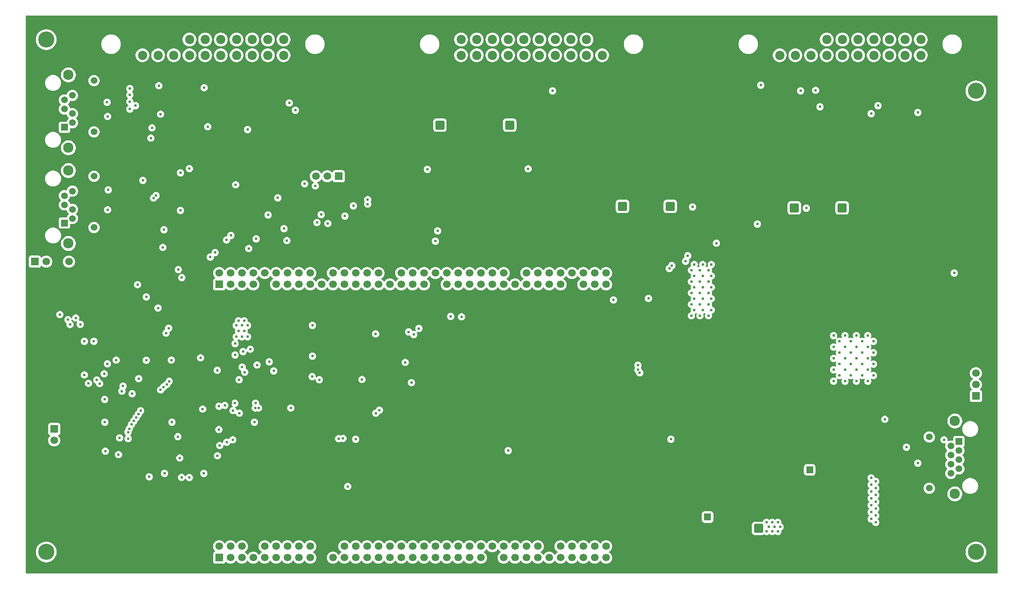
<source format=gbr>
%TF.GenerationSoftware,KiCad,Pcbnew,9.0.3*%
%TF.CreationDate,2025-10-14T12:15:03-07:00*%
%TF.ProjectId,VCU_v1,5643555f-7631-42e6-9b69-6361645f7063,rev?*%
%TF.SameCoordinates,Original*%
%TF.FileFunction,Copper,L2,Inr*%
%TF.FilePolarity,Positive*%
%FSLAX46Y46*%
G04 Gerber Fmt 4.6, Leading zero omitted, Abs format (unit mm)*
G04 Created by KiCad (PCBNEW 9.0.3) date 2025-10-14 12:15:03*
%MOMM*%
%LPD*%
G01*
G04 APERTURE LIST*
G04 Aperture macros list*
%AMRoundRect*
0 Rectangle with rounded corners*
0 $1 Rounding radius*
0 $2 $3 $4 $5 $6 $7 $8 $9 X,Y pos of 4 corners*
0 Add a 4 corners polygon primitive as box body*
4,1,4,$2,$3,$4,$5,$6,$7,$8,$9,$2,$3,0*
0 Add four circle primitives for the rounded corners*
1,1,$1+$1,$2,$3*
1,1,$1+$1,$4,$5*
1,1,$1+$1,$6,$7*
1,1,$1+$1,$8,$9*
0 Add four rect primitives between the rounded corners*
20,1,$1+$1,$2,$3,$4,$5,0*
20,1,$1+$1,$4,$5,$6,$7,0*
20,1,$1+$1,$6,$7,$8,$9,0*
20,1,$1+$1,$8,$9,$2,$3,0*%
G04 Aperture macros list end*
%TA.AperFunction,ComponentPad*%
%ADD10C,3.600000*%
%TD*%
%TA.AperFunction,ComponentPad*%
%ADD11R,1.500000X1.500000*%
%TD*%
%TA.AperFunction,ComponentPad*%
%ADD12C,1.500000*%
%TD*%
%TA.AperFunction,ComponentPad*%
%ADD13C,2.300000*%
%TD*%
%TA.AperFunction,ComponentPad*%
%ADD14RoundRect,0.250000X0.750000X0.750000X-0.750000X0.750000X-0.750000X-0.750000X0.750000X-0.750000X0*%
%TD*%
%TA.AperFunction,ComponentPad*%
%ADD15C,2.000000*%
%TD*%
%TA.AperFunction,ComponentPad*%
%ADD16RoundRect,0.250000X-0.550000X-0.550000X0.550000X-0.550000X0.550000X0.550000X-0.550000X0.550000X0*%
%TD*%
%TA.AperFunction,ComponentPad*%
%ADD17C,1.600000*%
%TD*%
%TA.AperFunction,ComponentPad*%
%ADD18RoundRect,0.250000X-0.550000X0.550000X-0.550000X-0.550000X0.550000X-0.550000X0.550000X0.550000X0*%
%TD*%
%TA.AperFunction,ComponentPad*%
%ADD19C,2.057400*%
%TD*%
%TA.AperFunction,ComponentPad*%
%ADD20R,1.700000X1.700000*%
%TD*%
%TA.AperFunction,ComponentPad*%
%ADD21C,1.700000*%
%TD*%
%TA.AperFunction,ComponentPad*%
%ADD22RoundRect,0.250000X-0.750000X-0.750000X0.750000X-0.750000X0.750000X0.750000X-0.750000X0.750000X0*%
%TD*%
%TA.AperFunction,ComponentPad*%
%ADD23RoundRect,0.250000X-0.750000X0.750000X-0.750000X-0.750000X0.750000X-0.750000X0.750000X0.750000X0*%
%TD*%
%TA.AperFunction,ComponentPad*%
%ADD24RoundRect,0.250000X0.750000X-0.750000X0.750000X0.750000X-0.750000X0.750000X-0.750000X-0.750000X0*%
%TD*%
%TA.AperFunction,ViaPad*%
%ADD25C,0.609600*%
%TD*%
G04 APERTURE END LIST*
D10*
%TO.N,unconnected-(H1-Pad1)*%
%TO.C,H1*%
X237490000Y-68580000D03*
%TD*%
D11*
%TO.N,/BRUHbus/CAN2_H*%
%TO.C,J8*%
X34040000Y-98050000D03*
D12*
%TO.N,/BRUHbus/CAN2_L*%
X35820000Y-97034000D03*
%TO.N,GND*%
X34040000Y-96018000D03*
%TO.N,+12V*%
X35820000Y-95002000D03*
X34040000Y-93986000D03*
%TO.N,GND*%
X35820000Y-92970000D03*
%TO.N,/BRUHbus/CAN2_L*%
X34040000Y-91954000D03*
%TO.N,/BRUHbus/CAN2_H*%
X35820000Y-90938000D03*
%TO.N,GND*%
X40640000Y-101350000D03*
%TO.N,Net-(J8-POWER_GOOD)*%
X40640000Y-99060000D03*
%TO.N,GND*%
X40640000Y-89920000D03*
%TO.N,Net-(J8-CAN_IND)*%
X40640000Y-87630000D03*
D13*
%TO.N,Net-(J8-SHIELD)*%
X34930000Y-102620000D03*
X34930000Y-86360000D03*
%TD*%
D11*
%TO.N,/BRUHbus/CAN1_H*%
%TO.C,J7*%
X34036000Y-76708000D03*
D12*
%TO.N,/BRUHbus/CAN1_L*%
X35816000Y-75692000D03*
%TO.N,GND*%
X34036000Y-74676000D03*
%TO.N,+12V*%
X35816000Y-73660000D03*
X34036000Y-72644000D03*
%TO.N,GND*%
X35816000Y-71628000D03*
%TO.N,/BRUHbus/CAN1_L*%
X34036000Y-70612000D03*
%TO.N,/BRUHbus/CAN1_H*%
X35816000Y-69596000D03*
%TO.N,GND*%
X40636000Y-80008000D03*
%TO.N,Net-(J7-POWER_GOOD)*%
X40636000Y-77718000D03*
%TO.N,GND*%
X40636000Y-68578000D03*
%TO.N,Net-(J7-CAN_IND)*%
X40636000Y-66288000D03*
D13*
%TO.N,Net-(J7-SHIELD)*%
X34926000Y-81278000D03*
X34926000Y-65018000D03*
%TD*%
D14*
%TO.N,+12V*%
%TO.C,C65*%
X133431677Y-76224001D03*
D15*
%TO.N,GND*%
X128431677Y-76224001D03*
%TD*%
D16*
%TO.N,+5V*%
%TO.C,C11*%
X177602000Y-163660000D03*
D17*
%TO.N,GND*%
X181102000Y-163660000D03*
%TD*%
D18*
%TO.N,+12V*%
%TO.C,C2*%
X200406000Y-153117349D03*
D17*
%TO.N,GND*%
X200406000Y-156617349D03*
%TD*%
D19*
%TO.N,/Connector-Root/APPS1-SIG*%
%TO.C,U6*%
X82950010Y-60626001D03*
%TO.N,unconnected-(U6-Pad2)*%
X79450009Y-60626001D03*
%TO.N,/Connector-Root/APPS2-SIG*%
X75950008Y-60626001D03*
%TO.N,unconnected-(U6-Pad4)*%
X72450005Y-60626001D03*
%TO.N,/Connector-Root/BSE-SIG*%
X68950005Y-60626001D03*
%TO.N,unconnected-(U6-Pad6)*%
X65450004Y-60626001D03*
%TO.N,/STM32-Root/STM32H723ZGT6/PG4*%
X61950003Y-60626001D03*
%TO.N,+4.8V*%
X58450003Y-60626001D03*
X54950002Y-60626001D03*
X51450001Y-60626001D03*
%TO.N,/BRUHbus/CAN1_L*%
X82950010Y-57125999D03*
%TO.N,/BRUHbus/CAN1_H*%
X79450009Y-57125999D03*
%TO.N,/Connector-Root/RTD_BTN+*%
X75950008Y-57125999D03*
%TO.N,/Connector-Root/RTD_BTN-*%
X72450005Y-57125999D03*
%TO.N,/Connector-Root/PRECHARGE_BTN+*%
X68950005Y-57125999D03*
%TO.N,/Connector-Root/PRECHARGE_BTN-*%
X65450004Y-57125999D03*
%TO.N,/STM32-Root/STM32H723ZGT6/PB15*%
X61950003Y-57125999D03*
%TO.N,GND*%
X58450003Y-57125999D03*
X54950002Y-57125999D03*
X51450001Y-57125999D03*
%TD*%
%TO.N,/Connector-Root/Vin+*%
%TO.C,U7*%
X154070010Y-60626001D03*
%TO.N,/STM32-Root/STM32H723ZGT6/PG14*%
X150570009Y-60626001D03*
%TO.N,/STM32-Root/STM32H723ZGT6/PG12*%
X147070008Y-60626001D03*
%TO.N,/STM32-Root/STM32H723ZGT6/PG9*%
X143570005Y-60626001D03*
%TO.N,/STM32-Root/STM32H723ZGT6/PG5*%
X140070005Y-60626001D03*
%TO.N,/Connector-Root/BSPD-FAULT*%
X136570004Y-60626001D03*
%TO.N,/Connector-Root/IMD-FAULT*%
X133070003Y-60626001D03*
%TO.N,/Connector-Root/BMS-FAULT*%
X129570003Y-60626001D03*
%TO.N,/Connector-Root/SPEAKER-*%
X126070002Y-60626001D03*
%TO.N,/Connector-Root/SPEAKER+*%
X122570001Y-60626001D03*
%TO.N,GND*%
X154070010Y-57125999D03*
%TO.N,/STM32-Root/STM32H723ZGT6/PG15*%
X150570009Y-57125999D03*
%TO.N,/STM32-Root/STM32H723ZGT6/PG13*%
X147070008Y-57125999D03*
%TO.N,/STM32-Root/STM32H723ZGT6/PG11*%
X143570005Y-57125999D03*
%TO.N,/STM32-Root/STM32H723ZGT6/PG10*%
X140070005Y-57125999D03*
%TO.N,/STM32-Root/STM32H723ZGT6/PG8*%
X136570004Y-57125999D03*
%TO.N,/STM32-Root/STM32H723ZGT6/PG7*%
X133070003Y-57125999D03*
%TO.N,/STM32-Root/STM32H723ZGT6/PG6*%
X129570003Y-57125999D03*
%TO.N,/STM32-Root/STM32H723ZGT6/PE10*%
X126070002Y-57125999D03*
%TO.N,/STM32-Root/STM32H723ZGT6/PE11*%
X122570001Y-57125999D03*
%TD*%
D20*
%TO.N,unconnected-(JP3-A-Pad1)*%
%TO.C,JP3*%
X237490000Y-136652000D03*
D21*
%TO.N,Net-(JP3-C)*%
X237490000Y-134112000D03*
%TO.N,/BRUHbus/CAN2_L*%
X237490000Y-131572000D03*
%TD*%
D22*
%TO.N,+12V*%
%TO.C,C66*%
X117843677Y-76224001D03*
D15*
%TO.N,GND*%
X122843677Y-76224001D03*
%TD*%
D20*
%TO.N,+3.3V*%
%TO.C,JP1*%
X31750000Y-144018000D03*
D21*
%TO.N,Net-(JP1-C)*%
X31750000Y-146558000D03*
%TO.N,GND*%
X31750000Y-149098000D03*
%TD*%
D20*
%TO.N,+3.3V*%
%TO.C,J1*%
X27432000Y-106680000D03*
D21*
%TO.N,/STM32-Root/STM32H723ZGT6/PA14*%
X29972000Y-106680000D03*
%TO.N,GND*%
X32512000Y-106680000D03*
%TO.N,/STM32-Root/STM32H723ZGT6/PA13*%
X35052000Y-106680000D03*
%TD*%
D23*
%TO.N,+3.3V*%
%TO.C,C53*%
X196957990Y-94673678D03*
D15*
%TO.N,GND*%
X196957990Y-99673678D03*
%TD*%
D11*
%TO.N,/BRUHbus/CAN2_H*%
%TO.C,J6*%
X233680000Y-146808000D03*
D12*
%TO.N,/BRUHbus/CAN2_L*%
X231900000Y-147824000D03*
%TO.N,unconnected-(J6--Vs-Pad3)*%
X233680000Y-148840000D03*
%TO.N,Net-(J6-+Vs-Pad4)*%
X231900000Y-149856000D03*
X233680000Y-150872000D03*
%TO.N,unconnected-(J6--Vs-Pad6)*%
X231900000Y-151888000D03*
%TO.N,/BRUHbus/CAN2_L*%
X233680000Y-152904000D03*
%TO.N,/BRUHbus/CAN2_H*%
X231900000Y-153920000D03*
%TO.N,GND*%
X227080000Y-143508000D03*
%TO.N,Net-(J6-POWER_GOOD)*%
X227080000Y-145798000D03*
%TO.N,GND*%
X227080000Y-154938000D03*
%TO.N,Net-(J6-CAN_IND)*%
X227080000Y-157228000D03*
D13*
%TO.N,Net-(J6-SHIELD)*%
X232790000Y-142238000D03*
X232790000Y-158498000D03*
%TD*%
D20*
%TO.N,unconnected-(JP2-A-Pad1)*%
%TO.C,JP2*%
X95250000Y-87630000D03*
D21*
%TO.N,Net-(JP2-C)*%
X92710000Y-87630000D03*
%TO.N,/BRUHbus/CAN1_L*%
X90170000Y-87630000D03*
%TD*%
D24*
%TO.N,+3.3V*%
%TO.C,C76*%
X158603990Y-94339678D03*
D15*
%TO.N,GND*%
X158603990Y-89339678D03*
%TD*%
D10*
%TO.N,unconnected-(H2-Pad1)_1*%
%TO.C,H2*%
X29972000Y-57150000D03*
%TD*%
D20*
%TO.N,/STM32-Root/STM32H723ZGT6/PC9*%
%TO.C,J3*%
X68580000Y-111760000D03*
D21*
%TO.N,unconnected-(J3-Pin_2-Pad2)*%
X68580000Y-109220000D03*
%TO.N,unconnected-(J3-Pin_3-Pad3)*%
X71120000Y-111760000D03*
%TO.N,unconnected-(J3-Pin_4-Pad4)*%
X71120000Y-109220000D03*
%TO.N,unconnected-(J3-Pin_5-Pad5)*%
X73660000Y-111760000D03*
%TO.N,unconnected-(J3-Pin_6-Pad6)*%
X73660000Y-109220000D03*
%TO.N,unconnected-(J3-Pin_7-Pad7)*%
X76200000Y-111760000D03*
%TO.N,unconnected-(J3-Pin_8-Pad8)*%
X76200000Y-109220000D03*
%TO.N,GND*%
X78740000Y-111760000D03*
%TO.N,unconnected-(J3-Pin_10-Pad10)*%
X78740000Y-109220000D03*
%TO.N,/STM32-Root/STM32H723ZGT6/PA5*%
X81280000Y-111760000D03*
%TO.N,unconnected-(J3-Pin_12-Pad12)*%
X81280000Y-109220000D03*
%TO.N,/STM32-Root/STM32H723ZGT6/PA6*%
X83820000Y-111760000D03*
%TO.N,unconnected-(J3-Pin_14-Pad14)*%
X83820000Y-109220000D03*
%TO.N,/STM32-Root/STM32H723ZGT6/PA7*%
X86360000Y-111760000D03*
%TO.N,/STM32-Root/STM32H723ZGT6/PB12*%
X86360000Y-109220000D03*
%TO.N,/STM32-Root/STM32H723ZGT6/PB6*%
X88900000Y-111760000D03*
%TO.N,unconnected-(J3-Pin_18-Pad18)*%
X88900000Y-109220000D03*
%TO.N,unconnected-(J3-Pin_19-Pad19)*%
X91440000Y-111760000D03*
%TO.N,GND*%
X91440000Y-109220000D03*
%TO.N,unconnected-(J3-Pin_21-Pad21)*%
X93980000Y-111760000D03*
%TO.N,unconnected-(J3-Pin_22-Pad22)*%
X93980000Y-109220000D03*
%TO.N,unconnected-(J3-Pin_23-Pad23)*%
X96520000Y-111760000D03*
%TO.N,unconnected-(J3-Pin_24-Pad24)*%
X96520000Y-109220000D03*
%TO.N,/STM32-Root/STM32H723ZGT6/PB10*%
X99060000Y-111760000D03*
%TO.N,/STM32-Root/STM32H723ZGT6/PB15*%
X99060000Y-109220000D03*
%TO.N,unconnected-(J3-Pin_27-Pad27)*%
X101600000Y-111760000D03*
%TO.N,unconnected-(J3-Pin_28-Pad28)*%
X101600000Y-109220000D03*
%TO.N,/STM32-Root/STM32H723ZGT6/PB5*%
X104140000Y-111760000D03*
%TO.N,/STM32-Root/STM32H723ZGT6/PB13*%
X104140000Y-109220000D03*
%TO.N,unconnected-(J3-Pin_31-Pad31)*%
X106680000Y-111760000D03*
%TO.N,GND*%
X106680000Y-109220000D03*
%TO.N,unconnected-(J3-Pin_33-Pad33)*%
X109220000Y-111760000D03*
%TO.N,unconnected-(J3-Pin_34-Pad34)*%
X109220000Y-109220000D03*
%TO.N,/STM32-Root/STM32H723ZGT6/PA2*%
X111760000Y-111760000D03*
%TO.N,unconnected-(J3-Pin_36-Pad36)*%
X111760000Y-109220000D03*
%TO.N,unconnected-(J3-Pin_37-Pad37)*%
X114300000Y-111760000D03*
%TO.N,unconnected-(J3-Pin_38-Pad38)*%
X114300000Y-109220000D03*
%TO.N,GND*%
X116840000Y-111760000D03*
%TO.N,/STM32-Root/STM32H723ZGT6/PE8*%
X116840000Y-109220000D03*
%TO.N,unconnected-(J3-Pin_41-Pad41)*%
X119380000Y-111760000D03*
%TO.N,/STM32-Root/STM32H723ZGT6/PF10*%
X119380000Y-109220000D03*
%TO.N,unconnected-(J3-Pin_43-Pad43)*%
X121920000Y-111760000D03*
%TO.N,/STM32-Root/STM32H723ZGT6/PE7*%
X121920000Y-109220000D03*
%TO.N,unconnected-(J3-Pin_45-Pad45)*%
X124460000Y-111760000D03*
%TO.N,unconnected-(J3-Pin_46-Pad46)*%
X124460000Y-109220000D03*
%TO.N,unconnected-(J3-Pin_47-Pad47)*%
X127000000Y-111760000D03*
%TO.N,unconnected-(J3-Pin_48-Pad48)*%
X127000000Y-109220000D03*
%TO.N,unconnected-(J3-Pin_49-Pad49)*%
X129540000Y-111760000D03*
%TO.N,/STM32-Root/STM32H723ZGT6/PF14*%
X129540000Y-109220000D03*
%TO.N,unconnected-(J3-Pin_51-Pad51)*%
X132080000Y-111760000D03*
%TO.N,/STM32-Root/STM32H723ZGT6/PE9*%
X132080000Y-109220000D03*
%TO.N,unconnected-(J3-Pin_53-Pad53)*%
X134620000Y-111760000D03*
%TO.N,GND*%
X134620000Y-109220000D03*
%TO.N,unconnected-(J3-Pin_55-Pad55)*%
X137160000Y-111760000D03*
%TO.N,unconnected-(J3-Pin_56-Pad56)*%
X137160000Y-109220000D03*
%TO.N,unconnected-(J3-Pin_57-Pad57)*%
X139700000Y-111760000D03*
%TO.N,unconnected-(J3-Pin_58-Pad58)*%
X139700000Y-109220000D03*
%TO.N,unconnected-(J3-Pin_59-Pad59)*%
X142240000Y-111760000D03*
%TO.N,/STM32-Root/STM32H723ZGT6/PF15*%
X142240000Y-109220000D03*
%TO.N,unconnected-(J3-Pin_61-Pad61)*%
X144780000Y-111760000D03*
%TO.N,unconnected-(J3-Pin_62-Pad62)*%
X144780000Y-109220000D03*
%TO.N,GND*%
X147320000Y-111760000D03*
%TO.N,unconnected-(J3-Pin_64-Pad64)*%
X147320000Y-109220000D03*
%TO.N,unconnected-(J3-Pin_65-Pad65)*%
X149860000Y-111760000D03*
%TO.N,unconnected-(J3-Pin_66-Pad66)*%
X149860000Y-109220000D03*
%TO.N,unconnected-(J3-Pin_67-Pad67)*%
X152400000Y-111760000D03*
%TO.N,unconnected-(J3-Pin_68-Pad68)*%
X152400000Y-109220000D03*
%TO.N,unconnected-(J3-Pin_69-Pad69)*%
X154940000Y-111760000D03*
%TO.N,unconnected-(J3-Pin_70-Pad70)*%
X154940000Y-109220000D03*
%TD*%
D10*
%TO.N,unconnected-(H3-Pad1)_1*%
%TO.C,H3*%
X237490000Y-171450000D03*
%TD*%
D23*
%TO.N,Net-(U14-LDOO)*%
%TO.C,C61*%
X207625990Y-94673678D03*
D15*
%TO.N,GND*%
X207625990Y-99673678D03*
%TD*%
D10*
%TO.N,unconnected-(H4-Pad1)_2*%
%TO.C,H4*%
X29972000Y-171450000D03*
%TD*%
D24*
%TO.N,+5V*%
%TO.C,C13*%
X188976000Y-166200000D03*
D15*
%TO.N,GND*%
X188976000Y-161200000D03*
%TD*%
D24*
%TO.N,+3.3V*%
%TO.C,C80*%
X169271990Y-94339678D03*
D15*
%TO.N,GND*%
X169271990Y-89339678D03*
%TD*%
D19*
%TO.N,unconnected-(U8-Pad1)*%
%TO.C,U8*%
X225190010Y-60626001D03*
%TO.N,unconnected-(U8-Pad2)*%
X221690009Y-60626001D03*
%TO.N,/Connector-Root/GEN_BTN1+*%
X218190008Y-60626001D03*
%TO.N,/Connector-Root/GEN_BTN2+*%
X214690005Y-60626001D03*
%TO.N,/STM32-Root/STM32H723ZGT6/PG2*%
X211190005Y-60626001D03*
%TO.N,/STM32-Root/STM32H723ZGT6/PG3*%
X207690004Y-60626001D03*
%TO.N,/Connector-Root/BRAKE_LIGHT*%
X204190003Y-60626001D03*
%TO.N,/Connector-Root/BSPD_FAULT+*%
X200690003Y-60626001D03*
%TO.N,/Connector-Root/IMD_FAULT+*%
X197190002Y-60626001D03*
%TO.N,/Connector-Root/BMS_FAULT+*%
X193690001Y-60626001D03*
%TO.N,unconnected-(U8-Pad11)*%
X225190010Y-57125999D03*
%TO.N,unconnected-(U8-Pad12)*%
X221690009Y-57125999D03*
%TO.N,/Connector-Root/GEN_BTN1-*%
X218190008Y-57125999D03*
%TO.N,/Connector-Root/GEN_BTN2-*%
X214690005Y-57125999D03*
%TO.N,/STM32-Root/STM32H723ZGT6/PA2*%
X211190005Y-57125999D03*
%TO.N,/STM32-Root/STM32H723ZGT6/PA1*%
X207690004Y-57125999D03*
%TO.N,/STM32-Root/STM32H723ZGT6/PA0*%
X204190003Y-57125999D03*
%TO.N,GND*%
X200690003Y-57125999D03*
X197190002Y-57125999D03*
X193690001Y-57125999D03*
%TD*%
D20*
%TO.N,/STM32-Root/STM32H723ZGT6/PC10*%
%TO.C,J2*%
X68580000Y-172720000D03*
D21*
%TO.N,/STM32-Root/STM32H723ZGT6/PC11*%
X68580000Y-170180000D03*
%TO.N,/STM32-Root/STM32H723ZGT6/PC12*%
X71120000Y-172720000D03*
%TO.N,/STM32-Root/STM32H723ZGT6/PD2*%
X71120000Y-170180000D03*
%TO.N,unconnected-(J2-Pin_5-Pad5)*%
X73660000Y-172720000D03*
%TO.N,+5V*%
X73660000Y-170180000D03*
%TO.N,unconnected-(J2-Pin_7-Pad7)*%
X76200000Y-172720000D03*
%TO.N,GND*%
X76200000Y-170180000D03*
%TO.N,unconnected-(J2-Pin_9-Pad9)*%
X78740000Y-172720000D03*
%TO.N,unconnected-(J2-Pin_10-Pad10)*%
X78740000Y-170180000D03*
%TO.N,unconnected-(J2-Pin_11-Pad11)*%
X81280000Y-172720000D03*
%TO.N,unconnected-(J2-Pin_12-Pad12)*%
X81280000Y-170180000D03*
%TO.N,unconnected-(J2-Pin_13-Pad13)*%
X83820000Y-172720000D03*
%TO.N,unconnected-(J2-Pin_14-Pad14)*%
X83820000Y-170180000D03*
%TO.N,unconnected-(J2-Pin_15-Pad15)*%
X86360000Y-172720000D03*
%TO.N,unconnected-(J2-Pin_16-Pad16)*%
X86360000Y-170180000D03*
%TO.N,unconnected-(J2-Pin_17-Pad17)*%
X88900000Y-172720000D03*
%TO.N,unconnected-(J2-Pin_18-Pad18)*%
X88900000Y-170180000D03*
%TO.N,GND*%
X91440000Y-172720000D03*
X91440000Y-170180000D03*
%TO.N,unconnected-(J2-Pin_21-Pad21)*%
X93980000Y-172720000D03*
%TO.N,GND*%
X93980000Y-170180000D03*
%TO.N,unconnected-(J2-Pin_23-Pad23)*%
X96520000Y-172720000D03*
%TO.N,unconnected-(J2-Pin_24-Pad24)*%
X96520000Y-170180000D03*
%TO.N,unconnected-(J2-Pin_25-Pad25)*%
X99060000Y-172720000D03*
%TO.N,unconnected-(J2-Pin_26-Pad26)*%
X99060000Y-170180000D03*
%TO.N,unconnected-(J2-Pin_27-Pad27)*%
X101600000Y-172720000D03*
%TO.N,/STM32-Root/STM32H723ZGT6/PA0*%
X101600000Y-170180000D03*
%TO.N,unconnected-(J2-Pin_29-Pad29)*%
X104140000Y-172720000D03*
%TO.N,/STM32-Root/STM32H723ZGT6/PA1*%
X104140000Y-170180000D03*
%TO.N,unconnected-(J2-Pin_31-Pad31)*%
X106680000Y-172720000D03*
%TO.N,unconnected-(J2-Pin_32-Pad32)*%
X106680000Y-170180000D03*
%TO.N,/STM32-Root/STM32H723ZGT6/VBAT*%
X109220000Y-172720000D03*
%TO.N,unconnected-(J2-Pin_34-Pad34)*%
X109220000Y-170180000D03*
%TO.N,/STM32-Root/STM32H723ZGT6/PC2*%
X111760000Y-172720000D03*
%TO.N,/STM32-Root/STM32H723ZGT6/PC1*%
X111760000Y-170180000D03*
%TO.N,unconnected-(J2-Pin_37-Pad37)*%
X114300000Y-172720000D03*
%TO.N,unconnected-(J2-Pin_38-Pad38)*%
X114300000Y-170180000D03*
%TO.N,unconnected-(J2-Pin_39-Pad39)*%
X116840000Y-172720000D03*
%TO.N,unconnected-(J2-Pin_40-Pad40)*%
X116840000Y-170180000D03*
%TO.N,unconnected-(J2-Pin_41-Pad41)*%
X119380000Y-172720000D03*
%TO.N,unconnected-(J2-Pin_42-Pad42)*%
X119380000Y-170180000D03*
%TO.N,unconnected-(J2-Pin_43-Pad43)*%
X121920000Y-172720000D03*
%TO.N,unconnected-(J2-Pin_44-Pad44)*%
X121920000Y-170180000D03*
%TO.N,unconnected-(J2-Pin_45-Pad45)*%
X124460000Y-172720000D03*
%TO.N,unconnected-(J2-Pin_46-Pad46)*%
X124460000Y-170180000D03*
%TO.N,unconnected-(J2-Pin_47-Pad47)*%
X127000000Y-172720000D03*
%TO.N,unconnected-(J2-Pin_48-Pad48)*%
X127000000Y-170180000D03*
%TO.N,GND*%
X129540000Y-172720000D03*
%TO.N,unconnected-(J2-Pin_50-Pad50)*%
X129540000Y-170180000D03*
%TO.N,unconnected-(J2-Pin_51-Pad51)*%
X132080000Y-172720000D03*
%TO.N,unconnected-(J2-Pin_52-Pad52)*%
X132080000Y-170180000D03*
%TO.N,unconnected-(J2-Pin_53-Pad53)*%
X134620000Y-172720000D03*
%TO.N,/STM32-Root/STM32H723ZGT6/PF8*%
X134620000Y-170180000D03*
%TO.N,/STM32-Root/STM32H723ZGT6/PD1*%
X137160000Y-172720000D03*
%TO.N,unconnected-(J2-Pin_56-Pad56)*%
X137160000Y-170180000D03*
%TO.N,/STM32-Root/STM32H723ZGT6/PD0*%
X139700000Y-172720000D03*
%TO.N,unconnected-(J2-Pin_58-Pad58)*%
X139700000Y-170180000D03*
%TO.N,unconnected-(J2-Pin_59-Pad59)*%
X142240000Y-172720000D03*
%TO.N,GND*%
X142240000Y-170180000D03*
%TO.N,unconnected-(J2-Pin_61-Pad61)*%
X144780000Y-172720000D03*
%TO.N,unconnected-(J2-Pin_62-Pad62)*%
X144780000Y-170180000D03*
%TO.N,unconnected-(J2-Pin_63-Pad63)*%
X147320000Y-172720000D03*
%TO.N,unconnected-(J2-Pin_64-Pad64)*%
X147320000Y-170180000D03*
%TO.N,unconnected-(J2-Pin_65-Pad65)*%
X149860000Y-172720000D03*
%TO.N,unconnected-(J2-Pin_66-Pad66)*%
X149860000Y-170180000D03*
%TO.N,unconnected-(J2-Pin_67-Pad67)*%
X152400000Y-172720000D03*
%TO.N,unconnected-(J2-Pin_68-Pad68)*%
X152400000Y-170180000D03*
%TO.N,unconnected-(J2-Pin_69-Pad69)*%
X154940000Y-172720000D03*
%TO.N,unconnected-(J2-Pin_70-Pad70)*%
X154940000Y-170180000D03*
%TD*%
D25*
%TO.N,/STM32-Root/STM32H723ZGT6/VBAT*%
X97282000Y-156845000D03*
%TO.N,GND*%
X28575000Y-127127000D03*
X187198000Y-152654000D03*
X191008000Y-159766000D03*
X69215000Y-79121000D03*
X49530000Y-75184000D03*
X187198000Y-156718000D03*
X70866000Y-95377000D03*
X121412000Y-91440000D03*
X131318000Y-99314000D03*
X174371000Y-96520000D03*
X125222000Y-88138000D03*
X46355000Y-138049000D03*
X128270000Y-97282000D03*
X133858000Y-70866000D03*
X89662000Y-138430000D03*
X193040000Y-156972000D03*
X193040000Y-161036000D03*
X238760000Y-89662000D03*
X46432800Y-143129000D03*
X97790000Y-68580000D03*
X58928000Y-125780800D03*
X192024000Y-158496000D03*
X238760000Y-80137000D03*
X92202000Y-131572000D03*
X184023000Y-99568000D03*
X126746000Y-89154000D03*
X61849000Y-150622000D03*
X195072000Y-158496000D03*
X62738000Y-156718000D03*
X114977505Y-68418001D03*
X210464400Y-74168000D03*
X118872000Y-89662000D03*
X207772000Y-166370000D03*
X188214000Y-156718000D03*
X54356000Y-150622000D03*
X238760000Y-94615000D03*
X64897000Y-142748000D03*
X90170000Y-122682000D03*
X89789000Y-65405000D03*
X94488000Y-126492000D03*
X196596000Y-158496000D03*
X52425100Y-126797900D03*
X71628000Y-133019800D03*
X28575000Y-109855000D03*
X36830000Y-109855000D03*
X228346000Y-162560000D03*
X80518000Y-145796000D03*
X133350000Y-98298000D03*
X33020000Y-116332000D03*
X183007000Y-100330000D03*
X238760000Y-84963000D03*
X174371000Y-97536000D03*
X115570000Y-66421000D03*
X183007000Y-98806000D03*
X133096000Y-89408000D03*
X65024000Y-149885400D03*
X181864000Y-162052000D03*
X53594000Y-131848501D03*
X41529000Y-148971000D03*
X180848000Y-161036000D03*
X98425000Y-92456000D03*
X184912000Y-100330000D03*
X128270000Y-89154000D03*
X94234000Y-72136000D03*
X128016000Y-91440000D03*
X43434000Y-85979000D03*
X129032000Y-91440000D03*
X193548000Y-158496000D03*
X52959000Y-156464000D03*
X188214000Y-152654000D03*
X67691800Y-68707000D03*
X182880000Y-101854000D03*
X71223617Y-138262199D03*
X41402000Y-137414000D03*
X68453000Y-118745000D03*
X68580000Y-120396000D03*
X127508000Y-90170000D03*
X84579389Y-147114391D03*
X69850000Y-130937000D03*
X70231000Y-144145000D03*
X50800000Y-64008000D03*
X67310000Y-157226000D03*
X121412000Y-88138000D03*
X93726000Y-130302000D03*
X126492000Y-88138000D03*
X129794000Y-91440000D03*
X217424000Y-143764000D03*
X127762000Y-88138000D03*
X59690000Y-82423000D03*
X194056000Y-159766000D03*
X184912000Y-97409000D03*
X48514000Y-156845000D03*
X122682000Y-88138000D03*
X59436000Y-131826000D03*
X59167300Y-169672000D03*
X196088000Y-156972000D03*
X48768000Y-105824000D03*
X56388000Y-155575000D03*
X197612000Y-156972000D03*
X128016000Y-95504000D03*
X133350000Y-93980000D03*
X87503000Y-143891000D03*
X52070000Y-156845000D03*
X130302000Y-94488000D03*
X125984000Y-91440000D03*
X68580000Y-164338000D03*
X238760000Y-99314000D03*
X193937611Y-77724000D03*
X223139000Y-143002000D03*
X52451000Y-159131000D03*
X212090000Y-167386000D03*
X49276000Y-127000000D03*
X129032000Y-90170000D03*
X67945000Y-71755000D03*
X69977000Y-148082000D03*
X189230000Y-156718000D03*
X124206000Y-90678000D03*
X41402000Y-142494000D03*
X184912000Y-98679000D03*
X86360000Y-82804000D03*
X209931000Y-67945000D03*
X129032000Y-88138000D03*
X121920000Y-101600000D03*
X121920000Y-89408000D03*
X64516000Y-156718000D03*
X221742000Y-75539600D03*
X51816000Y-82169000D03*
X184023000Y-101092000D03*
X68580000Y-160020000D03*
X185039000Y-101727000D03*
X123952000Y-151638000D03*
X51054000Y-82677000D03*
X191516000Y-161036000D03*
X88646000Y-71120000D03*
X67310000Y-127508000D03*
X188214000Y-75692000D03*
X43180000Y-101346000D03*
X182880000Y-161036000D03*
X137541000Y-88138000D03*
X89154000Y-141605000D03*
X66421000Y-100838000D03*
X192532000Y-159766000D03*
X118364000Y-65405000D03*
X173355000Y-97536000D03*
X47371000Y-131826000D03*
X87757000Y-93599000D03*
X172974000Y-104013000D03*
X173355000Y-96520000D03*
X184912000Y-161036000D03*
X127000000Y-91440000D03*
X46355000Y-125984000D03*
X239649000Y-112776000D03*
X46228000Y-83947000D03*
X198120000Y-158496000D03*
X51562000Y-69088000D03*
X123444000Y-89408000D03*
X129794000Y-89154000D03*
X45720000Y-101600000D03*
X62484000Y-159258000D03*
X125984000Y-90170000D03*
X36830000Y-127127000D03*
X194564000Y-156972000D03*
X133477000Y-69088000D03*
X121920000Y-99822000D03*
X184023000Y-98044000D03*
X130302000Y-88138000D03*
X77216000Y-99822000D03*
X191389000Y-77724000D03*
X123952000Y-88138000D03*
X79248000Y-68072000D03*
X131953000Y-71109250D03*
X36233200Y-148905700D03*
X76708000Y-72898000D03*
X55667300Y-169672000D03*
X221869000Y-157734000D03*
X61468000Y-68961000D03*
X64897000Y-138430000D03*
X189230000Y-152654000D03*
X86614000Y-131572000D03*
X196596000Y-74803000D03*
X239456146Y-107893951D03*
X116586000Y-89662000D03*
X92075000Y-66294000D03*
X73152000Y-75184000D03*
X61341000Y-78740000D03*
X50165000Y-81280000D03*
X124968000Y-89408000D03*
X61087000Y-156718000D03*
X50513300Y-153508357D03*
X183896000Y-162052000D03*
X122682000Y-90678000D03*
%TO.N,+5V*%
X193802000Y-165862000D03*
X49911000Y-71882000D03*
X192024000Y-166878000D03*
X191262000Y-165862000D03*
X53594000Y-76835000D03*
X48641000Y-70993000D03*
X48641000Y-68072000D03*
X72263000Y-89535000D03*
X85598000Y-72898000D03*
X48641000Y-72644000D03*
X72136000Y-127508000D03*
X48641000Y-69469000D03*
X190754000Y-164846000D03*
X192024000Y-164846000D03*
X74930000Y-77216000D03*
X90043000Y-89789000D03*
X193294000Y-166878000D03*
X192532000Y-165862000D03*
X72136000Y-124968000D03*
X193294000Y-164846000D03*
X190754000Y-166878000D03*
%TO.N,+3.3V*%
X73660000Y-120904000D03*
X76638583Y-139325601D03*
X68148200Y-130911600D03*
X75184000Y-103759000D03*
X72898000Y-122174000D03*
X174625000Y-117475000D03*
X176530000Y-109855000D03*
X178435000Y-109855000D03*
X175895000Y-118745000D03*
X173990000Y-113665000D03*
X65151000Y-153924000D03*
X43021001Y-137414000D03*
X188722000Y-98298000D03*
X74168000Y-122174000D03*
X173990000Y-108585000D03*
X175895000Y-113665000D03*
X46101000Y-149733000D03*
X178435000Y-117475000D03*
X177800000Y-111125000D03*
X179578000Y-102565200D03*
X176530000Y-114935000D03*
X76835000Y-101600000D03*
X175895000Y-111125000D03*
X224536000Y-73406000D03*
X174625000Y-114935000D03*
X176530000Y-112395000D03*
X52959000Y-154686000D03*
X73660000Y-123444000D03*
X72390000Y-120904000D03*
X177800000Y-116205000D03*
X173990000Y-111125000D03*
X199644000Y-94742000D03*
X74168000Y-119888000D03*
X55118000Y-67437000D03*
X202692000Y-72136000D03*
X72390000Y-123444000D03*
X59944000Y-95250000D03*
X175895000Y-116205000D03*
X178435000Y-114935000D03*
X65235557Y-67868109D03*
X72898000Y-119888000D03*
X176530000Y-117475000D03*
X173990000Y-116205000D03*
X66040000Y-76581000D03*
X174244000Y-94488000D03*
X60198000Y-154813000D03*
X69850000Y-138740400D03*
X43053000Y-142494000D03*
X56388000Y-153924000D03*
X68199000Y-149987000D03*
X77025500Y-129730500D03*
X61913647Y-154829710D03*
X174625000Y-112395000D03*
X173990000Y-118745000D03*
X174625000Y-107315000D03*
X98552000Y-94234000D03*
X57912000Y-128625600D03*
X214122000Y-73660000D03*
X177800000Y-118745000D03*
X43180000Y-148971000D03*
X74930000Y-123444000D03*
X174625000Y-109855000D03*
X68509299Y-144145000D03*
X177800000Y-108585000D03*
X178435000Y-107315000D03*
X45593000Y-128651000D03*
X96647000Y-96520000D03*
X52324000Y-128676400D03*
X215646000Y-71882000D03*
X74930000Y-120904000D03*
X77368400Y-139325600D03*
X178435000Y-112395000D03*
X175895000Y-108585000D03*
X176530000Y-107315000D03*
X177800000Y-113665000D03*
X55499000Y-73787000D03*
X33020000Y-118491000D03*
%TO.N,/STM32-Root/STM32H723ZGT6/PC2*%
X59361800Y-145721800D03*
%TO.N,/STM32-Root/STM32H723ZGT6/PF10*%
X84221501Y-71267501D03*
%TO.N,/STM32-Root/STM32H723ZGT6/PF8*%
X58039000Y-142494000D03*
%TO.N,/STM32-Root/STM32H723ZGT6/PF14*%
X59451850Y-108458000D03*
X53941515Y-92484150D03*
X75532908Y-126205908D03*
%TO.N,/STM32-Root/STM32H723ZGT6/PF15*%
X120269000Y-118900867D03*
X60213633Y-110236000D03*
X122682000Y-118999000D03*
X54480333Y-91945333D03*
X73914000Y-126746000D03*
%TO.N,/STM32-Root/STM32H723ZGT6/PG0*%
X73082400Y-140494000D03*
X103554442Y-140486042D03*
%TO.N,/STM32-Root/STM32H723ZGT6/PG1*%
X104343200Y-139801600D03*
X71678800Y-139909800D03*
%TO.N,/STM32-Root/STM32H723ZGT6/PA14*%
X42926000Y-131699000D03*
%TO.N,/STM32-Root/STM32H723ZGT6/PA13*%
X43624500Y-129476500D03*
%TO.N,/STM32-Root/STM32H723ZGT6/PA0*%
X95250000Y-146177000D03*
%TO.N,/STM32-Root/STM32H723ZGT6/PG2*%
X57302400Y-121513600D03*
X169062400Y-108204000D03*
X66598800Y-105664000D03*
%TO.N,/STM32-Root/STM32H723ZGT6/PC12*%
X47117000Y-134443800D03*
%TO.N,/STM32-Root/STM32H723ZGT6/PG11*%
X50038000Y-141478000D03*
%TO.N,/STM32-Root/STM32H723ZGT6/PG15*%
X48236333Y-144699723D03*
%TO.N,/STM32-Root/STM32H723ZGT6/PG10*%
X50546000Y-140716000D03*
%TO.N,/STM32-Root/STM32H723ZGT6/PG13*%
X49022000Y-143002000D03*
%TO.N,/STM32-Root/STM32H723ZGT6/PG9*%
X51054000Y-139954000D03*
%TO.N,/STM32-Root/STM32H723ZGT6/PD1*%
X56261000Y-99568000D03*
X46863000Y-135558200D03*
%TO.N,/STM32-Root/STM32H723ZGT6/PG3*%
X56718200Y-122631200D03*
X169621200Y-107543600D03*
X67665600Y-104648000D03*
%TO.N,/STM32-Root/STM32H723ZGT6/PA1*%
X96202500Y-146113500D03*
%TO.N,/STM32-Root/STM32H723ZGT6/PG12*%
X49530000Y-142240000D03*
%TO.N,/STM32-Root/STM32H723ZGT6/PD0*%
X50610200Y-132777800D03*
X51562000Y-88538808D03*
X56007000Y-103505000D03*
%TO.N,/STM32-Root/STM32H723ZGT6/PC11*%
X41910000Y-133889200D03*
X37575159Y-120666841D03*
X39403816Y-133824184D03*
X35306000Y-120701000D03*
%TO.N,/STM32-Root/STM32H723ZGT6/PC1*%
X162052000Y-130810000D03*
X59786301Y-150495000D03*
X133096000Y-148844000D03*
%TO.N,/STM32-Root/STM32H723ZGT6/PC10*%
X40609800Y-124455224D03*
X38491200Y-124460000D03*
X41275000Y-133096000D03*
X38491200Y-131953000D03*
%TO.N,/STM32-Root/STM32H723ZGT6/PD2*%
X49149000Y-136144000D03*
X36576000Y-119253000D03*
X34814841Y-119617159D03*
%TO.N,/STM32-Root/STM32H723ZGT6/PB12*%
X64427701Y-128143000D03*
X162444047Y-131463412D03*
%TO.N,/STM32-Root/STM32H723ZGT6/PG8*%
X55512000Y-135268000D03*
%TO.N,/STM32-Root/STM32H723ZGT6/PG14*%
X48514000Y-143968800D03*
%TO.N,/STM32-Root/STM32H723ZGT6/PB15*%
X61912500Y-85915500D03*
%TO.N,/STM32-Root/STM32H723ZGT6/PG5*%
X57417000Y-133363000D03*
%TO.N,/STM32-Root/STM32H723ZGT6/PE10*%
X74295000Y-131329700D03*
%TO.N,/STM32-Root/STM32H723ZGT6/PC9*%
X50370338Y-111808662D03*
%TO.N,/STM32-Root/STM32H723ZGT6/PE7*%
X64897000Y-139573000D03*
X89331800Y-132327400D03*
X76708000Y-138262200D03*
%TO.N,/STM32-Root/STM32H723ZGT6/PE9*%
X76454000Y-142494000D03*
X68511132Y-138939000D03*
X84582000Y-139325600D03*
%TO.N,/STM32-Root/STM32H723ZGT6/PG7*%
X56147000Y-134633000D03*
%TO.N,/STM32-Root/STM32H723ZGT6/PE8*%
X72072500Y-138262200D03*
X89408000Y-127762000D03*
X80772000Y-131064000D03*
%TO.N,/STM32-Root/STM32H723ZGT6/PB13*%
X52324000Y-114554000D03*
X54927500Y-117030500D03*
%TO.N,/STM32-Root/STM32H723ZGT6/PB6*%
X81661000Y-92456000D03*
X46355000Y-146000400D03*
%TO.N,/STM32-Root/STM32H723ZGT6/PA2*%
X111506000Y-133656800D03*
%TO.N,/STM32-Root/STM32H723ZGT6/PB5*%
X53340000Y-79121000D03*
X99060000Y-146304000D03*
X48260000Y-146174923D03*
X169418000Y-146304000D03*
X217170000Y-141859000D03*
X79502000Y-96266000D03*
X91353029Y-96179029D03*
%TO.N,/STM32-Root/STM32H723ZGT6/PA6*%
X70263092Y-146971092D03*
%TO.N,/STM32-Root/STM32H723ZGT6/PA7*%
X71628684Y-146431684D03*
%TO.N,/STM32-Root/STM32H723ZGT6/PG4*%
X59944000Y-86868000D03*
%TO.N,/STM32-Root/STM32H723ZGT6/PE11*%
X73710800Y-130182262D03*
%TO.N,/STM32-Root/STM32H723ZGT6/PB10*%
X162052000Y-129794000D03*
X73025000Y-133019800D03*
X100457000Y-132969000D03*
X90932000Y-133019800D03*
%TO.N,/STM32-Root/STM32H723ZGT6/PG6*%
X56896000Y-134077943D03*
%TO.N,/STM32-Root/STM32H723ZGT6/PA5*%
X68707000Y-147701000D03*
%TO.N,/BRUHbus/CAN1_L*%
X83693000Y-101981000D03*
X70209266Y-101832266D03*
%TO.N,/BRUHbus/CAN1_H*%
X71203532Y-100838000D03*
X83058000Y-99314000D03*
X87646841Y-89297841D03*
%TO.N,/BRUHbus/CAN2_L*%
X101727000Y-93853000D03*
X92837000Y-98171000D03*
X230378000Y-146430000D03*
%TO.N,Net-(J6-CAN_IND)*%
X221996000Y-148082000D03*
X224536000Y-151638000D03*
%TO.N,/BRUHbus/CAN2_H*%
X90424000Y-97934242D03*
X101727000Y-92837000D03*
%TO.N,/Connector-Root/BSPD_FAULT+*%
X173168329Y-105350329D03*
X89408000Y-120904000D03*
X201718703Y-68453000D03*
X156589000Y-115220408D03*
%TO.N,/Connector-Root/BSPD-FAULT*%
X112014000Y-122936000D03*
X103512873Y-122801127D03*
X143002000Y-68580000D03*
%TO.N,/Connector-Root/BMS-FAULT*%
X113157000Y-121589800D03*
%TO.N,/Connector-Root/BRAKE_LIGHT*%
X110109000Y-129159000D03*
X172681900Y-106591100D03*
X164401500Y-114871500D03*
%TO.N,/Connector-Root/IMD-FAULT*%
X110853389Y-122351800D03*
%TO.N,+12V*%
X214122000Y-156464000D03*
X215138000Y-161798000D03*
X215138000Y-163322000D03*
X198374000Y-68580000D03*
X116840000Y-102108000D03*
X232664000Y-109220000D03*
X214122000Y-164084000D03*
X215138000Y-157226000D03*
X43815000Y-90678000D03*
X115062000Y-86106000D03*
X214122000Y-157988000D03*
X214122000Y-161036000D03*
X137541000Y-85979000D03*
X79756000Y-129032000D03*
X43688000Y-74295000D03*
X43561000Y-71120000D03*
X214122000Y-154940000D03*
X215138000Y-164846000D03*
X214122000Y-162560000D03*
X215138000Y-160274000D03*
X43688000Y-95123000D03*
X117348000Y-99822000D03*
X215138000Y-158750000D03*
X214122000Y-159512000D03*
X215138000Y-155702000D03*
X189484000Y-67310000D03*
%TO.N,/Connector-Root/Vin+*%
X208280000Y-128270000D03*
X205740000Y-130810000D03*
X207010000Y-127000000D03*
X207010000Y-129540000D03*
X208280000Y-125730000D03*
X205740000Y-125730000D03*
X214630000Y-124460000D03*
X213360000Y-130810000D03*
X209550000Y-127000000D03*
X205740000Y-123190000D03*
X207010000Y-124460000D03*
X210820000Y-125730000D03*
X207010000Y-132080000D03*
X213360000Y-133350000D03*
X205740000Y-133350000D03*
X210820000Y-123190000D03*
X210820000Y-133350000D03*
X213360000Y-128270000D03*
X208280000Y-133350000D03*
X210820000Y-130810000D03*
X213360000Y-123190000D03*
X205740000Y-128270000D03*
X210820000Y-128270000D03*
X212090000Y-132080000D03*
X209550000Y-132080000D03*
X212090000Y-124460000D03*
X212090000Y-127000000D03*
X214630000Y-129540000D03*
X209550000Y-129540000D03*
X209550000Y-124460000D03*
X208280000Y-130810000D03*
X214630000Y-127000000D03*
X208280000Y-123190000D03*
X214630000Y-132080000D03*
X212090000Y-129540000D03*
X213360000Y-125730000D03*
%TD*%
%TA.AperFunction,Conductor*%
%TO.N,GND*%
G36*
X242258539Y-51771382D02*
G01*
X242304294Y-51824186D01*
X242315500Y-51875697D01*
X242315500Y-176151500D01*
X242295815Y-176218539D01*
X242243011Y-176264294D01*
X242191500Y-176275500D01*
X25524500Y-176275500D01*
X25457461Y-176255815D01*
X25411706Y-176203011D01*
X25400500Y-176151500D01*
X25400500Y-171299223D01*
X27671500Y-171299223D01*
X27671500Y-171600776D01*
X27671501Y-171600793D01*
X27710861Y-171899766D01*
X27788913Y-172191060D01*
X27904314Y-172469661D01*
X27904318Y-172469671D01*
X28055099Y-172730831D01*
X28238679Y-172970078D01*
X28238685Y-172970085D01*
X28451914Y-173183314D01*
X28451921Y-173183320D01*
X28691168Y-173366900D01*
X28952328Y-173517681D01*
X28952329Y-173517681D01*
X28952332Y-173517683D01*
X29138072Y-173594619D01*
X29230939Y-173633086D01*
X29230940Y-173633086D01*
X29230942Y-173633087D01*
X29522232Y-173711138D01*
X29821217Y-173750500D01*
X29821224Y-173750500D01*
X30122776Y-173750500D01*
X30122783Y-173750500D01*
X30421768Y-173711138D01*
X30713058Y-173633087D01*
X30991668Y-173517683D01*
X31252832Y-173366900D01*
X31492080Y-173183319D01*
X31705319Y-172970080D01*
X31888900Y-172730832D01*
X32039683Y-172469668D01*
X32155087Y-172191058D01*
X32233138Y-171899768D01*
X32272500Y-171600783D01*
X32272500Y-171299217D01*
X32233138Y-171000232D01*
X32155087Y-170708942D01*
X32150725Y-170698412D01*
X32066984Y-170496243D01*
X32039683Y-170430332D01*
X31888900Y-170169168D01*
X31815655Y-170073713D01*
X67229500Y-170073713D01*
X67229500Y-170286286D01*
X67262753Y-170496239D01*
X67328444Y-170698414D01*
X67424951Y-170887820D01*
X67549890Y-171059786D01*
X67663430Y-171173326D01*
X67696915Y-171234649D01*
X67691931Y-171304341D01*
X67650059Y-171360274D01*
X67619083Y-171377189D01*
X67487669Y-171426203D01*
X67487664Y-171426206D01*
X67372455Y-171512452D01*
X67372452Y-171512455D01*
X67286206Y-171627664D01*
X67286202Y-171627671D01*
X67235908Y-171762517D01*
X67229501Y-171822116D01*
X67229500Y-171822135D01*
X67229500Y-173617870D01*
X67229501Y-173617876D01*
X67235908Y-173677483D01*
X67286202Y-173812328D01*
X67286206Y-173812335D01*
X67372452Y-173927544D01*
X67372455Y-173927547D01*
X67487664Y-174013793D01*
X67487671Y-174013797D01*
X67622517Y-174064091D01*
X67622516Y-174064091D01*
X67629444Y-174064835D01*
X67682127Y-174070500D01*
X69477872Y-174070499D01*
X69537483Y-174064091D01*
X69672331Y-174013796D01*
X69787546Y-173927546D01*
X69873796Y-173812331D01*
X69922810Y-173680916D01*
X69964681Y-173624984D01*
X70030145Y-173600566D01*
X70098418Y-173615417D01*
X70126673Y-173636569D01*
X70240213Y-173750109D01*
X70412179Y-173875048D01*
X70412181Y-173875049D01*
X70412184Y-173875051D01*
X70601588Y-173971557D01*
X70803757Y-174037246D01*
X71013713Y-174070500D01*
X71013714Y-174070500D01*
X71226286Y-174070500D01*
X71226287Y-174070500D01*
X71436243Y-174037246D01*
X71638412Y-173971557D01*
X71827816Y-173875051D01*
X71914138Y-173812335D01*
X71999786Y-173750109D01*
X71999788Y-173750106D01*
X71999792Y-173750104D01*
X72150104Y-173599792D01*
X72150106Y-173599788D01*
X72150109Y-173599786D01*
X72275048Y-173427820D01*
X72275047Y-173427820D01*
X72275051Y-173427816D01*
X72279514Y-173419054D01*
X72327488Y-173368259D01*
X72395308Y-173351463D01*
X72461444Y-173373999D01*
X72500486Y-173419056D01*
X72504951Y-173427820D01*
X72629890Y-173599786D01*
X72780213Y-173750109D01*
X72952179Y-173875048D01*
X72952181Y-173875049D01*
X72952184Y-173875051D01*
X73141588Y-173971557D01*
X73343757Y-174037246D01*
X73553713Y-174070500D01*
X73553714Y-174070500D01*
X73766286Y-174070500D01*
X73766287Y-174070500D01*
X73976243Y-174037246D01*
X74178412Y-173971557D01*
X74367816Y-173875051D01*
X74454138Y-173812335D01*
X74539786Y-173750109D01*
X74539788Y-173750106D01*
X74539792Y-173750104D01*
X74690104Y-173599792D01*
X74690106Y-173599788D01*
X74690109Y-173599786D01*
X74815048Y-173427820D01*
X74815047Y-173427820D01*
X74815051Y-173427816D01*
X74819514Y-173419054D01*
X74867488Y-173368259D01*
X74935308Y-173351463D01*
X75001444Y-173373999D01*
X75040486Y-173419056D01*
X75044951Y-173427820D01*
X75169890Y-173599786D01*
X75320213Y-173750109D01*
X75492179Y-173875048D01*
X75492181Y-173875049D01*
X75492184Y-173875051D01*
X75681588Y-173971557D01*
X75883757Y-174037246D01*
X76093713Y-174070500D01*
X76093714Y-174070500D01*
X76306286Y-174070500D01*
X76306287Y-174070500D01*
X76516243Y-174037246D01*
X76718412Y-173971557D01*
X76907816Y-173875051D01*
X76994138Y-173812335D01*
X77079786Y-173750109D01*
X77079788Y-173750106D01*
X77079792Y-173750104D01*
X77230104Y-173599792D01*
X77230106Y-173599788D01*
X77230109Y-173599786D01*
X77355048Y-173427820D01*
X77355047Y-173427820D01*
X77355051Y-173427816D01*
X77359514Y-173419054D01*
X77407488Y-173368259D01*
X77475308Y-173351463D01*
X77541444Y-173373999D01*
X77580486Y-173419056D01*
X77584951Y-173427820D01*
X77709890Y-173599786D01*
X77860213Y-173750109D01*
X78032179Y-173875048D01*
X78032181Y-173875049D01*
X78032184Y-173875051D01*
X78221588Y-173971557D01*
X78423757Y-174037246D01*
X78633713Y-174070500D01*
X78633714Y-174070500D01*
X78846286Y-174070500D01*
X78846287Y-174070500D01*
X79056243Y-174037246D01*
X79258412Y-173971557D01*
X79447816Y-173875051D01*
X79534138Y-173812335D01*
X79619786Y-173750109D01*
X79619788Y-173750106D01*
X79619792Y-173750104D01*
X79770104Y-173599792D01*
X79770106Y-173599788D01*
X79770109Y-173599786D01*
X79895048Y-173427820D01*
X79895047Y-173427820D01*
X79895051Y-173427816D01*
X79899514Y-173419054D01*
X79947488Y-173368259D01*
X80015308Y-173351463D01*
X80081444Y-173373999D01*
X80120486Y-173419056D01*
X80124951Y-173427820D01*
X80249890Y-173599786D01*
X80400213Y-173750109D01*
X80572179Y-173875048D01*
X80572181Y-173875049D01*
X80572184Y-173875051D01*
X80761588Y-173971557D01*
X80963757Y-174037246D01*
X81173713Y-174070500D01*
X81173714Y-174070500D01*
X81386286Y-174070500D01*
X81386287Y-174070500D01*
X81596243Y-174037246D01*
X81798412Y-173971557D01*
X81987816Y-173875051D01*
X82074138Y-173812335D01*
X82159786Y-173750109D01*
X82159788Y-173750106D01*
X82159792Y-173750104D01*
X82310104Y-173599792D01*
X82310106Y-173599788D01*
X82310109Y-173599786D01*
X82435048Y-173427820D01*
X82435047Y-173427820D01*
X82435051Y-173427816D01*
X82439514Y-173419054D01*
X82487488Y-173368259D01*
X82555308Y-173351463D01*
X82621444Y-173373999D01*
X82660486Y-173419056D01*
X82664951Y-173427820D01*
X82789890Y-173599786D01*
X82940213Y-173750109D01*
X83112179Y-173875048D01*
X83112181Y-173875049D01*
X83112184Y-173875051D01*
X83301588Y-173971557D01*
X83503757Y-174037246D01*
X83713713Y-174070500D01*
X83713714Y-174070500D01*
X83926286Y-174070500D01*
X83926287Y-174070500D01*
X84136243Y-174037246D01*
X84338412Y-173971557D01*
X84527816Y-173875051D01*
X84614138Y-173812335D01*
X84699786Y-173750109D01*
X84699788Y-173750106D01*
X84699792Y-173750104D01*
X84850104Y-173599792D01*
X84850106Y-173599788D01*
X84850109Y-173599786D01*
X84975048Y-173427820D01*
X84975047Y-173427820D01*
X84975051Y-173427816D01*
X84979514Y-173419054D01*
X85027488Y-173368259D01*
X85095308Y-173351463D01*
X85161444Y-173373999D01*
X85200486Y-173419056D01*
X85204951Y-173427820D01*
X85329890Y-173599786D01*
X85480213Y-173750109D01*
X85652179Y-173875048D01*
X85652181Y-173875049D01*
X85652184Y-173875051D01*
X85841588Y-173971557D01*
X86043757Y-174037246D01*
X86253713Y-174070500D01*
X86253714Y-174070500D01*
X86466286Y-174070500D01*
X86466287Y-174070500D01*
X86676243Y-174037246D01*
X86878412Y-173971557D01*
X87067816Y-173875051D01*
X87154138Y-173812335D01*
X87239786Y-173750109D01*
X87239788Y-173750106D01*
X87239792Y-173750104D01*
X87390104Y-173599792D01*
X87390106Y-173599788D01*
X87390109Y-173599786D01*
X87515048Y-173427820D01*
X87515047Y-173427820D01*
X87515051Y-173427816D01*
X87519514Y-173419054D01*
X87567488Y-173368259D01*
X87635308Y-173351463D01*
X87701444Y-173373999D01*
X87740486Y-173419056D01*
X87744951Y-173427820D01*
X87869890Y-173599786D01*
X88020213Y-173750109D01*
X88192179Y-173875048D01*
X88192181Y-173875049D01*
X88192184Y-173875051D01*
X88381588Y-173971557D01*
X88583757Y-174037246D01*
X88793713Y-174070500D01*
X88793714Y-174070500D01*
X89006286Y-174070500D01*
X89006287Y-174070500D01*
X89216243Y-174037246D01*
X89418412Y-173971557D01*
X89607816Y-173875051D01*
X89694138Y-173812335D01*
X89779786Y-173750109D01*
X89779788Y-173750106D01*
X89779792Y-173750104D01*
X89930104Y-173599792D01*
X89930106Y-173599788D01*
X89930109Y-173599786D01*
X90055048Y-173427820D01*
X90055047Y-173427820D01*
X90055051Y-173427816D01*
X90151557Y-173238412D01*
X90217246Y-173036243D01*
X90250500Y-172826287D01*
X90250500Y-172613713D01*
X92629500Y-172613713D01*
X92629500Y-172826286D01*
X92652275Y-172970085D01*
X92662754Y-173036243D01*
X92710542Y-173183320D01*
X92728444Y-173238414D01*
X92824951Y-173427820D01*
X92949890Y-173599786D01*
X93100213Y-173750109D01*
X93272179Y-173875048D01*
X93272181Y-173875049D01*
X93272184Y-173875051D01*
X93461588Y-173971557D01*
X93663757Y-174037246D01*
X93873713Y-174070500D01*
X93873714Y-174070500D01*
X94086286Y-174070500D01*
X94086287Y-174070500D01*
X94296243Y-174037246D01*
X94498412Y-173971557D01*
X94687816Y-173875051D01*
X94774138Y-173812335D01*
X94859786Y-173750109D01*
X94859788Y-173750106D01*
X94859792Y-173750104D01*
X95010104Y-173599792D01*
X95010106Y-173599788D01*
X95010109Y-173599786D01*
X95135048Y-173427820D01*
X95135047Y-173427820D01*
X95135051Y-173427816D01*
X95139514Y-173419054D01*
X95187488Y-173368259D01*
X95255308Y-173351463D01*
X95321444Y-173373999D01*
X95360486Y-173419056D01*
X95364951Y-173427820D01*
X95489890Y-173599786D01*
X95640213Y-173750109D01*
X95812179Y-173875048D01*
X95812181Y-173875049D01*
X95812184Y-173875051D01*
X96001588Y-173971557D01*
X96203757Y-174037246D01*
X96413713Y-174070500D01*
X96413714Y-174070500D01*
X96626286Y-174070500D01*
X96626287Y-174070500D01*
X96836243Y-174037246D01*
X97038412Y-173971557D01*
X97227816Y-173875051D01*
X97314138Y-173812335D01*
X97399786Y-173750109D01*
X97399788Y-173750106D01*
X97399792Y-173750104D01*
X97550104Y-173599792D01*
X97550106Y-173599788D01*
X97550109Y-173599786D01*
X97675048Y-173427820D01*
X97675047Y-173427820D01*
X97675051Y-173427816D01*
X97679514Y-173419054D01*
X97727488Y-173368259D01*
X97795308Y-173351463D01*
X97861444Y-173373999D01*
X97900486Y-173419056D01*
X97904951Y-173427820D01*
X98029890Y-173599786D01*
X98180213Y-173750109D01*
X98352179Y-173875048D01*
X98352181Y-173875049D01*
X98352184Y-173875051D01*
X98541588Y-173971557D01*
X98743757Y-174037246D01*
X98953713Y-174070500D01*
X98953714Y-174070500D01*
X99166286Y-174070500D01*
X99166287Y-174070500D01*
X99376243Y-174037246D01*
X99578412Y-173971557D01*
X99767816Y-173875051D01*
X99854138Y-173812335D01*
X99939786Y-173750109D01*
X99939788Y-173750106D01*
X99939792Y-173750104D01*
X100090104Y-173599792D01*
X100090106Y-173599788D01*
X100090109Y-173599786D01*
X100215048Y-173427820D01*
X100215047Y-173427820D01*
X100215051Y-173427816D01*
X100219514Y-173419054D01*
X100267488Y-173368259D01*
X100335308Y-173351463D01*
X100401444Y-173373999D01*
X100440486Y-173419056D01*
X100444951Y-173427820D01*
X100569890Y-173599786D01*
X100720213Y-173750109D01*
X100892179Y-173875048D01*
X100892181Y-173875049D01*
X100892184Y-173875051D01*
X101081588Y-173971557D01*
X101283757Y-174037246D01*
X101493713Y-174070500D01*
X101493714Y-174070500D01*
X101706286Y-174070500D01*
X101706287Y-174070500D01*
X101916243Y-174037246D01*
X102118412Y-173971557D01*
X102307816Y-173875051D01*
X102394138Y-173812335D01*
X102479786Y-173750109D01*
X102479788Y-173750106D01*
X102479792Y-173750104D01*
X102630104Y-173599792D01*
X102630106Y-173599788D01*
X102630109Y-173599786D01*
X102755048Y-173427820D01*
X102755047Y-173427820D01*
X102755051Y-173427816D01*
X102759514Y-173419054D01*
X102807488Y-173368259D01*
X102875308Y-173351463D01*
X102941444Y-173373999D01*
X102980486Y-173419056D01*
X102984951Y-173427820D01*
X103109890Y-173599786D01*
X103260213Y-173750109D01*
X103432179Y-173875048D01*
X103432181Y-173875049D01*
X103432184Y-173875051D01*
X103621588Y-173971557D01*
X103823757Y-174037246D01*
X104033713Y-174070500D01*
X104033714Y-174070500D01*
X104246286Y-174070500D01*
X104246287Y-174070500D01*
X104456243Y-174037246D01*
X104658412Y-173971557D01*
X104847816Y-173875051D01*
X104934138Y-173812335D01*
X105019786Y-173750109D01*
X105019788Y-173750106D01*
X105019792Y-173750104D01*
X105170104Y-173599792D01*
X105170106Y-173599788D01*
X105170109Y-173599786D01*
X105295048Y-173427820D01*
X105295047Y-173427820D01*
X105295051Y-173427816D01*
X105299514Y-173419054D01*
X105347488Y-173368259D01*
X105415308Y-173351463D01*
X105481444Y-173373999D01*
X105520486Y-173419056D01*
X105524951Y-173427820D01*
X105649890Y-173599786D01*
X105800213Y-173750109D01*
X105972179Y-173875048D01*
X105972181Y-173875049D01*
X105972184Y-173875051D01*
X106161588Y-173971557D01*
X106363757Y-174037246D01*
X106573713Y-174070500D01*
X106573714Y-174070500D01*
X106786286Y-174070500D01*
X106786287Y-174070500D01*
X106996243Y-174037246D01*
X107198412Y-173971557D01*
X107387816Y-173875051D01*
X107474138Y-173812335D01*
X107559786Y-173750109D01*
X107559788Y-173750106D01*
X107559792Y-173750104D01*
X107710104Y-173599792D01*
X107710106Y-173599788D01*
X107710109Y-173599786D01*
X107835048Y-173427820D01*
X107835047Y-173427820D01*
X107835051Y-173427816D01*
X107839514Y-173419054D01*
X107887488Y-173368259D01*
X107955308Y-173351463D01*
X108021444Y-173373999D01*
X108060486Y-173419056D01*
X108064951Y-173427820D01*
X108189890Y-173599786D01*
X108340213Y-173750109D01*
X108512179Y-173875048D01*
X108512181Y-173875049D01*
X108512184Y-173875051D01*
X108701588Y-173971557D01*
X108903757Y-174037246D01*
X109113713Y-174070500D01*
X109113714Y-174070500D01*
X109326286Y-174070500D01*
X109326287Y-174070500D01*
X109536243Y-174037246D01*
X109738412Y-173971557D01*
X109927816Y-173875051D01*
X110014138Y-173812335D01*
X110099786Y-173750109D01*
X110099788Y-173750106D01*
X110099792Y-173750104D01*
X110250104Y-173599792D01*
X110250106Y-173599788D01*
X110250109Y-173599786D01*
X110375048Y-173427820D01*
X110375047Y-173427820D01*
X110375051Y-173427816D01*
X110379514Y-173419054D01*
X110427488Y-173368259D01*
X110495308Y-173351463D01*
X110561444Y-173373999D01*
X110600486Y-173419056D01*
X110604951Y-173427820D01*
X110729890Y-173599786D01*
X110880213Y-173750109D01*
X111052179Y-173875048D01*
X111052181Y-173875049D01*
X111052184Y-173875051D01*
X111241588Y-173971557D01*
X111443757Y-174037246D01*
X111653713Y-174070500D01*
X111653714Y-174070500D01*
X111866286Y-174070500D01*
X111866287Y-174070500D01*
X112076243Y-174037246D01*
X112278412Y-173971557D01*
X112467816Y-173875051D01*
X112554138Y-173812335D01*
X112639786Y-173750109D01*
X112639788Y-173750106D01*
X112639792Y-173750104D01*
X112790104Y-173599792D01*
X112790106Y-173599788D01*
X112790109Y-173599786D01*
X112915048Y-173427820D01*
X112915047Y-173427820D01*
X112915051Y-173427816D01*
X112919514Y-173419054D01*
X112967488Y-173368259D01*
X113035308Y-173351463D01*
X113101444Y-173373999D01*
X113140486Y-173419056D01*
X113144951Y-173427820D01*
X113269890Y-173599786D01*
X113420213Y-173750109D01*
X113592179Y-173875048D01*
X113592181Y-173875049D01*
X113592184Y-173875051D01*
X113781588Y-173971557D01*
X113983757Y-174037246D01*
X114193713Y-174070500D01*
X114193714Y-174070500D01*
X114406286Y-174070500D01*
X114406287Y-174070500D01*
X114616243Y-174037246D01*
X114818412Y-173971557D01*
X115007816Y-173875051D01*
X115094138Y-173812335D01*
X115179786Y-173750109D01*
X115179788Y-173750106D01*
X115179792Y-173750104D01*
X115330104Y-173599792D01*
X115330106Y-173599788D01*
X115330109Y-173599786D01*
X115455048Y-173427820D01*
X115455047Y-173427820D01*
X115455051Y-173427816D01*
X115459514Y-173419054D01*
X115507488Y-173368259D01*
X115575308Y-173351463D01*
X115641444Y-173373999D01*
X115680486Y-173419056D01*
X115684951Y-173427820D01*
X115809890Y-173599786D01*
X115960213Y-173750109D01*
X116132179Y-173875048D01*
X116132181Y-173875049D01*
X116132184Y-173875051D01*
X116321588Y-173971557D01*
X116523757Y-174037246D01*
X116733713Y-174070500D01*
X116733714Y-174070500D01*
X116946286Y-174070500D01*
X116946287Y-174070500D01*
X117156243Y-174037246D01*
X117358412Y-173971557D01*
X117547816Y-173875051D01*
X117634138Y-173812335D01*
X117719786Y-173750109D01*
X117719788Y-173750106D01*
X117719792Y-173750104D01*
X117870104Y-173599792D01*
X117870106Y-173599788D01*
X117870109Y-173599786D01*
X117995048Y-173427820D01*
X117995047Y-173427820D01*
X117995051Y-173427816D01*
X117999514Y-173419054D01*
X118047488Y-173368259D01*
X118115308Y-173351463D01*
X118181444Y-173373999D01*
X118220486Y-173419056D01*
X118224951Y-173427820D01*
X118349890Y-173599786D01*
X118500213Y-173750109D01*
X118672179Y-173875048D01*
X118672181Y-173875049D01*
X118672184Y-173875051D01*
X118861588Y-173971557D01*
X119063757Y-174037246D01*
X119273713Y-174070500D01*
X119273714Y-174070500D01*
X119486286Y-174070500D01*
X119486287Y-174070500D01*
X119696243Y-174037246D01*
X119898412Y-173971557D01*
X120087816Y-173875051D01*
X120174138Y-173812335D01*
X120259786Y-173750109D01*
X120259788Y-173750106D01*
X120259792Y-173750104D01*
X120410104Y-173599792D01*
X120410106Y-173599788D01*
X120410109Y-173599786D01*
X120535048Y-173427820D01*
X120535047Y-173427820D01*
X120535051Y-173427816D01*
X120539514Y-173419054D01*
X120587488Y-173368259D01*
X120655308Y-173351463D01*
X120721444Y-173373999D01*
X120760486Y-173419056D01*
X120764951Y-173427820D01*
X120889890Y-173599786D01*
X121040213Y-173750109D01*
X121212179Y-173875048D01*
X121212181Y-173875049D01*
X121212184Y-173875051D01*
X121401588Y-173971557D01*
X121603757Y-174037246D01*
X121813713Y-174070500D01*
X121813714Y-174070500D01*
X122026286Y-174070500D01*
X122026287Y-174070500D01*
X122236243Y-174037246D01*
X122438412Y-173971557D01*
X122627816Y-173875051D01*
X122714138Y-173812335D01*
X122799786Y-173750109D01*
X122799788Y-173750106D01*
X122799792Y-173750104D01*
X122950104Y-173599792D01*
X122950106Y-173599788D01*
X122950109Y-173599786D01*
X123075048Y-173427820D01*
X123075047Y-173427820D01*
X123075051Y-173427816D01*
X123079514Y-173419054D01*
X123127488Y-173368259D01*
X123195308Y-173351463D01*
X123261444Y-173373999D01*
X123300486Y-173419056D01*
X123304951Y-173427820D01*
X123429890Y-173599786D01*
X123580213Y-173750109D01*
X123752179Y-173875048D01*
X123752181Y-173875049D01*
X123752184Y-173875051D01*
X123941588Y-173971557D01*
X124143757Y-174037246D01*
X124353713Y-174070500D01*
X124353714Y-174070500D01*
X124566286Y-174070500D01*
X124566287Y-174070500D01*
X124776243Y-174037246D01*
X124978412Y-173971557D01*
X125167816Y-173875051D01*
X125254138Y-173812335D01*
X125339786Y-173750109D01*
X125339788Y-173750106D01*
X125339792Y-173750104D01*
X125490104Y-173599792D01*
X125490106Y-173599788D01*
X125490109Y-173599786D01*
X125615048Y-173427820D01*
X125615047Y-173427820D01*
X125615051Y-173427816D01*
X125619514Y-173419054D01*
X125667488Y-173368259D01*
X125735308Y-173351463D01*
X125801444Y-173373999D01*
X125840486Y-173419056D01*
X125844951Y-173427820D01*
X125969890Y-173599786D01*
X126120213Y-173750109D01*
X126292179Y-173875048D01*
X126292181Y-173875049D01*
X126292184Y-173875051D01*
X126481588Y-173971557D01*
X126683757Y-174037246D01*
X126893713Y-174070500D01*
X126893714Y-174070500D01*
X127106286Y-174070500D01*
X127106287Y-174070500D01*
X127316243Y-174037246D01*
X127518412Y-173971557D01*
X127707816Y-173875051D01*
X127794138Y-173812335D01*
X127879786Y-173750109D01*
X127879788Y-173750106D01*
X127879792Y-173750104D01*
X128030104Y-173599792D01*
X128030106Y-173599788D01*
X128030109Y-173599786D01*
X128155048Y-173427820D01*
X128155047Y-173427820D01*
X128155051Y-173427816D01*
X128251557Y-173238412D01*
X128317246Y-173036243D01*
X128350500Y-172826287D01*
X128350500Y-172613713D01*
X128317246Y-172403757D01*
X128251557Y-172201588D01*
X128155051Y-172012184D01*
X128155049Y-172012181D01*
X128155048Y-172012179D01*
X128030109Y-171840213D01*
X127879786Y-171689890D01*
X127707820Y-171564951D01*
X127707115Y-171564591D01*
X127699054Y-171560485D01*
X127648259Y-171512512D01*
X127631463Y-171444692D01*
X127653999Y-171378556D01*
X127699054Y-171339515D01*
X127707816Y-171335051D01*
X127750085Y-171304341D01*
X127879786Y-171210109D01*
X127879788Y-171210106D01*
X127879792Y-171210104D01*
X128030104Y-171059792D01*
X128030106Y-171059788D01*
X128030109Y-171059786D01*
X128155048Y-170887820D01*
X128155047Y-170887820D01*
X128155051Y-170887816D01*
X128159514Y-170879054D01*
X128207488Y-170828259D01*
X128275308Y-170811463D01*
X128341444Y-170833999D01*
X128380486Y-170879056D01*
X128384951Y-170887820D01*
X128509890Y-171059786D01*
X128660213Y-171210109D01*
X128832179Y-171335048D01*
X128832181Y-171335049D01*
X128832184Y-171335051D01*
X129021588Y-171431557D01*
X129223757Y-171497246D01*
X129433713Y-171530500D01*
X129433714Y-171530500D01*
X129646286Y-171530500D01*
X129646287Y-171530500D01*
X129856243Y-171497246D01*
X130058412Y-171431557D01*
X130247816Y-171335051D01*
X130290085Y-171304341D01*
X130419786Y-171210109D01*
X130419788Y-171210106D01*
X130419792Y-171210104D01*
X130570104Y-171059792D01*
X130570106Y-171059788D01*
X130570109Y-171059786D01*
X130695048Y-170887820D01*
X130695047Y-170887820D01*
X130695051Y-170887816D01*
X130699514Y-170879054D01*
X130747488Y-170828259D01*
X130815308Y-170811463D01*
X130881444Y-170833999D01*
X130920486Y-170879056D01*
X130924951Y-170887820D01*
X131049890Y-171059786D01*
X131200213Y-171210109D01*
X131372182Y-171335050D01*
X131380946Y-171339516D01*
X131431742Y-171387491D01*
X131448536Y-171455312D01*
X131425998Y-171521447D01*
X131380946Y-171560484D01*
X131372182Y-171564949D01*
X131200213Y-171689890D01*
X131049890Y-171840213D01*
X130924951Y-172012179D01*
X130828444Y-172201585D01*
X130762753Y-172403760D01*
X130729500Y-172613713D01*
X130729500Y-172826286D01*
X130752275Y-172970085D01*
X130762754Y-173036243D01*
X130810542Y-173183320D01*
X130828444Y-173238414D01*
X130924951Y-173427820D01*
X131049890Y-173599786D01*
X131200213Y-173750109D01*
X131372179Y-173875048D01*
X131372181Y-173875049D01*
X131372184Y-173875051D01*
X131561588Y-173971557D01*
X131763757Y-174037246D01*
X131973713Y-174070500D01*
X131973714Y-174070500D01*
X132186286Y-174070500D01*
X132186287Y-174070500D01*
X132396243Y-174037246D01*
X132598412Y-173971557D01*
X132787816Y-173875051D01*
X132874138Y-173812335D01*
X132959786Y-173750109D01*
X132959788Y-173750106D01*
X132959792Y-173750104D01*
X133110104Y-173599792D01*
X133110106Y-173599788D01*
X133110109Y-173599786D01*
X133235048Y-173427820D01*
X133235047Y-173427820D01*
X133235051Y-173427816D01*
X133239514Y-173419054D01*
X133287488Y-173368259D01*
X133355308Y-173351463D01*
X133421444Y-173373999D01*
X133460486Y-173419056D01*
X133464951Y-173427820D01*
X133589890Y-173599786D01*
X133740213Y-173750109D01*
X133912179Y-173875048D01*
X133912181Y-173875049D01*
X133912184Y-173875051D01*
X134101588Y-173971557D01*
X134303757Y-174037246D01*
X134513713Y-174070500D01*
X134513714Y-174070500D01*
X134726286Y-174070500D01*
X134726287Y-174070500D01*
X134936243Y-174037246D01*
X135138412Y-173971557D01*
X135327816Y-173875051D01*
X135414138Y-173812335D01*
X135499786Y-173750109D01*
X135499788Y-173750106D01*
X135499792Y-173750104D01*
X135650104Y-173599792D01*
X135650106Y-173599788D01*
X135650109Y-173599786D01*
X135775048Y-173427820D01*
X135775047Y-173427820D01*
X135775051Y-173427816D01*
X135779514Y-173419054D01*
X135827488Y-173368259D01*
X135895308Y-173351463D01*
X135961444Y-173373999D01*
X136000486Y-173419056D01*
X136004951Y-173427820D01*
X136129890Y-173599786D01*
X136280213Y-173750109D01*
X136452179Y-173875048D01*
X136452181Y-173875049D01*
X136452184Y-173875051D01*
X136641588Y-173971557D01*
X136843757Y-174037246D01*
X137053713Y-174070500D01*
X137053714Y-174070500D01*
X137266286Y-174070500D01*
X137266287Y-174070500D01*
X137476243Y-174037246D01*
X137678412Y-173971557D01*
X137867816Y-173875051D01*
X137954138Y-173812335D01*
X138039786Y-173750109D01*
X138039788Y-173750106D01*
X138039792Y-173750104D01*
X138190104Y-173599792D01*
X138190106Y-173599788D01*
X138190109Y-173599786D01*
X138315048Y-173427820D01*
X138315047Y-173427820D01*
X138315051Y-173427816D01*
X138319514Y-173419054D01*
X138367488Y-173368259D01*
X138435308Y-173351463D01*
X138501444Y-173373999D01*
X138540486Y-173419056D01*
X138544951Y-173427820D01*
X138669890Y-173599786D01*
X138820213Y-173750109D01*
X138992179Y-173875048D01*
X138992181Y-173875049D01*
X138992184Y-173875051D01*
X139181588Y-173971557D01*
X139383757Y-174037246D01*
X139593713Y-174070500D01*
X139593714Y-174070500D01*
X139806286Y-174070500D01*
X139806287Y-174070500D01*
X140016243Y-174037246D01*
X140218412Y-173971557D01*
X140407816Y-173875051D01*
X140494138Y-173812335D01*
X140579786Y-173750109D01*
X140579788Y-173750106D01*
X140579792Y-173750104D01*
X140730104Y-173599792D01*
X140730106Y-173599788D01*
X140730109Y-173599786D01*
X140855048Y-173427820D01*
X140855047Y-173427820D01*
X140855051Y-173427816D01*
X140859514Y-173419054D01*
X140907488Y-173368259D01*
X140975308Y-173351463D01*
X141041444Y-173373999D01*
X141080486Y-173419056D01*
X141084951Y-173427820D01*
X141209890Y-173599786D01*
X141360213Y-173750109D01*
X141532179Y-173875048D01*
X141532181Y-173875049D01*
X141532184Y-173875051D01*
X141721588Y-173971557D01*
X141923757Y-174037246D01*
X142133713Y-174070500D01*
X142133714Y-174070500D01*
X142346286Y-174070500D01*
X142346287Y-174070500D01*
X142556243Y-174037246D01*
X142758412Y-173971557D01*
X142947816Y-173875051D01*
X143034138Y-173812335D01*
X143119786Y-173750109D01*
X143119788Y-173750106D01*
X143119792Y-173750104D01*
X143270104Y-173599792D01*
X143270106Y-173599788D01*
X143270109Y-173599786D01*
X143395048Y-173427820D01*
X143395047Y-173427820D01*
X143395051Y-173427816D01*
X143399514Y-173419054D01*
X143447488Y-173368259D01*
X143515308Y-173351463D01*
X143581444Y-173373999D01*
X143620486Y-173419056D01*
X143624951Y-173427820D01*
X143749890Y-173599786D01*
X143900213Y-173750109D01*
X144072179Y-173875048D01*
X144072181Y-173875049D01*
X144072184Y-173875051D01*
X144261588Y-173971557D01*
X144463757Y-174037246D01*
X144673713Y-174070500D01*
X144673714Y-174070500D01*
X144886286Y-174070500D01*
X144886287Y-174070500D01*
X145096243Y-174037246D01*
X145298412Y-173971557D01*
X145487816Y-173875051D01*
X145574138Y-173812335D01*
X145659786Y-173750109D01*
X145659788Y-173750106D01*
X145659792Y-173750104D01*
X145810104Y-173599792D01*
X145810106Y-173599788D01*
X145810109Y-173599786D01*
X145935048Y-173427820D01*
X145935047Y-173427820D01*
X145935051Y-173427816D01*
X145939514Y-173419054D01*
X145987488Y-173368259D01*
X146055308Y-173351463D01*
X146121444Y-173373999D01*
X146160486Y-173419056D01*
X146164951Y-173427820D01*
X146289890Y-173599786D01*
X146440213Y-173750109D01*
X146612179Y-173875048D01*
X146612181Y-173875049D01*
X146612184Y-173875051D01*
X146801588Y-173971557D01*
X147003757Y-174037246D01*
X147213713Y-174070500D01*
X147213714Y-174070500D01*
X147426286Y-174070500D01*
X147426287Y-174070500D01*
X147636243Y-174037246D01*
X147838412Y-173971557D01*
X148027816Y-173875051D01*
X148114138Y-173812335D01*
X148199786Y-173750109D01*
X148199788Y-173750106D01*
X148199792Y-173750104D01*
X148350104Y-173599792D01*
X148350106Y-173599788D01*
X148350109Y-173599786D01*
X148475048Y-173427820D01*
X148475047Y-173427820D01*
X148475051Y-173427816D01*
X148479514Y-173419054D01*
X148527488Y-173368259D01*
X148595308Y-173351463D01*
X148661444Y-173373999D01*
X148700486Y-173419056D01*
X148704951Y-173427820D01*
X148829890Y-173599786D01*
X148980213Y-173750109D01*
X149152179Y-173875048D01*
X149152181Y-173875049D01*
X149152184Y-173875051D01*
X149341588Y-173971557D01*
X149543757Y-174037246D01*
X149753713Y-174070500D01*
X149753714Y-174070500D01*
X149966286Y-174070500D01*
X149966287Y-174070500D01*
X150176243Y-174037246D01*
X150378412Y-173971557D01*
X150567816Y-173875051D01*
X150654138Y-173812335D01*
X150739786Y-173750109D01*
X150739788Y-173750106D01*
X150739792Y-173750104D01*
X150890104Y-173599792D01*
X150890106Y-173599788D01*
X150890109Y-173599786D01*
X151015048Y-173427820D01*
X151015047Y-173427820D01*
X151015051Y-173427816D01*
X151019514Y-173419054D01*
X151067488Y-173368259D01*
X151135308Y-173351463D01*
X151201444Y-173373999D01*
X151240486Y-173419056D01*
X151244951Y-173427820D01*
X151369890Y-173599786D01*
X151520213Y-173750109D01*
X151692179Y-173875048D01*
X151692181Y-173875049D01*
X151692184Y-173875051D01*
X151881588Y-173971557D01*
X152083757Y-174037246D01*
X152293713Y-174070500D01*
X152293714Y-174070500D01*
X152506286Y-174070500D01*
X152506287Y-174070500D01*
X152716243Y-174037246D01*
X152918412Y-173971557D01*
X153107816Y-173875051D01*
X153194138Y-173812335D01*
X153279786Y-173750109D01*
X153279788Y-173750106D01*
X153279792Y-173750104D01*
X153430104Y-173599792D01*
X153430106Y-173599788D01*
X153430109Y-173599786D01*
X153555048Y-173427820D01*
X153555047Y-173427820D01*
X153555051Y-173427816D01*
X153559514Y-173419054D01*
X153607488Y-173368259D01*
X153675308Y-173351463D01*
X153741444Y-173373999D01*
X153780486Y-173419056D01*
X153784951Y-173427820D01*
X153909890Y-173599786D01*
X154060213Y-173750109D01*
X154232179Y-173875048D01*
X154232181Y-173875049D01*
X154232184Y-173875051D01*
X154421588Y-173971557D01*
X154623757Y-174037246D01*
X154833713Y-174070500D01*
X154833714Y-174070500D01*
X155046286Y-174070500D01*
X155046287Y-174070500D01*
X155256243Y-174037246D01*
X155458412Y-173971557D01*
X155647816Y-173875051D01*
X155734138Y-173812335D01*
X155819786Y-173750109D01*
X155819788Y-173750106D01*
X155819792Y-173750104D01*
X155970104Y-173599792D01*
X155970106Y-173599788D01*
X155970109Y-173599786D01*
X156095048Y-173427820D01*
X156095047Y-173427820D01*
X156095051Y-173427816D01*
X156191557Y-173238412D01*
X156257246Y-173036243D01*
X156290500Y-172826287D01*
X156290500Y-172613713D01*
X156257246Y-172403757D01*
X156191557Y-172201588D01*
X156095051Y-172012184D01*
X156095049Y-172012181D01*
X156095048Y-172012179D01*
X155970109Y-171840213D01*
X155819786Y-171689890D01*
X155647820Y-171564951D01*
X155647115Y-171564591D01*
X155639054Y-171560485D01*
X155588259Y-171512512D01*
X155571463Y-171444692D01*
X155593999Y-171378556D01*
X155639054Y-171339515D01*
X155647816Y-171335051D01*
X155690085Y-171304341D01*
X155697129Y-171299223D01*
X235189500Y-171299223D01*
X235189500Y-171600776D01*
X235189501Y-171600793D01*
X235228861Y-171899766D01*
X235306913Y-172191060D01*
X235422314Y-172469661D01*
X235422318Y-172469671D01*
X235573099Y-172730831D01*
X235756679Y-172970078D01*
X235756685Y-172970085D01*
X235969914Y-173183314D01*
X235969921Y-173183320D01*
X236209168Y-173366900D01*
X236470328Y-173517681D01*
X236470329Y-173517681D01*
X236470332Y-173517683D01*
X236656072Y-173594619D01*
X236748939Y-173633086D01*
X236748940Y-173633086D01*
X236748942Y-173633087D01*
X237040232Y-173711138D01*
X237339217Y-173750500D01*
X237339224Y-173750500D01*
X237640776Y-173750500D01*
X237640783Y-173750500D01*
X237939768Y-173711138D01*
X238231058Y-173633087D01*
X238509668Y-173517683D01*
X238770832Y-173366900D01*
X239010080Y-173183319D01*
X239223319Y-172970080D01*
X239406900Y-172730832D01*
X239557683Y-172469668D01*
X239673087Y-172191058D01*
X239751138Y-171899768D01*
X239790500Y-171600783D01*
X239790500Y-171299217D01*
X239751138Y-171000232D01*
X239673087Y-170708942D01*
X239668725Y-170698412D01*
X239584984Y-170496243D01*
X239557683Y-170430332D01*
X239406900Y-170169168D01*
X239223319Y-169929920D01*
X239223314Y-169929914D01*
X239010085Y-169716685D01*
X239010078Y-169716679D01*
X238770831Y-169533099D01*
X238509671Y-169382318D01*
X238509661Y-169382314D01*
X238231060Y-169266913D01*
X237939766Y-169188861D01*
X237640793Y-169149501D01*
X237640788Y-169149500D01*
X237640783Y-169149500D01*
X237339217Y-169149500D01*
X237339211Y-169149500D01*
X237339206Y-169149501D01*
X237040233Y-169188861D01*
X236748939Y-169266913D01*
X236470338Y-169382314D01*
X236470328Y-169382318D01*
X236209168Y-169533099D01*
X235969921Y-169716679D01*
X235969914Y-169716685D01*
X235756685Y-169929914D01*
X235756679Y-169929921D01*
X235573099Y-170169168D01*
X235422318Y-170430328D01*
X235422314Y-170430338D01*
X235306913Y-170708939D01*
X235228861Y-171000233D01*
X235189501Y-171299206D01*
X235189500Y-171299223D01*
X155697129Y-171299223D01*
X155819786Y-171210109D01*
X155819788Y-171210106D01*
X155819792Y-171210104D01*
X155970104Y-171059792D01*
X155970106Y-171059788D01*
X155970109Y-171059786D01*
X156095048Y-170887820D01*
X156095047Y-170887820D01*
X156095051Y-170887816D01*
X156191557Y-170698412D01*
X156257246Y-170496243D01*
X156290500Y-170286287D01*
X156290500Y-170073713D01*
X156257246Y-169863757D01*
X156191557Y-169661588D01*
X156095051Y-169472184D01*
X156095049Y-169472181D01*
X156095048Y-169472179D01*
X155970109Y-169300213D01*
X155819786Y-169149890D01*
X155647820Y-169024951D01*
X155458414Y-168928444D01*
X155458413Y-168928443D01*
X155458412Y-168928443D01*
X155256243Y-168862754D01*
X155256241Y-168862753D01*
X155256240Y-168862753D01*
X155094957Y-168837208D01*
X155046287Y-168829500D01*
X154833713Y-168829500D01*
X154785042Y-168837208D01*
X154623760Y-168862753D01*
X154421585Y-168928444D01*
X154232179Y-169024951D01*
X154060213Y-169149890D01*
X153909890Y-169300213D01*
X153784949Y-169472182D01*
X153780484Y-169480946D01*
X153732509Y-169531742D01*
X153664688Y-169548536D01*
X153598553Y-169525998D01*
X153559516Y-169480946D01*
X153555050Y-169472182D01*
X153430109Y-169300213D01*
X153279786Y-169149890D01*
X153107820Y-169024951D01*
X152918414Y-168928444D01*
X152918413Y-168928443D01*
X152918412Y-168928443D01*
X152716243Y-168862754D01*
X152716241Y-168862753D01*
X152716240Y-168862753D01*
X152554957Y-168837208D01*
X152506287Y-168829500D01*
X152293713Y-168829500D01*
X152245042Y-168837208D01*
X152083760Y-168862753D01*
X151881585Y-168928444D01*
X151692179Y-169024951D01*
X151520213Y-169149890D01*
X151369890Y-169300213D01*
X151244949Y-169472182D01*
X151240484Y-169480946D01*
X151192509Y-169531742D01*
X151124688Y-169548536D01*
X151058553Y-169525998D01*
X151019516Y-169480946D01*
X151015050Y-169472182D01*
X150890109Y-169300213D01*
X150739786Y-169149890D01*
X150567820Y-169024951D01*
X150378414Y-168928444D01*
X150378413Y-168928443D01*
X150378412Y-168928443D01*
X150176243Y-168862754D01*
X150176241Y-168862753D01*
X150176240Y-168862753D01*
X150014957Y-168837208D01*
X149966287Y-168829500D01*
X149753713Y-168829500D01*
X149705042Y-168837208D01*
X149543760Y-168862753D01*
X149341585Y-168928444D01*
X149152179Y-169024951D01*
X148980213Y-169149890D01*
X148829890Y-169300213D01*
X148704949Y-169472182D01*
X148700484Y-169480946D01*
X148652509Y-169531742D01*
X148584688Y-169548536D01*
X148518553Y-169525998D01*
X148479516Y-169480946D01*
X148475050Y-169472182D01*
X148350109Y-169300213D01*
X148199786Y-169149890D01*
X148027820Y-169024951D01*
X147838414Y-168928444D01*
X147838413Y-168928443D01*
X147838412Y-168928443D01*
X147636243Y-168862754D01*
X147636241Y-168862753D01*
X147636240Y-168862753D01*
X147474957Y-168837208D01*
X147426287Y-168829500D01*
X147213713Y-168829500D01*
X147165042Y-168837208D01*
X147003760Y-168862753D01*
X146801585Y-168928444D01*
X146612179Y-169024951D01*
X146440213Y-169149890D01*
X146289890Y-169300213D01*
X146164949Y-169472182D01*
X146160484Y-169480946D01*
X146112509Y-169531742D01*
X146044688Y-169548536D01*
X145978553Y-169525998D01*
X145939516Y-169480946D01*
X145935050Y-169472182D01*
X145810109Y-169300213D01*
X145659786Y-169149890D01*
X145487820Y-169024951D01*
X145298414Y-168928444D01*
X145298413Y-168928443D01*
X145298412Y-168928443D01*
X145096243Y-168862754D01*
X145096241Y-168862753D01*
X145096240Y-168862753D01*
X144934957Y-168837208D01*
X144886287Y-168829500D01*
X144673713Y-168829500D01*
X144625042Y-168837208D01*
X144463760Y-168862753D01*
X144261585Y-168928444D01*
X144072179Y-169024951D01*
X143900213Y-169149890D01*
X143749890Y-169300213D01*
X143624951Y-169472179D01*
X143528444Y-169661585D01*
X143462753Y-169863760D01*
X143429500Y-170073713D01*
X143429500Y-170286286D01*
X143462753Y-170496239D01*
X143528444Y-170698414D01*
X143624951Y-170887820D01*
X143749890Y-171059786D01*
X143900213Y-171210109D01*
X144072182Y-171335050D01*
X144080946Y-171339516D01*
X144131742Y-171387491D01*
X144148536Y-171455312D01*
X144125998Y-171521447D01*
X144080946Y-171560484D01*
X144072182Y-171564949D01*
X143900213Y-171689890D01*
X143749890Y-171840213D01*
X143624949Y-172012182D01*
X143620484Y-172020946D01*
X143572509Y-172071742D01*
X143504688Y-172088536D01*
X143438553Y-172065998D01*
X143399516Y-172020946D01*
X143395050Y-172012182D01*
X143270109Y-171840213D01*
X143119786Y-171689890D01*
X142947820Y-171564951D01*
X142758414Y-171468444D01*
X142758413Y-171468443D01*
X142758412Y-171468443D01*
X142556243Y-171402754D01*
X142556241Y-171402753D01*
X142556240Y-171402753D01*
X142394833Y-171377189D01*
X142346287Y-171369500D01*
X142133713Y-171369500D01*
X142085167Y-171377189D01*
X141923760Y-171402753D01*
X141721585Y-171468444D01*
X141532179Y-171564951D01*
X141360213Y-171689890D01*
X141209890Y-171840213D01*
X141084949Y-172012182D01*
X141080484Y-172020946D01*
X141032509Y-172071742D01*
X140964688Y-172088536D01*
X140898553Y-172065998D01*
X140859516Y-172020946D01*
X140855050Y-172012182D01*
X140730109Y-171840213D01*
X140579786Y-171689890D01*
X140407820Y-171564951D01*
X140407115Y-171564591D01*
X140399054Y-171560485D01*
X140348259Y-171512512D01*
X140331463Y-171444692D01*
X140353999Y-171378556D01*
X140399054Y-171339515D01*
X140407816Y-171335051D01*
X140450085Y-171304341D01*
X140579786Y-171210109D01*
X140579788Y-171210106D01*
X140579792Y-171210104D01*
X140730104Y-171059792D01*
X140730106Y-171059788D01*
X140730109Y-171059786D01*
X140855048Y-170887820D01*
X140855047Y-170887820D01*
X140855051Y-170887816D01*
X140951557Y-170698412D01*
X141017246Y-170496243D01*
X141050500Y-170286287D01*
X141050500Y-170073713D01*
X141017246Y-169863757D01*
X140951557Y-169661588D01*
X140855051Y-169472184D01*
X140855049Y-169472181D01*
X140855048Y-169472179D01*
X140730109Y-169300213D01*
X140579786Y-169149890D01*
X140407820Y-169024951D01*
X140218414Y-168928444D01*
X140218413Y-168928443D01*
X140218412Y-168928443D01*
X140016243Y-168862754D01*
X140016241Y-168862753D01*
X140016240Y-168862753D01*
X139854957Y-168837208D01*
X139806287Y-168829500D01*
X139593713Y-168829500D01*
X139545042Y-168837208D01*
X139383760Y-168862753D01*
X139181585Y-168928444D01*
X138992179Y-169024951D01*
X138820213Y-169149890D01*
X138669890Y-169300213D01*
X138544949Y-169472182D01*
X138540484Y-169480946D01*
X138492509Y-169531742D01*
X138424688Y-169548536D01*
X138358553Y-169525998D01*
X138319516Y-169480946D01*
X138315050Y-169472182D01*
X138190109Y-169300213D01*
X138039786Y-169149890D01*
X137867820Y-169024951D01*
X137678414Y-168928444D01*
X137678413Y-168928443D01*
X137678412Y-168928443D01*
X137476243Y-168862754D01*
X137476241Y-168862753D01*
X137476240Y-168862753D01*
X137314957Y-168837208D01*
X137266287Y-168829500D01*
X137053713Y-168829500D01*
X137005042Y-168837208D01*
X136843760Y-168862753D01*
X136641585Y-168928444D01*
X136452179Y-169024951D01*
X136280213Y-169149890D01*
X136129890Y-169300213D01*
X136004949Y-169472182D01*
X136000484Y-169480946D01*
X135952509Y-169531742D01*
X135884688Y-169548536D01*
X135818553Y-169525998D01*
X135779516Y-169480946D01*
X135775050Y-169472182D01*
X135650109Y-169300213D01*
X135499786Y-169149890D01*
X135327820Y-169024951D01*
X135138414Y-168928444D01*
X135138413Y-168928443D01*
X135138412Y-168928443D01*
X134936243Y-168862754D01*
X134936241Y-168862753D01*
X134936240Y-168862753D01*
X134774957Y-168837208D01*
X134726287Y-168829500D01*
X134513713Y-168829500D01*
X134465042Y-168837208D01*
X134303760Y-168862753D01*
X134101585Y-168928444D01*
X133912179Y-169024951D01*
X133740213Y-169149890D01*
X133589890Y-169300213D01*
X133464949Y-169472182D01*
X133460484Y-169480946D01*
X133412509Y-169531742D01*
X133344688Y-169548536D01*
X133278553Y-169525998D01*
X133239516Y-169480946D01*
X133235050Y-169472182D01*
X133110109Y-169300213D01*
X132959786Y-169149890D01*
X132787820Y-169024951D01*
X132598414Y-168928444D01*
X132598413Y-168928443D01*
X132598412Y-168928443D01*
X132396243Y-168862754D01*
X132396241Y-168862753D01*
X132396240Y-168862753D01*
X132234957Y-168837208D01*
X132186287Y-168829500D01*
X131973713Y-168829500D01*
X131925042Y-168837208D01*
X131763760Y-168862753D01*
X131561585Y-168928444D01*
X131372179Y-169024951D01*
X131200213Y-169149890D01*
X131049890Y-169300213D01*
X130924949Y-169472182D01*
X130920484Y-169480946D01*
X130872509Y-169531742D01*
X130804688Y-169548536D01*
X130738553Y-169525998D01*
X130699516Y-169480946D01*
X130695050Y-169472182D01*
X130570109Y-169300213D01*
X130419786Y-169149890D01*
X130247820Y-169024951D01*
X130058414Y-168928444D01*
X130058413Y-168928443D01*
X130058412Y-168928443D01*
X129856243Y-168862754D01*
X129856241Y-168862753D01*
X129856240Y-168862753D01*
X129694957Y-168837208D01*
X129646287Y-168829500D01*
X129433713Y-168829500D01*
X129385042Y-168837208D01*
X129223760Y-168862753D01*
X129021585Y-168928444D01*
X128832179Y-169024951D01*
X128660213Y-169149890D01*
X128509890Y-169300213D01*
X128384949Y-169472182D01*
X128380484Y-169480946D01*
X128332509Y-169531742D01*
X128264688Y-169548536D01*
X128198553Y-169525998D01*
X128159516Y-169480946D01*
X128155050Y-169472182D01*
X128030109Y-169300213D01*
X127879786Y-169149890D01*
X127707820Y-169024951D01*
X127518414Y-168928444D01*
X127518413Y-168928443D01*
X127518412Y-168928443D01*
X127316243Y-168862754D01*
X127316241Y-168862753D01*
X127316240Y-168862753D01*
X127154957Y-168837208D01*
X127106287Y-168829500D01*
X126893713Y-168829500D01*
X126845042Y-168837208D01*
X126683760Y-168862753D01*
X126481585Y-168928444D01*
X126292179Y-169024951D01*
X126120213Y-169149890D01*
X125969890Y-169300213D01*
X125844949Y-169472182D01*
X125840484Y-169480946D01*
X125792509Y-169531742D01*
X125724688Y-169548536D01*
X125658553Y-169525998D01*
X125619516Y-169480946D01*
X125615050Y-169472182D01*
X125490109Y-169300213D01*
X125339786Y-169149890D01*
X125167820Y-169024951D01*
X124978414Y-168928444D01*
X124978413Y-168928443D01*
X124978412Y-168928443D01*
X124776243Y-168862754D01*
X124776241Y-168862753D01*
X124776240Y-168862753D01*
X124614957Y-168837208D01*
X124566287Y-168829500D01*
X124353713Y-168829500D01*
X124305042Y-168837208D01*
X124143760Y-168862753D01*
X123941585Y-168928444D01*
X123752179Y-169024951D01*
X123580213Y-169149890D01*
X123429890Y-169300213D01*
X123304949Y-169472182D01*
X123300484Y-169480946D01*
X123252509Y-169531742D01*
X123184688Y-169548536D01*
X123118553Y-169525998D01*
X123079516Y-169480946D01*
X123075050Y-169472182D01*
X122950109Y-169300213D01*
X122799786Y-169149890D01*
X122627820Y-169024951D01*
X122438414Y-168928444D01*
X122438413Y-168928443D01*
X122438412Y-168928443D01*
X122236243Y-168862754D01*
X122236241Y-168862753D01*
X122236240Y-168862753D01*
X122074957Y-168837208D01*
X122026287Y-168829500D01*
X121813713Y-168829500D01*
X121765042Y-168837208D01*
X121603760Y-168862753D01*
X121401585Y-168928444D01*
X121212179Y-169024951D01*
X121040213Y-169149890D01*
X120889890Y-169300213D01*
X120764949Y-169472182D01*
X120760484Y-169480946D01*
X120712509Y-169531742D01*
X120644688Y-169548536D01*
X120578553Y-169525998D01*
X120539516Y-169480946D01*
X120535050Y-169472182D01*
X120410109Y-169300213D01*
X120259786Y-169149890D01*
X120087820Y-169024951D01*
X119898414Y-168928444D01*
X119898413Y-168928443D01*
X119898412Y-168928443D01*
X119696243Y-168862754D01*
X119696241Y-168862753D01*
X119696240Y-168862753D01*
X119534957Y-168837208D01*
X119486287Y-168829500D01*
X119273713Y-168829500D01*
X119225042Y-168837208D01*
X119063760Y-168862753D01*
X118861585Y-168928444D01*
X118672179Y-169024951D01*
X118500213Y-169149890D01*
X118349890Y-169300213D01*
X118224949Y-169472182D01*
X118220484Y-169480946D01*
X118172509Y-169531742D01*
X118104688Y-169548536D01*
X118038553Y-169525998D01*
X117999516Y-169480946D01*
X117995050Y-169472182D01*
X117870109Y-169300213D01*
X117719786Y-169149890D01*
X117547820Y-169024951D01*
X117358414Y-168928444D01*
X117358413Y-168928443D01*
X117358412Y-168928443D01*
X117156243Y-168862754D01*
X117156241Y-168862753D01*
X117156240Y-168862753D01*
X116994957Y-168837208D01*
X116946287Y-168829500D01*
X116733713Y-168829500D01*
X116685042Y-168837208D01*
X116523760Y-168862753D01*
X116321585Y-168928444D01*
X116132179Y-169024951D01*
X115960213Y-169149890D01*
X115809890Y-169300213D01*
X115684949Y-169472182D01*
X115680484Y-169480946D01*
X115632509Y-169531742D01*
X115564688Y-169548536D01*
X115498553Y-169525998D01*
X115459516Y-169480946D01*
X115455050Y-169472182D01*
X115330109Y-169300213D01*
X115179786Y-169149890D01*
X115007820Y-169024951D01*
X114818414Y-168928444D01*
X114818413Y-168928443D01*
X114818412Y-168928443D01*
X114616243Y-168862754D01*
X114616241Y-168862753D01*
X114616240Y-168862753D01*
X114454957Y-168837208D01*
X114406287Y-168829500D01*
X114193713Y-168829500D01*
X114145042Y-168837208D01*
X113983760Y-168862753D01*
X113781585Y-168928444D01*
X113592179Y-169024951D01*
X113420213Y-169149890D01*
X113269890Y-169300213D01*
X113144949Y-169472182D01*
X113140484Y-169480946D01*
X113092509Y-169531742D01*
X113024688Y-169548536D01*
X112958553Y-169525998D01*
X112919516Y-169480946D01*
X112915050Y-169472182D01*
X112790109Y-169300213D01*
X112639786Y-169149890D01*
X112467820Y-169024951D01*
X112278414Y-168928444D01*
X112278413Y-168928443D01*
X112278412Y-168928443D01*
X112076243Y-168862754D01*
X112076241Y-168862753D01*
X112076240Y-168862753D01*
X111914957Y-168837208D01*
X111866287Y-168829500D01*
X111653713Y-168829500D01*
X111605042Y-168837208D01*
X111443760Y-168862753D01*
X111241585Y-168928444D01*
X111052179Y-169024951D01*
X110880213Y-169149890D01*
X110729890Y-169300213D01*
X110604949Y-169472182D01*
X110600484Y-169480946D01*
X110552509Y-169531742D01*
X110484688Y-169548536D01*
X110418553Y-169525998D01*
X110379516Y-169480946D01*
X110375050Y-169472182D01*
X110250109Y-169300213D01*
X110099786Y-169149890D01*
X109927820Y-169024951D01*
X109738414Y-168928444D01*
X109738413Y-168928443D01*
X109738412Y-168928443D01*
X109536243Y-168862754D01*
X109536241Y-168862753D01*
X109536240Y-168862753D01*
X109374957Y-168837208D01*
X109326287Y-168829500D01*
X109113713Y-168829500D01*
X109065042Y-168837208D01*
X108903760Y-168862753D01*
X108701585Y-168928444D01*
X108512179Y-169024951D01*
X108340213Y-169149890D01*
X108189890Y-169300213D01*
X108064949Y-169472182D01*
X108060484Y-169480946D01*
X108012509Y-169531742D01*
X107944688Y-169548536D01*
X107878553Y-169525998D01*
X107839516Y-169480946D01*
X107835050Y-169472182D01*
X107710109Y-169300213D01*
X107559786Y-169149890D01*
X107387820Y-169024951D01*
X107198414Y-168928444D01*
X107198413Y-168928443D01*
X107198412Y-168928443D01*
X106996243Y-168862754D01*
X106996241Y-168862753D01*
X106996240Y-168862753D01*
X106834957Y-168837208D01*
X106786287Y-168829500D01*
X106573713Y-168829500D01*
X106525042Y-168837208D01*
X106363760Y-168862753D01*
X106161585Y-168928444D01*
X105972179Y-169024951D01*
X105800213Y-169149890D01*
X105649890Y-169300213D01*
X105524949Y-169472182D01*
X105520484Y-169480946D01*
X105472509Y-169531742D01*
X105404688Y-169548536D01*
X105338553Y-169525998D01*
X105299516Y-169480946D01*
X105295050Y-169472182D01*
X105170109Y-169300213D01*
X105019786Y-169149890D01*
X104847820Y-169024951D01*
X104658414Y-168928444D01*
X104658413Y-168928443D01*
X104658412Y-168928443D01*
X104456243Y-168862754D01*
X104456241Y-168862753D01*
X104456240Y-168862753D01*
X104294957Y-168837208D01*
X104246287Y-168829500D01*
X104033713Y-168829500D01*
X103985042Y-168837208D01*
X103823760Y-168862753D01*
X103621585Y-168928444D01*
X103432179Y-169024951D01*
X103260213Y-169149890D01*
X103109890Y-169300213D01*
X102984949Y-169472182D01*
X102980484Y-169480946D01*
X102932509Y-169531742D01*
X102864688Y-169548536D01*
X102798553Y-169525998D01*
X102759516Y-169480946D01*
X102755050Y-169472182D01*
X102630109Y-169300213D01*
X102479786Y-169149890D01*
X102307820Y-169024951D01*
X102118414Y-168928444D01*
X102118413Y-168928443D01*
X102118412Y-168928443D01*
X101916243Y-168862754D01*
X101916241Y-168862753D01*
X101916240Y-168862753D01*
X101754957Y-168837208D01*
X101706287Y-168829500D01*
X101493713Y-168829500D01*
X101445042Y-168837208D01*
X101283760Y-168862753D01*
X101081585Y-168928444D01*
X100892179Y-169024951D01*
X100720213Y-169149890D01*
X100569890Y-169300213D01*
X100444949Y-169472182D01*
X100440484Y-169480946D01*
X100392509Y-169531742D01*
X100324688Y-169548536D01*
X100258553Y-169525998D01*
X100219516Y-169480946D01*
X100215050Y-169472182D01*
X100090109Y-169300213D01*
X99939786Y-169149890D01*
X99767820Y-169024951D01*
X99578414Y-168928444D01*
X99578413Y-168928443D01*
X99578412Y-168928443D01*
X99376243Y-168862754D01*
X99376241Y-168862753D01*
X99376240Y-168862753D01*
X99214957Y-168837208D01*
X99166287Y-168829500D01*
X98953713Y-168829500D01*
X98905042Y-168837208D01*
X98743760Y-168862753D01*
X98541585Y-168928444D01*
X98352179Y-169024951D01*
X98180213Y-169149890D01*
X98029890Y-169300213D01*
X97904949Y-169472182D01*
X97900484Y-169480946D01*
X97852509Y-169531742D01*
X97784688Y-169548536D01*
X97718553Y-169525998D01*
X97679516Y-169480946D01*
X97675050Y-169472182D01*
X97550109Y-169300213D01*
X97399786Y-169149890D01*
X97227820Y-169024951D01*
X97038414Y-168928444D01*
X97038413Y-168928443D01*
X97038412Y-168928443D01*
X96836243Y-168862754D01*
X96836241Y-168862753D01*
X96836240Y-168862753D01*
X96674957Y-168837208D01*
X96626287Y-168829500D01*
X96413713Y-168829500D01*
X96365042Y-168837208D01*
X96203760Y-168862753D01*
X96001585Y-168928444D01*
X95812179Y-169024951D01*
X95640213Y-169149890D01*
X95489890Y-169300213D01*
X95364951Y-169472179D01*
X95268444Y-169661585D01*
X95202753Y-169863760D01*
X95169500Y-170073713D01*
X95169500Y-170286286D01*
X95202753Y-170496239D01*
X95268444Y-170698414D01*
X95364951Y-170887820D01*
X95489890Y-171059786D01*
X95640213Y-171210109D01*
X95812182Y-171335050D01*
X95820946Y-171339516D01*
X95871742Y-171387491D01*
X95888536Y-171455312D01*
X95865998Y-171521447D01*
X95820946Y-171560484D01*
X95812182Y-171564949D01*
X95640213Y-171689890D01*
X95489890Y-171840213D01*
X95364949Y-172012182D01*
X95360484Y-172020946D01*
X95312509Y-172071742D01*
X95244688Y-172088536D01*
X95178553Y-172065998D01*
X95139516Y-172020946D01*
X95135050Y-172012182D01*
X95010109Y-171840213D01*
X94859786Y-171689890D01*
X94687820Y-171564951D01*
X94498414Y-171468444D01*
X94498413Y-171468443D01*
X94498412Y-171468443D01*
X94296243Y-171402754D01*
X94296241Y-171402753D01*
X94296240Y-171402753D01*
X94134833Y-171377189D01*
X94086287Y-171369500D01*
X93873713Y-171369500D01*
X93825167Y-171377189D01*
X93663760Y-171402753D01*
X93461585Y-171468444D01*
X93272179Y-171564951D01*
X93100213Y-171689890D01*
X92949890Y-171840213D01*
X92824951Y-172012179D01*
X92728444Y-172201585D01*
X92662753Y-172403760D01*
X92629500Y-172613713D01*
X90250500Y-172613713D01*
X90217246Y-172403757D01*
X90151557Y-172201588D01*
X90055051Y-172012184D01*
X90055049Y-172012181D01*
X90055048Y-172012179D01*
X89930109Y-171840213D01*
X89779786Y-171689890D01*
X89607820Y-171564951D01*
X89607115Y-171564591D01*
X89599054Y-171560485D01*
X89548259Y-171512512D01*
X89531463Y-171444692D01*
X89553999Y-171378556D01*
X89599054Y-171339515D01*
X89607816Y-171335051D01*
X89650085Y-171304341D01*
X89779786Y-171210109D01*
X89779788Y-171210106D01*
X89779792Y-171210104D01*
X89930104Y-171059792D01*
X89930106Y-171059788D01*
X89930109Y-171059786D01*
X90055048Y-170887820D01*
X90055047Y-170887820D01*
X90055051Y-170887816D01*
X90151557Y-170698412D01*
X90217246Y-170496243D01*
X90250500Y-170286287D01*
X90250500Y-170073713D01*
X90217246Y-169863757D01*
X90151557Y-169661588D01*
X90055051Y-169472184D01*
X90055049Y-169472181D01*
X90055048Y-169472179D01*
X89930109Y-169300213D01*
X89779786Y-169149890D01*
X89607820Y-169024951D01*
X89418414Y-168928444D01*
X89418413Y-168928443D01*
X89418412Y-168928443D01*
X89216243Y-168862754D01*
X89216241Y-168862753D01*
X89216240Y-168862753D01*
X89054957Y-168837208D01*
X89006287Y-168829500D01*
X88793713Y-168829500D01*
X88745042Y-168837208D01*
X88583760Y-168862753D01*
X88381585Y-168928444D01*
X88192179Y-169024951D01*
X88020213Y-169149890D01*
X87869890Y-169300213D01*
X87744949Y-169472182D01*
X87740484Y-169480946D01*
X87692509Y-169531742D01*
X87624688Y-169548536D01*
X87558553Y-169525998D01*
X87519516Y-169480946D01*
X87515050Y-169472182D01*
X87390109Y-169300213D01*
X87239786Y-169149890D01*
X87067820Y-169024951D01*
X86878414Y-168928444D01*
X86878413Y-168928443D01*
X86878412Y-168928443D01*
X86676243Y-168862754D01*
X86676241Y-168862753D01*
X86676240Y-168862753D01*
X86514957Y-168837208D01*
X86466287Y-168829500D01*
X86253713Y-168829500D01*
X86205042Y-168837208D01*
X86043760Y-168862753D01*
X85841585Y-168928444D01*
X85652179Y-169024951D01*
X85480213Y-169149890D01*
X85329890Y-169300213D01*
X85204949Y-169472182D01*
X85200484Y-169480946D01*
X85152509Y-169531742D01*
X85084688Y-169548536D01*
X85018553Y-169525998D01*
X84979516Y-169480946D01*
X84975050Y-169472182D01*
X84850109Y-169300213D01*
X84699786Y-169149890D01*
X84527820Y-169024951D01*
X84338414Y-168928444D01*
X84338413Y-168928443D01*
X84338412Y-168928443D01*
X84136243Y-168862754D01*
X84136241Y-168862753D01*
X84136240Y-168862753D01*
X83974957Y-168837208D01*
X83926287Y-168829500D01*
X83713713Y-168829500D01*
X83665042Y-168837208D01*
X83503760Y-168862753D01*
X83301585Y-168928444D01*
X83112179Y-169024951D01*
X82940213Y-169149890D01*
X82789890Y-169300213D01*
X82664949Y-169472182D01*
X82660484Y-169480946D01*
X82612509Y-169531742D01*
X82544688Y-169548536D01*
X82478553Y-169525998D01*
X82439516Y-169480946D01*
X82435050Y-169472182D01*
X82310109Y-169300213D01*
X82159786Y-169149890D01*
X81987820Y-169024951D01*
X81798414Y-168928444D01*
X81798413Y-168928443D01*
X81798412Y-168928443D01*
X81596243Y-168862754D01*
X81596241Y-168862753D01*
X81596240Y-168862753D01*
X81434957Y-168837208D01*
X81386287Y-168829500D01*
X81173713Y-168829500D01*
X81125042Y-168837208D01*
X80963760Y-168862753D01*
X80761585Y-168928444D01*
X80572179Y-169024951D01*
X80400213Y-169149890D01*
X80249890Y-169300213D01*
X80124949Y-169472182D01*
X80120484Y-169480946D01*
X80072509Y-169531742D01*
X80004688Y-169548536D01*
X79938553Y-169525998D01*
X79899516Y-169480946D01*
X79895050Y-169472182D01*
X79770109Y-169300213D01*
X79619786Y-169149890D01*
X79447820Y-169024951D01*
X79258414Y-168928444D01*
X79258413Y-168928443D01*
X79258412Y-168928443D01*
X79056243Y-168862754D01*
X79056241Y-168862753D01*
X79056240Y-168862753D01*
X78894957Y-168837208D01*
X78846287Y-168829500D01*
X78633713Y-168829500D01*
X78585042Y-168837208D01*
X78423760Y-168862753D01*
X78221585Y-168928444D01*
X78032179Y-169024951D01*
X77860213Y-169149890D01*
X77709890Y-169300213D01*
X77584951Y-169472179D01*
X77488444Y-169661585D01*
X77422753Y-169863760D01*
X77389500Y-170073713D01*
X77389500Y-170286286D01*
X77422753Y-170496239D01*
X77488444Y-170698414D01*
X77584951Y-170887820D01*
X77709890Y-171059786D01*
X77860213Y-171210109D01*
X78032182Y-171335050D01*
X78040946Y-171339516D01*
X78091742Y-171387491D01*
X78108536Y-171455312D01*
X78085998Y-171521447D01*
X78040946Y-171560484D01*
X78032182Y-171564949D01*
X77860213Y-171689890D01*
X77709890Y-171840213D01*
X77584949Y-172012182D01*
X77580484Y-172020946D01*
X77532509Y-172071742D01*
X77464688Y-172088536D01*
X77398553Y-172065998D01*
X77359516Y-172020946D01*
X77355050Y-172012182D01*
X77230109Y-171840213D01*
X77079786Y-171689890D01*
X76907820Y-171564951D01*
X76718414Y-171468444D01*
X76718413Y-171468443D01*
X76718412Y-171468443D01*
X76516243Y-171402754D01*
X76516241Y-171402753D01*
X76516240Y-171402753D01*
X76354833Y-171377189D01*
X76306287Y-171369500D01*
X76093713Y-171369500D01*
X76045167Y-171377189D01*
X75883760Y-171402753D01*
X75681585Y-171468444D01*
X75492179Y-171564951D01*
X75320213Y-171689890D01*
X75169890Y-171840213D01*
X75044949Y-172012182D01*
X75040484Y-172020946D01*
X74992509Y-172071742D01*
X74924688Y-172088536D01*
X74858553Y-172065998D01*
X74819516Y-172020946D01*
X74815050Y-172012182D01*
X74690109Y-171840213D01*
X74539786Y-171689890D01*
X74367820Y-171564951D01*
X74367115Y-171564591D01*
X74359054Y-171560485D01*
X74308259Y-171512512D01*
X74291463Y-171444692D01*
X74313999Y-171378556D01*
X74359054Y-171339515D01*
X74367816Y-171335051D01*
X74410085Y-171304341D01*
X74539786Y-171210109D01*
X74539788Y-171210106D01*
X74539792Y-171210104D01*
X74690104Y-171059792D01*
X74690106Y-171059788D01*
X74690109Y-171059786D01*
X74815048Y-170887820D01*
X74815047Y-170887820D01*
X74815051Y-170887816D01*
X74911557Y-170698412D01*
X74977246Y-170496243D01*
X75010500Y-170286287D01*
X75010500Y-170073713D01*
X74977246Y-169863757D01*
X74911557Y-169661588D01*
X74815051Y-169472184D01*
X74815049Y-169472181D01*
X74815048Y-169472179D01*
X74690109Y-169300213D01*
X74539786Y-169149890D01*
X74367820Y-169024951D01*
X74178414Y-168928444D01*
X74178413Y-168928443D01*
X74178412Y-168928443D01*
X73976243Y-168862754D01*
X73976241Y-168862753D01*
X73976240Y-168862753D01*
X73814957Y-168837208D01*
X73766287Y-168829500D01*
X73553713Y-168829500D01*
X73505042Y-168837208D01*
X73343760Y-168862753D01*
X73141585Y-168928444D01*
X72952179Y-169024951D01*
X72780213Y-169149890D01*
X72629890Y-169300213D01*
X72504949Y-169472182D01*
X72500484Y-169480946D01*
X72452509Y-169531742D01*
X72384688Y-169548536D01*
X72318553Y-169525998D01*
X72279516Y-169480946D01*
X72275050Y-169472182D01*
X72150109Y-169300213D01*
X71999786Y-169149890D01*
X71827820Y-169024951D01*
X71638414Y-168928444D01*
X71638413Y-168928443D01*
X71638412Y-168928443D01*
X71436243Y-168862754D01*
X71436241Y-168862753D01*
X71436240Y-168862753D01*
X71274957Y-168837208D01*
X71226287Y-168829500D01*
X71013713Y-168829500D01*
X70965042Y-168837208D01*
X70803760Y-168862753D01*
X70601585Y-168928444D01*
X70412179Y-169024951D01*
X70240213Y-169149890D01*
X70089890Y-169300213D01*
X69964949Y-169472182D01*
X69960484Y-169480946D01*
X69912509Y-169531742D01*
X69844688Y-169548536D01*
X69778553Y-169525998D01*
X69739516Y-169480946D01*
X69735050Y-169472182D01*
X69610109Y-169300213D01*
X69459786Y-169149890D01*
X69287820Y-169024951D01*
X69098414Y-168928444D01*
X69098413Y-168928443D01*
X69098412Y-168928443D01*
X68896243Y-168862754D01*
X68896241Y-168862753D01*
X68896240Y-168862753D01*
X68734957Y-168837208D01*
X68686287Y-168829500D01*
X68473713Y-168829500D01*
X68425042Y-168837208D01*
X68263760Y-168862753D01*
X68061585Y-168928444D01*
X67872179Y-169024951D01*
X67700213Y-169149890D01*
X67549890Y-169300213D01*
X67424951Y-169472179D01*
X67328444Y-169661585D01*
X67262753Y-169863760D01*
X67229500Y-170073713D01*
X31815655Y-170073713D01*
X31705319Y-169929920D01*
X31705314Y-169929914D01*
X31492085Y-169716685D01*
X31492078Y-169716679D01*
X31252831Y-169533099D01*
X30991671Y-169382318D01*
X30991661Y-169382314D01*
X30713060Y-169266913D01*
X30421766Y-169188861D01*
X30122793Y-169149501D01*
X30122788Y-169149500D01*
X30122783Y-169149500D01*
X29821217Y-169149500D01*
X29821211Y-169149500D01*
X29821206Y-169149501D01*
X29522233Y-169188861D01*
X29230939Y-169266913D01*
X28952338Y-169382314D01*
X28952328Y-169382318D01*
X28691168Y-169533099D01*
X28451921Y-169716679D01*
X28451914Y-169716685D01*
X28238685Y-169929914D01*
X28238679Y-169929921D01*
X28055099Y-170169168D01*
X27904318Y-170430328D01*
X27904314Y-170430338D01*
X27788913Y-170708939D01*
X27710861Y-171000233D01*
X27671501Y-171299206D01*
X27671500Y-171299223D01*
X25400500Y-171299223D01*
X25400500Y-165399983D01*
X187475500Y-165399983D01*
X187475500Y-167000001D01*
X187475501Y-167000018D01*
X187486000Y-167102796D01*
X187486001Y-167102799D01*
X187489348Y-167112898D01*
X187541186Y-167269334D01*
X187633288Y-167418656D01*
X187757344Y-167542712D01*
X187906666Y-167634814D01*
X188073203Y-167689999D01*
X188175991Y-167700500D01*
X189776008Y-167700499D01*
X189878797Y-167689999D01*
X190045334Y-167634814D01*
X190181299Y-167550950D01*
X190248689Y-167532510D01*
X190315285Y-167553387D01*
X190372540Y-167591644D01*
X190372553Y-167591651D01*
X190476748Y-167634809D01*
X190519103Y-167652353D01*
X190519105Y-167652353D01*
X190519110Y-167652355D01*
X190674680Y-167683299D01*
X190674684Y-167683300D01*
X190674685Y-167683300D01*
X190833316Y-167683300D01*
X190833317Y-167683299D01*
X190885175Y-167672984D01*
X190988889Y-167652355D01*
X190988892Y-167652353D01*
X190988897Y-167652353D01*
X191135453Y-167591648D01*
X191267349Y-167503518D01*
X191270750Y-167500117D01*
X191301319Y-167469549D01*
X191362642Y-167436064D01*
X191432334Y-167441048D01*
X191476681Y-167469549D01*
X191510647Y-167503515D01*
X191510651Y-167503518D01*
X191642540Y-167591644D01*
X191642553Y-167591651D01*
X191746748Y-167634809D01*
X191789103Y-167652353D01*
X191789105Y-167652353D01*
X191789110Y-167652355D01*
X191944680Y-167683299D01*
X191944684Y-167683300D01*
X191944685Y-167683300D01*
X192103316Y-167683300D01*
X192103317Y-167683299D01*
X192155175Y-167672984D01*
X192258889Y-167652355D01*
X192258892Y-167652353D01*
X192258897Y-167652353D01*
X192405453Y-167591648D01*
X192537349Y-167503518D01*
X192540750Y-167500117D01*
X192571319Y-167469549D01*
X192632642Y-167436064D01*
X192702334Y-167441048D01*
X192746681Y-167469549D01*
X192780647Y-167503515D01*
X192780651Y-167503518D01*
X192912540Y-167591644D01*
X192912553Y-167591651D01*
X193016748Y-167634809D01*
X193059103Y-167652353D01*
X193059105Y-167652353D01*
X193059110Y-167652355D01*
X193214680Y-167683299D01*
X193214684Y-167683300D01*
X193214685Y-167683300D01*
X193373316Y-167683300D01*
X193373317Y-167683299D01*
X193425175Y-167672984D01*
X193528889Y-167652355D01*
X193528892Y-167652353D01*
X193528897Y-167652353D01*
X193675453Y-167591648D01*
X193807349Y-167503518D01*
X193919518Y-167391349D01*
X194007648Y-167259453D01*
X194068353Y-167112897D01*
X194070363Y-167102796D01*
X194099299Y-166957319D01*
X194099300Y-166957316D01*
X194099300Y-166798684D01*
X194099299Y-166798683D01*
X194084571Y-166724637D01*
X194090798Y-166655046D01*
X194133661Y-166599869D01*
X194158727Y-166585889D01*
X194183453Y-166575648D01*
X194315349Y-166487518D01*
X194427518Y-166375349D01*
X194515648Y-166243453D01*
X194576353Y-166096897D01*
X194607300Y-165941315D01*
X194607300Y-165782685D01*
X194587501Y-165683147D01*
X194576355Y-165627110D01*
X194576352Y-165627101D01*
X194566247Y-165602706D01*
X194548414Y-165559651D01*
X194515651Y-165480553D01*
X194515644Y-165480540D01*
X194427518Y-165348651D01*
X194427515Y-165348647D01*
X194315352Y-165236484D01*
X194315348Y-165236481D01*
X194183459Y-165148355D01*
X194183453Y-165148352D01*
X194158734Y-165138113D01*
X194104331Y-165094271D01*
X194082267Y-165027977D01*
X194084570Y-164999365D01*
X194099300Y-164925315D01*
X194099300Y-164766685D01*
X194087928Y-164709515D01*
X194068355Y-164611110D01*
X194068352Y-164611101D01*
X194062655Y-164597348D01*
X194034484Y-164529336D01*
X194007651Y-164464553D01*
X194007644Y-164464540D01*
X193919518Y-164332651D01*
X193919515Y-164332647D01*
X193807352Y-164220484D01*
X193807348Y-164220481D01*
X193675459Y-164132355D01*
X193675446Y-164132348D01*
X193528898Y-164071647D01*
X193528889Y-164071644D01*
X193373319Y-164040700D01*
X193373315Y-164040700D01*
X193214685Y-164040700D01*
X193214680Y-164040700D01*
X193059110Y-164071644D01*
X193059101Y-164071647D01*
X192912553Y-164132348D01*
X192912540Y-164132355D01*
X192780651Y-164220481D01*
X192780647Y-164220484D01*
X192746681Y-164254451D01*
X192685358Y-164287936D01*
X192615666Y-164282952D01*
X192571319Y-164254451D01*
X192537352Y-164220484D01*
X192537348Y-164220481D01*
X192405459Y-164132355D01*
X192405446Y-164132348D01*
X192258898Y-164071647D01*
X192258889Y-164071644D01*
X192103319Y-164040700D01*
X192103315Y-164040700D01*
X191944685Y-164040700D01*
X191944680Y-164040700D01*
X191789110Y-164071644D01*
X191789101Y-164071647D01*
X191642553Y-164132348D01*
X191642540Y-164132355D01*
X191510651Y-164220481D01*
X191510647Y-164220484D01*
X191476681Y-164254451D01*
X191415358Y-164287936D01*
X191345666Y-164282952D01*
X191301319Y-164254451D01*
X191267352Y-164220484D01*
X191267348Y-164220481D01*
X191135459Y-164132355D01*
X191135446Y-164132348D01*
X190988898Y-164071647D01*
X190988889Y-164071644D01*
X190833319Y-164040700D01*
X190833315Y-164040700D01*
X190674685Y-164040700D01*
X190674680Y-164040700D01*
X190519110Y-164071644D01*
X190519101Y-164071647D01*
X190372553Y-164132348D01*
X190372540Y-164132355D01*
X190240651Y-164220481D01*
X190240647Y-164220484D01*
X190128484Y-164332647D01*
X190128481Y-164332651D01*
X190040355Y-164464540D01*
X190040348Y-164464553D01*
X189979648Y-164611098D01*
X189977878Y-164616935D01*
X189975768Y-164616295D01*
X189947958Y-164669430D01*
X189887234Y-164703990D01*
X189846143Y-164706665D01*
X189776010Y-164699500D01*
X188175998Y-164699500D01*
X188175981Y-164699501D01*
X188073203Y-164710000D01*
X188073200Y-164710001D01*
X187906668Y-164765185D01*
X187906663Y-164765187D01*
X187757342Y-164857289D01*
X187633289Y-164981342D01*
X187541187Y-165130663D01*
X187541186Y-165130666D01*
X187486001Y-165297203D01*
X187486001Y-165297204D01*
X187486000Y-165297204D01*
X187475500Y-165399983D01*
X25400500Y-165399983D01*
X25400500Y-163059983D01*
X176301500Y-163059983D01*
X176301500Y-164260001D01*
X176301501Y-164260018D01*
X176312000Y-164362796D01*
X176312001Y-164362799D01*
X176346018Y-164465453D01*
X176367186Y-164529334D01*
X176459288Y-164678656D01*
X176583344Y-164802712D01*
X176732666Y-164894814D01*
X176899203Y-164949999D01*
X177001991Y-164960500D01*
X178202008Y-164960499D01*
X178304797Y-164949999D01*
X178471334Y-164894814D01*
X178620656Y-164802712D01*
X178744712Y-164678656D01*
X178836814Y-164529334D01*
X178891999Y-164362797D01*
X178902500Y-164260009D01*
X178902499Y-163059992D01*
X178891999Y-162957203D01*
X178836814Y-162790666D01*
X178744712Y-162641344D01*
X178620656Y-162517288D01*
X178471334Y-162425186D01*
X178304797Y-162370001D01*
X178304795Y-162370000D01*
X178202010Y-162359500D01*
X177001998Y-162359500D01*
X177001981Y-162359501D01*
X176899203Y-162370000D01*
X176899200Y-162370001D01*
X176732668Y-162425185D01*
X176732663Y-162425187D01*
X176583342Y-162517289D01*
X176459289Y-162641342D01*
X176367187Y-162790663D01*
X176367185Y-162790668D01*
X176361226Y-162808651D01*
X176312001Y-162957203D01*
X176312001Y-162957204D01*
X176312000Y-162957204D01*
X176301500Y-163059983D01*
X25400500Y-163059983D01*
X25400500Y-156765680D01*
X96476700Y-156765680D01*
X96476700Y-156924319D01*
X96507644Y-157079889D01*
X96507647Y-157079898D01*
X96568348Y-157226446D01*
X96568355Y-157226459D01*
X96656481Y-157358348D01*
X96656484Y-157358352D01*
X96768647Y-157470515D01*
X96768651Y-157470518D01*
X96900540Y-157558644D01*
X96900553Y-157558651D01*
X97010464Y-157604176D01*
X97047103Y-157619353D01*
X97047105Y-157619353D01*
X97047110Y-157619355D01*
X97202680Y-157650299D01*
X97202684Y-157650300D01*
X97202685Y-157650300D01*
X97361316Y-157650300D01*
X97361317Y-157650299D01*
X97413175Y-157639984D01*
X97516889Y-157619355D01*
X97516892Y-157619353D01*
X97516897Y-157619353D01*
X97663453Y-157558648D01*
X97795349Y-157470518D01*
X97907518Y-157358349D01*
X97995648Y-157226453D01*
X98056353Y-157079897D01*
X98059198Y-157065597D01*
X98087299Y-156924319D01*
X98087300Y-156924316D01*
X98087300Y-156765684D01*
X98087299Y-156765680D01*
X98056355Y-156610110D01*
X98056352Y-156610101D01*
X98052779Y-156601476D01*
X98038542Y-156567103D01*
X97995651Y-156463553D01*
X97995644Y-156463540D01*
X97907518Y-156331651D01*
X97907515Y-156331647D01*
X97795352Y-156219484D01*
X97795348Y-156219481D01*
X97663459Y-156131355D01*
X97663446Y-156131348D01*
X97516898Y-156070647D01*
X97516889Y-156070644D01*
X97361319Y-156039700D01*
X97361315Y-156039700D01*
X97202685Y-156039700D01*
X97202680Y-156039700D01*
X97047110Y-156070644D01*
X97047101Y-156070647D01*
X96900553Y-156131348D01*
X96900540Y-156131355D01*
X96768651Y-156219481D01*
X96768647Y-156219484D01*
X96656484Y-156331647D01*
X96656481Y-156331651D01*
X96568355Y-156463540D01*
X96568348Y-156463553D01*
X96507647Y-156610101D01*
X96507644Y-156610110D01*
X96476700Y-156765680D01*
X25400500Y-156765680D01*
X25400500Y-154606680D01*
X52153700Y-154606680D01*
X52153700Y-154765319D01*
X52184644Y-154920889D01*
X52184647Y-154920898D01*
X52245348Y-155067446D01*
X52245355Y-155067459D01*
X52333481Y-155199348D01*
X52333484Y-155199352D01*
X52445647Y-155311515D01*
X52445651Y-155311518D01*
X52577540Y-155399644D01*
X52577553Y-155399651D01*
X52671381Y-155438515D01*
X52724103Y-155460353D01*
X52724105Y-155460353D01*
X52724110Y-155460355D01*
X52879680Y-155491299D01*
X52879684Y-155491300D01*
X52879685Y-155491300D01*
X53038316Y-155491300D01*
X53038317Y-155491299D01*
X53090175Y-155480984D01*
X53193889Y-155460355D01*
X53193892Y-155460353D01*
X53193897Y-155460353D01*
X53340453Y-155399648D01*
X53472349Y-155311518D01*
X53584518Y-155199349D01*
X53672648Y-155067453D01*
X53673827Y-155064608D01*
X53687813Y-155030840D01*
X53733353Y-154920897D01*
X53735715Y-154909026D01*
X53753984Y-154817175D01*
X53764300Y-154765315D01*
X53764300Y-154733680D01*
X59392700Y-154733680D01*
X59392700Y-154892319D01*
X59423644Y-155047889D01*
X59423647Y-155047898D01*
X59484348Y-155194446D01*
X59484355Y-155194459D01*
X59572481Y-155326348D01*
X59572484Y-155326352D01*
X59684647Y-155438515D01*
X59684651Y-155438518D01*
X59816540Y-155526644D01*
X59816553Y-155526651D01*
X59910381Y-155565515D01*
X59963103Y-155587353D01*
X59963105Y-155587353D01*
X59963110Y-155587355D01*
X60118680Y-155618299D01*
X60118684Y-155618300D01*
X60118685Y-155618300D01*
X60277316Y-155618300D01*
X60277317Y-155618299D01*
X60348895Y-155604062D01*
X60432889Y-155587355D01*
X60432892Y-155587353D01*
X60432897Y-155587353D01*
X60579453Y-155526648D01*
X60711349Y-155438518D01*
X60823518Y-155326349D01*
X60911648Y-155194453D01*
X60937802Y-155131309D01*
X60981640Y-155076909D01*
X61047934Y-155054843D01*
X61115634Y-155072121D01*
X61163245Y-155123257D01*
X61166923Y-155131311D01*
X61199997Y-155211160D01*
X61200002Y-155211169D01*
X61288128Y-155343058D01*
X61288131Y-155343062D01*
X61400294Y-155455225D01*
X61400298Y-155455228D01*
X61532187Y-155543354D01*
X61532200Y-155543361D01*
X61585686Y-155565515D01*
X61678750Y-155604063D01*
X61678752Y-155604063D01*
X61678757Y-155604065D01*
X61834327Y-155635009D01*
X61834331Y-155635010D01*
X61834332Y-155635010D01*
X61992963Y-155635010D01*
X61992964Y-155635009D01*
X62044822Y-155624694D01*
X62148536Y-155604065D01*
X62148539Y-155604063D01*
X62148544Y-155604063D01*
X62295100Y-155543358D01*
X62426996Y-155455228D01*
X62539165Y-155343059D01*
X62627295Y-155211163D01*
X62632189Y-155199349D01*
X62656892Y-155139709D01*
X62688000Y-155064607D01*
X62689943Y-155054843D01*
X62716585Y-154920898D01*
X62718947Y-154909025D01*
X62718947Y-154860680D01*
X213316700Y-154860680D01*
X213316700Y-155019319D01*
X213347644Y-155174889D01*
X213347647Y-155174898D01*
X213408348Y-155321446D01*
X213408355Y-155321459D01*
X213496481Y-155453348D01*
X213496484Y-155453352D01*
X213608647Y-155565515D01*
X213608651Y-155565518D01*
X213658607Y-155598898D01*
X213703412Y-155652510D01*
X213712119Y-155721835D01*
X213681964Y-155784863D01*
X213658607Y-155805102D01*
X213608651Y-155838481D01*
X213608647Y-155838484D01*
X213496484Y-155950647D01*
X213496481Y-155950651D01*
X213408355Y-156082540D01*
X213408348Y-156082553D01*
X213347647Y-156229101D01*
X213347644Y-156229110D01*
X213316700Y-156384680D01*
X213316700Y-156543319D01*
X213347644Y-156698889D01*
X213347647Y-156698898D01*
X213408348Y-156845446D01*
X213408355Y-156845459D01*
X213496481Y-156977348D01*
X213496484Y-156977352D01*
X213608647Y-157089515D01*
X213608651Y-157089518D01*
X213658607Y-157122898D01*
X213703412Y-157176510D01*
X213712119Y-157245835D01*
X213681964Y-157308863D01*
X213658607Y-157329102D01*
X213608651Y-157362481D01*
X213608647Y-157362484D01*
X213496484Y-157474647D01*
X213496481Y-157474651D01*
X213408355Y-157606540D01*
X213408348Y-157606553D01*
X213347647Y-157753101D01*
X213347644Y-157753110D01*
X213316700Y-157908680D01*
X213316700Y-158067319D01*
X213347644Y-158222889D01*
X213347647Y-158222898D01*
X213408348Y-158369446D01*
X213408355Y-158369459D01*
X213496481Y-158501348D01*
X213496484Y-158501352D01*
X213608647Y-158613515D01*
X213608651Y-158613518D01*
X213658607Y-158646898D01*
X213703412Y-158700510D01*
X213712119Y-158769835D01*
X213681964Y-158832863D01*
X213658607Y-158853102D01*
X213608651Y-158886481D01*
X213608647Y-158886484D01*
X213496484Y-158998647D01*
X213496481Y-158998651D01*
X213408355Y-159130540D01*
X213408348Y-159130553D01*
X213347647Y-159277101D01*
X213347644Y-159277110D01*
X213316700Y-159432680D01*
X213316700Y-159591319D01*
X213347644Y-159746889D01*
X213347647Y-159746898D01*
X213408348Y-159893446D01*
X213408355Y-159893459D01*
X213496481Y-160025348D01*
X213496484Y-160025352D01*
X213608647Y-160137515D01*
X213608651Y-160137518D01*
X213658607Y-160170898D01*
X213703412Y-160224510D01*
X213712119Y-160293835D01*
X213681964Y-160356863D01*
X213658607Y-160377102D01*
X213608651Y-160410481D01*
X213608647Y-160410484D01*
X213496484Y-160522647D01*
X213496481Y-160522651D01*
X213408355Y-160654540D01*
X213408348Y-160654553D01*
X213347647Y-160801101D01*
X213347644Y-160801110D01*
X213316700Y-160956680D01*
X213316700Y-161115319D01*
X213347644Y-161270889D01*
X213347647Y-161270898D01*
X213408348Y-161417446D01*
X213408355Y-161417459D01*
X213496481Y-161549348D01*
X213496484Y-161549352D01*
X213608647Y-161661515D01*
X213608651Y-161661518D01*
X213658607Y-161694898D01*
X213703412Y-161748510D01*
X213712119Y-161817835D01*
X213681964Y-161880863D01*
X213658607Y-161901102D01*
X213608651Y-161934481D01*
X213608647Y-161934484D01*
X213496484Y-162046647D01*
X213496481Y-162046651D01*
X213408355Y-162178540D01*
X213408348Y-162178553D01*
X213347647Y-162325101D01*
X213347644Y-162325110D01*
X213316700Y-162480680D01*
X213316700Y-162639319D01*
X213347644Y-162794889D01*
X213347647Y-162794898D01*
X213408348Y-162941446D01*
X213408355Y-162941459D01*
X213496481Y-163073348D01*
X213496484Y-163073352D01*
X213608647Y-163185515D01*
X213608651Y-163185518D01*
X213658607Y-163218898D01*
X213703412Y-163272510D01*
X213712119Y-163341835D01*
X213681964Y-163404863D01*
X213658607Y-163425102D01*
X213608651Y-163458481D01*
X213608647Y-163458484D01*
X213496484Y-163570647D01*
X213496481Y-163570651D01*
X213408355Y-163702540D01*
X213408348Y-163702553D01*
X213347647Y-163849101D01*
X213347644Y-163849110D01*
X213316700Y-164004680D01*
X213316700Y-164163319D01*
X213347644Y-164318889D01*
X213347647Y-164318898D01*
X213408348Y-164465446D01*
X213408355Y-164465459D01*
X213496481Y-164597348D01*
X213496484Y-164597352D01*
X213608647Y-164709515D01*
X213608651Y-164709518D01*
X213740540Y-164797644D01*
X213740553Y-164797651D01*
X213850464Y-164843176D01*
X213887103Y-164858353D01*
X213887105Y-164858353D01*
X213887110Y-164858355D01*
X214042680Y-164889299D01*
X214042684Y-164889300D01*
X214042685Y-164889300D01*
X214201316Y-164889300D01*
X214207378Y-164888703D01*
X214207552Y-164890478D01*
X214268747Y-164895936D01*
X214323937Y-164938782D01*
X214344998Y-164987147D01*
X214363645Y-165080890D01*
X214363647Y-165080898D01*
X214424348Y-165227446D01*
X214424355Y-165227459D01*
X214512481Y-165359348D01*
X214512484Y-165359352D01*
X214624647Y-165471515D01*
X214624651Y-165471518D01*
X214756540Y-165559644D01*
X214756553Y-165559651D01*
X214860499Y-165602706D01*
X214903103Y-165620353D01*
X214903105Y-165620353D01*
X214903110Y-165620355D01*
X215058680Y-165651299D01*
X215058684Y-165651300D01*
X215058685Y-165651300D01*
X215217316Y-165651300D01*
X215217317Y-165651299D01*
X215269175Y-165640984D01*
X215372889Y-165620355D01*
X215372892Y-165620353D01*
X215372897Y-165620353D01*
X215519453Y-165559648D01*
X215651349Y-165471518D01*
X215763518Y-165359349D01*
X215851648Y-165227453D01*
X215912353Y-165080897D01*
X215912353Y-165080892D01*
X215912355Y-165080889D01*
X215936301Y-164960500D01*
X215943300Y-164925315D01*
X215943300Y-164766685D01*
X215931928Y-164709515D01*
X215912355Y-164611110D01*
X215912352Y-164611101D01*
X215906655Y-164597348D01*
X215878484Y-164529336D01*
X215851651Y-164464553D01*
X215851644Y-164464540D01*
X215763518Y-164332651D01*
X215763515Y-164332647D01*
X215651351Y-164220483D01*
X215631213Y-164207027D01*
X215601392Y-164187101D01*
X215556587Y-164133491D01*
X215547880Y-164064166D01*
X215578034Y-164001138D01*
X215601390Y-163980899D01*
X215651349Y-163947518D01*
X215763518Y-163835349D01*
X215851648Y-163703453D01*
X215912353Y-163556897D01*
X215943300Y-163401315D01*
X215943300Y-163242685D01*
X215943024Y-163241298D01*
X215912355Y-163087110D01*
X215912352Y-163087101D01*
X215906655Y-163073348D01*
X215858548Y-162957204D01*
X215851651Y-162940553D01*
X215851644Y-162940540D01*
X215763518Y-162808651D01*
X215763515Y-162808647D01*
X215651351Y-162696483D01*
X215631213Y-162683027D01*
X215601392Y-162663101D01*
X215556587Y-162609491D01*
X215547880Y-162540166D01*
X215578034Y-162477138D01*
X215601390Y-162456899D01*
X215651349Y-162423518D01*
X215763518Y-162311349D01*
X215851648Y-162179453D01*
X215912353Y-162032897D01*
X215943300Y-161877315D01*
X215943300Y-161718685D01*
X215943024Y-161717298D01*
X215912355Y-161563110D01*
X215912352Y-161563101D01*
X215906655Y-161549348D01*
X215852026Y-161417459D01*
X215851651Y-161416553D01*
X215851644Y-161416540D01*
X215763518Y-161284651D01*
X215763515Y-161284647D01*
X215651351Y-161172483D01*
X215631213Y-161159027D01*
X215601392Y-161139101D01*
X215556587Y-161085491D01*
X215547880Y-161016166D01*
X215578034Y-160953138D01*
X215601390Y-160932899D01*
X215651349Y-160899518D01*
X215763518Y-160787349D01*
X215851648Y-160655453D01*
X215912353Y-160508897D01*
X215943300Y-160353315D01*
X215943300Y-160194685D01*
X215943024Y-160193298D01*
X215912355Y-160039110D01*
X215912352Y-160039101D01*
X215906655Y-160025348D01*
X215858726Y-159909634D01*
X215851651Y-159892553D01*
X215851644Y-159892540D01*
X215763518Y-159760651D01*
X215763515Y-159760647D01*
X215651351Y-159648483D01*
X215631213Y-159635027D01*
X215601392Y-159615101D01*
X215556587Y-159561491D01*
X215547880Y-159492166D01*
X215578034Y-159429138D01*
X215601390Y-159408899D01*
X215651349Y-159375518D01*
X215763518Y-159263349D01*
X215851648Y-159131453D01*
X215912353Y-158984897D01*
X215943300Y-158829315D01*
X215943300Y-158670685D01*
X215943024Y-158669298D01*
X215912355Y-158515110D01*
X215912352Y-158515101D01*
X215906655Y-158501348D01*
X215884438Y-158447709D01*
X215851651Y-158368553D01*
X215851644Y-158368540D01*
X215763518Y-158236651D01*
X215763515Y-158236647D01*
X215651351Y-158124483D01*
X215631213Y-158111027D01*
X215601392Y-158091101D01*
X215556587Y-158037491D01*
X215547880Y-157968166D01*
X215578034Y-157905138D01*
X215601390Y-157884899D01*
X215651349Y-157851518D01*
X215763518Y-157739349D01*
X215851648Y-157607453D01*
X215912353Y-157460897D01*
X215919938Y-157422768D01*
X215938568Y-157329102D01*
X215943300Y-157305315D01*
X215943300Y-157146685D01*
X215939897Y-157129577D01*
X225829500Y-157129577D01*
X225829500Y-157326422D01*
X225860290Y-157520826D01*
X225921117Y-157708029D01*
X225994228Y-157851516D01*
X226010476Y-157883405D01*
X226126172Y-158042646D01*
X226265354Y-158181828D01*
X226424595Y-158297524D01*
X226507455Y-158339743D01*
X226599970Y-158386882D01*
X226599972Y-158386882D01*
X226599975Y-158386884D01*
X226700317Y-158419487D01*
X226787173Y-158447709D01*
X226981578Y-158478500D01*
X226981583Y-158478500D01*
X227178422Y-158478500D01*
X227372826Y-158447709D01*
X227560025Y-158386884D01*
X227596897Y-158368097D01*
X231139500Y-158368097D01*
X231139500Y-158627902D01*
X231180140Y-158884493D01*
X231260422Y-159131576D01*
X231378368Y-159363054D01*
X231521713Y-159560352D01*
X231531069Y-159573229D01*
X231714771Y-159756931D01*
X231924949Y-159909634D01*
X232072445Y-159984787D01*
X232156423Y-160027577D01*
X232156425Y-160027577D01*
X232156428Y-160027579D01*
X232403507Y-160107860D01*
X232535706Y-160128797D01*
X232660098Y-160148500D01*
X232660103Y-160148500D01*
X232919902Y-160148500D01*
X233033298Y-160130539D01*
X233176493Y-160107860D01*
X233423572Y-160027579D01*
X233655051Y-159909634D01*
X233865229Y-159756931D01*
X234048931Y-159573229D01*
X234201634Y-159363051D01*
X234319579Y-159131572D01*
X234399860Y-158884493D01*
X234428819Y-158701648D01*
X234440500Y-158627902D01*
X234440500Y-158368097D01*
X234413786Y-158199434D01*
X234399860Y-158111507D01*
X234319579Y-157864428D01*
X234319577Y-157864425D01*
X234319577Y-157864423D01*
X234255849Y-157739352D01*
X234201634Y-157632949D01*
X234048931Y-157422771D01*
X233865229Y-157239069D01*
X233705333Y-157122898D01*
X233655054Y-157086368D01*
X233655053Y-157086367D01*
X233655051Y-157086366D01*
X233582764Y-157049534D01*
X233423576Y-156968422D01*
X233176493Y-156888140D01*
X232919902Y-156847500D01*
X232919897Y-156847500D01*
X232660103Y-156847500D01*
X232660098Y-156847500D01*
X232403506Y-156888140D01*
X232156423Y-156968422D01*
X231924945Y-157086368D01*
X231714774Y-157239066D01*
X231714768Y-157239071D01*
X231531071Y-157422768D01*
X231531066Y-157422774D01*
X231378368Y-157632945D01*
X231260422Y-157864423D01*
X231180140Y-158111506D01*
X231139500Y-158368097D01*
X227596897Y-158368097D01*
X227735405Y-158297524D01*
X227894646Y-158181828D01*
X228033828Y-158042646D01*
X228149524Y-157883405D01*
X228238884Y-157708025D01*
X228299709Y-157520826D01*
X228302054Y-157506022D01*
X228330500Y-157326422D01*
X228330500Y-157129577D01*
X228299709Y-156935173D01*
X228244638Y-156765684D01*
X228238884Y-156747975D01*
X228238882Y-156747972D01*
X228238882Y-156747970D01*
X228190852Y-156653706D01*
X228168634Y-156610101D01*
X228164239Y-156601476D01*
X234442100Y-156601476D01*
X234442100Y-156834523D01*
X234442101Y-156834540D01*
X234472518Y-157065584D01*
X234472519Y-157065589D01*
X234472520Y-157065595D01*
X234520815Y-157245835D01*
X234532840Y-157290714D01*
X234622023Y-157506022D01*
X234622031Y-157506039D01*
X234738553Y-157707860D01*
X234738565Y-157707878D01*
X234880436Y-157892766D01*
X234880444Y-157892775D01*
X235045225Y-158057556D01*
X235045233Y-158057563D01*
X235230121Y-158199434D01*
X235230125Y-158199436D01*
X235230132Y-158199442D01*
X235230139Y-158199446D01*
X235431960Y-158315968D01*
X235431965Y-158315970D01*
X235431968Y-158315972D01*
X235431972Y-158315973D01*
X235431977Y-158315976D01*
X235500261Y-158344260D01*
X235647286Y-158405160D01*
X235872405Y-158465480D01*
X236103470Y-158495900D01*
X236103477Y-158495900D01*
X236336523Y-158495900D01*
X236336530Y-158495900D01*
X236567595Y-158465480D01*
X236792714Y-158405160D01*
X237008032Y-158315972D01*
X237209868Y-158199442D01*
X237394766Y-158057564D01*
X237394770Y-158057559D01*
X237394775Y-158057556D01*
X237559556Y-157892775D01*
X237559559Y-157892770D01*
X237559564Y-157892766D01*
X237701442Y-157707868D01*
X237817972Y-157506032D01*
X237907160Y-157290714D01*
X237967480Y-157065595D01*
X237997900Y-156834530D01*
X237997900Y-156601470D01*
X237967480Y-156370405D01*
X237907160Y-156145286D01*
X237846260Y-155998261D01*
X237817976Y-155929977D01*
X237817968Y-155929960D01*
X237701446Y-155728139D01*
X237701442Y-155728132D01*
X237696610Y-155721835D01*
X237559563Y-155543233D01*
X237559556Y-155543225D01*
X237394775Y-155378444D01*
X237394766Y-155378436D01*
X237209878Y-155236565D01*
X237209860Y-155236553D01*
X237008039Y-155120031D01*
X237008022Y-155120023D01*
X236792714Y-155030840D01*
X236567595Y-154970520D01*
X236567589Y-154970519D01*
X236567584Y-154970518D01*
X236336540Y-154940101D01*
X236336535Y-154940100D01*
X236336530Y-154940100D01*
X236103470Y-154940100D01*
X236103464Y-154940100D01*
X236103459Y-154940101D01*
X235872415Y-154970518D01*
X235872408Y-154970519D01*
X235872405Y-154970520D01*
X235801484Y-154989523D01*
X235647285Y-155030840D01*
X235431977Y-155120023D01*
X235431960Y-155120031D01*
X235230139Y-155236553D01*
X235230121Y-155236565D01*
X235045233Y-155378436D01*
X234880436Y-155543233D01*
X234738565Y-155728121D01*
X234738553Y-155728139D01*
X234622031Y-155929960D01*
X234622023Y-155929977D01*
X234538610Y-156131355D01*
X234532840Y-156145286D01*
X234484012Y-156327518D01*
X234472521Y-156370402D01*
X234472518Y-156370415D01*
X234442101Y-156601459D01*
X234442100Y-156601476D01*
X228164239Y-156601476D01*
X228149524Y-156572595D01*
X228033828Y-156413354D01*
X227894646Y-156274172D01*
X227735405Y-156158476D01*
X227682171Y-156131352D01*
X227560029Y-156069117D01*
X227372826Y-156008290D01*
X227178422Y-155977500D01*
X227178417Y-155977500D01*
X226981583Y-155977500D01*
X226981578Y-155977500D01*
X226787173Y-156008290D01*
X226599970Y-156069117D01*
X226424594Y-156158476D01*
X226346318Y-156215348D01*
X226265354Y-156274172D01*
X226265352Y-156274174D01*
X226265351Y-156274174D01*
X226126174Y-156413351D01*
X226126174Y-156413352D01*
X226126172Y-156413354D01*
X226089700Y-156463553D01*
X226010476Y-156572594D01*
X225921117Y-156747970D01*
X225860290Y-156935173D01*
X225829500Y-157129577D01*
X215939897Y-157129577D01*
X215938568Y-157122898D01*
X215930015Y-157079897D01*
X215912353Y-156991103D01*
X215889186Y-156935173D01*
X215851651Y-156844553D01*
X215851644Y-156844540D01*
X215763518Y-156712651D01*
X215763515Y-156712647D01*
X215651351Y-156600483D01*
X215609613Y-156572595D01*
X215601392Y-156567101D01*
X215556587Y-156513491D01*
X215547880Y-156444166D01*
X215578034Y-156381138D01*
X215601390Y-156360899D01*
X215651349Y-156327518D01*
X215763518Y-156215349D01*
X215851648Y-156083453D01*
X215912353Y-155936897D01*
X215913730Y-155929977D01*
X215943299Y-155781319D01*
X215943300Y-155781316D01*
X215943300Y-155622684D01*
X215943299Y-155622680D01*
X215912355Y-155467110D01*
X215912352Y-155467101D01*
X215906655Y-155453348D01*
X215884414Y-155399651D01*
X215851651Y-155320553D01*
X215851644Y-155320540D01*
X215763518Y-155188651D01*
X215763515Y-155188647D01*
X215651352Y-155076484D01*
X215651348Y-155076481D01*
X215519459Y-154988355D01*
X215519446Y-154988348D01*
X215372898Y-154927647D01*
X215372889Y-154927644D01*
X215217319Y-154896700D01*
X215217315Y-154896700D01*
X215058685Y-154896700D01*
X215058683Y-154896700D01*
X215052621Y-154897297D01*
X215052447Y-154895534D01*
X214991188Y-154890037D01*
X214936022Y-154847160D01*
X214915001Y-154798850D01*
X214896355Y-154705110D01*
X214896352Y-154705101D01*
X214835651Y-154558553D01*
X214835644Y-154558540D01*
X214747518Y-154426651D01*
X214747515Y-154426647D01*
X214635352Y-154314484D01*
X214635348Y-154314481D01*
X214503459Y-154226355D01*
X214503446Y-154226348D01*
X214356898Y-154165647D01*
X214356889Y-154165644D01*
X214201319Y-154134700D01*
X214201315Y-154134700D01*
X214042685Y-154134700D01*
X214042680Y-154134700D01*
X213887110Y-154165644D01*
X213887101Y-154165647D01*
X213740553Y-154226348D01*
X213740540Y-154226355D01*
X213608651Y-154314481D01*
X213608647Y-154314484D01*
X213496484Y-154426647D01*
X213496481Y-154426651D01*
X213408355Y-154558540D01*
X213408348Y-154558553D01*
X213347647Y-154705101D01*
X213347644Y-154705110D01*
X213316700Y-154860680D01*
X62718947Y-154860680D01*
X62718947Y-154750395D01*
X62696521Y-154637651D01*
X62688002Y-154594820D01*
X62687999Y-154594811D01*
X62681078Y-154578103D01*
X62628474Y-154451103D01*
X62627298Y-154448263D01*
X62627291Y-154448250D01*
X62539165Y-154316361D01*
X62539162Y-154316357D01*
X62426999Y-154204194D01*
X62426995Y-154204191D01*
X62295106Y-154116065D01*
X62295093Y-154116058D01*
X62148545Y-154055357D01*
X62148536Y-154055354D01*
X61992966Y-154024410D01*
X61992962Y-154024410D01*
X61834332Y-154024410D01*
X61834327Y-154024410D01*
X61678757Y-154055354D01*
X61678748Y-154055357D01*
X61532200Y-154116058D01*
X61532187Y-154116065D01*
X61400298Y-154204191D01*
X61400294Y-154204194D01*
X61288131Y-154316357D01*
X61288128Y-154316361D01*
X61200002Y-154448250D01*
X61199997Y-154448259D01*
X61173845Y-154511398D01*
X61130004Y-154565801D01*
X61063710Y-154587866D01*
X60996011Y-154570587D01*
X60948400Y-154519450D01*
X60944723Y-154511397D01*
X60911651Y-154431553D01*
X60911644Y-154431540D01*
X60823518Y-154299651D01*
X60823515Y-154299647D01*
X60711352Y-154187484D01*
X60711348Y-154187481D01*
X60579459Y-154099355D01*
X60579446Y-154099348D01*
X60432898Y-154038647D01*
X60432889Y-154038644D01*
X60277319Y-154007700D01*
X60277315Y-154007700D01*
X60118685Y-154007700D01*
X60118680Y-154007700D01*
X59963110Y-154038644D01*
X59963101Y-154038647D01*
X59816553Y-154099348D01*
X59816540Y-154099355D01*
X59684651Y-154187481D01*
X59684647Y-154187484D01*
X59572484Y-154299647D01*
X59572481Y-154299651D01*
X59484355Y-154431540D01*
X59484348Y-154431553D01*
X59423647Y-154578101D01*
X59423644Y-154578110D01*
X59392700Y-154733680D01*
X53764300Y-154733680D01*
X53764300Y-154606685D01*
X53754725Y-154558547D01*
X53733355Y-154451110D01*
X53733352Y-154451101D01*
X53732176Y-154448263D01*
X53692370Y-154352161D01*
X53672651Y-154304553D01*
X53672644Y-154304540D01*
X53584518Y-154172651D01*
X53584515Y-154172647D01*
X53472352Y-154060484D01*
X53472348Y-154060481D01*
X53340459Y-153972355D01*
X53340455Y-153972353D01*
X53340443Y-153972348D01*
X53294103Y-153953153D01*
X53294102Y-153953152D01*
X53193898Y-153911647D01*
X53193889Y-153911644D01*
X53038319Y-153880700D01*
X53038315Y-153880700D01*
X52879685Y-153880700D01*
X52879680Y-153880700D01*
X52724110Y-153911644D01*
X52724101Y-153911647D01*
X52577553Y-153972348D01*
X52577540Y-153972355D01*
X52445651Y-154060481D01*
X52445647Y-154060484D01*
X52333484Y-154172647D01*
X52333481Y-154172651D01*
X52245355Y-154304540D01*
X52245348Y-154304553D01*
X52184647Y-154451101D01*
X52184644Y-154451110D01*
X52153700Y-154606680D01*
X25400500Y-154606680D01*
X25400500Y-153844680D01*
X55582700Y-153844680D01*
X55582700Y-154003319D01*
X55613644Y-154158889D01*
X55613647Y-154158898D01*
X55674348Y-154305446D01*
X55674355Y-154305459D01*
X55762481Y-154437348D01*
X55762484Y-154437352D01*
X55874647Y-154549515D01*
X55874651Y-154549518D01*
X56006540Y-154637644D01*
X56006553Y-154637651D01*
X56116464Y-154683176D01*
X56153103Y-154698353D01*
X56153105Y-154698353D01*
X56153110Y-154698355D01*
X56308680Y-154729299D01*
X56308684Y-154729300D01*
X56308685Y-154729300D01*
X56467316Y-154729300D01*
X56467317Y-154729299D01*
X56519175Y-154718984D01*
X56622889Y-154698355D01*
X56622892Y-154698353D01*
X56622897Y-154698353D01*
X56769453Y-154637648D01*
X56769460Y-154637642D01*
X56769464Y-154637641D01*
X56789141Y-154624493D01*
X56789145Y-154624491D01*
X56869817Y-154570587D01*
X56901349Y-154549518D01*
X57013518Y-154437349D01*
X57101648Y-154305453D01*
X57162353Y-154158897D01*
X57166907Y-154136006D01*
X57193299Y-154003319D01*
X57193300Y-154003316D01*
X57193300Y-153844684D01*
X57193299Y-153844680D01*
X64345700Y-153844680D01*
X64345700Y-154003319D01*
X64376644Y-154158889D01*
X64376647Y-154158898D01*
X64437348Y-154305446D01*
X64437355Y-154305459D01*
X64525481Y-154437348D01*
X64525484Y-154437352D01*
X64637647Y-154549515D01*
X64637651Y-154549518D01*
X64769540Y-154637644D01*
X64769553Y-154637651D01*
X64879464Y-154683176D01*
X64916103Y-154698353D01*
X64916105Y-154698353D01*
X64916110Y-154698355D01*
X65071680Y-154729299D01*
X65071684Y-154729300D01*
X65071685Y-154729300D01*
X65230316Y-154729300D01*
X65230317Y-154729299D01*
X65282175Y-154718984D01*
X65385889Y-154698355D01*
X65385892Y-154698353D01*
X65385897Y-154698353D01*
X65532453Y-154637648D01*
X65664349Y-154549518D01*
X65776518Y-154437349D01*
X65864648Y-154305453D01*
X65925353Y-154158897D01*
X65929907Y-154136006D01*
X65956299Y-154003319D01*
X65956300Y-154003316D01*
X65956300Y-153844684D01*
X65956299Y-153844680D01*
X65925355Y-153689110D01*
X65925352Y-153689101D01*
X65864651Y-153542553D01*
X65864644Y-153542540D01*
X65776518Y-153410651D01*
X65776515Y-153410647D01*
X65664352Y-153298484D01*
X65664348Y-153298481D01*
X65532459Y-153210355D01*
X65532446Y-153210348D01*
X65385898Y-153149647D01*
X65385889Y-153149644D01*
X65230319Y-153118700D01*
X65230315Y-153118700D01*
X65071685Y-153118700D01*
X65071680Y-153118700D01*
X64916110Y-153149644D01*
X64916101Y-153149647D01*
X64769553Y-153210348D01*
X64769540Y-153210355D01*
X64637651Y-153298481D01*
X64637647Y-153298484D01*
X64525484Y-153410647D01*
X64525481Y-153410651D01*
X64437355Y-153542540D01*
X64437348Y-153542553D01*
X64376647Y-153689101D01*
X64376644Y-153689110D01*
X64345700Y-153844680D01*
X57193299Y-153844680D01*
X57162355Y-153689110D01*
X57162352Y-153689101D01*
X57101651Y-153542553D01*
X57101644Y-153542540D01*
X57013518Y-153410651D01*
X57013515Y-153410647D01*
X56901352Y-153298484D01*
X56901348Y-153298481D01*
X56769459Y-153210355D01*
X56769446Y-153210348D01*
X56622898Y-153149647D01*
X56622889Y-153149644D01*
X56467319Y-153118700D01*
X56467315Y-153118700D01*
X56308685Y-153118700D01*
X56308680Y-153118700D01*
X56153110Y-153149644D01*
X56153101Y-153149647D01*
X56006553Y-153210348D01*
X56006540Y-153210355D01*
X55874651Y-153298481D01*
X55874647Y-153298484D01*
X55762484Y-153410647D01*
X55762481Y-153410651D01*
X55674355Y-153542540D01*
X55674348Y-153542553D01*
X55613647Y-153689101D01*
X55613644Y-153689110D01*
X55582700Y-153844680D01*
X25400500Y-153844680D01*
X25400500Y-152517332D01*
X199105500Y-152517332D01*
X199105500Y-153717350D01*
X199105501Y-153717367D01*
X199116000Y-153820145D01*
X199116001Y-153820148D01*
X199171185Y-153986680D01*
X199171187Y-153986685D01*
X199190763Y-154018422D01*
X199263288Y-154136005D01*
X199387344Y-154260061D01*
X199536666Y-154352163D01*
X199703203Y-154407348D01*
X199805991Y-154417849D01*
X201006008Y-154417848D01*
X201108797Y-154407348D01*
X201275334Y-154352163D01*
X201424656Y-154260061D01*
X201548712Y-154136005D01*
X201640814Y-153986683D01*
X201695999Y-153820146D01*
X201706500Y-153717358D01*
X201706499Y-152517341D01*
X201695999Y-152414552D01*
X201640814Y-152248015D01*
X201548712Y-152098693D01*
X201424656Y-151974637D01*
X201326928Y-151914358D01*
X201275336Y-151882536D01*
X201275331Y-151882534D01*
X201273862Y-151882047D01*
X201108797Y-151827350D01*
X201108795Y-151827349D01*
X201006010Y-151816849D01*
X199805998Y-151816849D01*
X199805981Y-151816850D01*
X199703203Y-151827349D01*
X199703200Y-151827350D01*
X199536668Y-151882534D01*
X199536663Y-151882536D01*
X199387342Y-151974638D01*
X199263289Y-152098691D01*
X199171187Y-152248012D01*
X199171185Y-152248017D01*
X199166050Y-152263515D01*
X199116001Y-152414552D01*
X199116001Y-152414553D01*
X199116000Y-152414553D01*
X199105500Y-152517332D01*
X25400500Y-152517332D01*
X25400500Y-151558680D01*
X223730700Y-151558680D01*
X223730700Y-151717319D01*
X223761644Y-151872889D01*
X223761647Y-151872898D01*
X223822348Y-152019446D01*
X223822355Y-152019459D01*
X223910481Y-152151348D01*
X223910484Y-152151352D01*
X224022647Y-152263515D01*
X224022651Y-152263518D01*
X224154540Y-152351644D01*
X224154553Y-152351651D01*
X224264464Y-152397176D01*
X224301103Y-152412353D01*
X224301105Y-152412353D01*
X224301110Y-152412355D01*
X224456680Y-152443299D01*
X224456684Y-152443300D01*
X224456685Y-152443300D01*
X224615316Y-152443300D01*
X224615317Y-152443299D01*
X224667175Y-152432984D01*
X224770889Y-152412355D01*
X224770892Y-152412353D01*
X224770897Y-152412353D01*
X224917453Y-152351648D01*
X225049349Y-152263518D01*
X225161518Y-152151349D01*
X225249648Y-152019453D01*
X225310353Y-151872897D01*
X225315969Y-151844666D01*
X225341299Y-151717319D01*
X225341300Y-151717316D01*
X225341300Y-151558684D01*
X225341299Y-151558680D01*
X225310355Y-151403110D01*
X225310352Y-151403101D01*
X225249651Y-151256553D01*
X225249644Y-151256540D01*
X225161518Y-151124651D01*
X225161515Y-151124647D01*
X225049352Y-151012484D01*
X225049348Y-151012481D01*
X224917459Y-150924355D01*
X224917446Y-150924348D01*
X224770898Y-150863647D01*
X224770889Y-150863644D01*
X224615319Y-150832700D01*
X224615315Y-150832700D01*
X224456685Y-150832700D01*
X224456680Y-150832700D01*
X224301110Y-150863644D01*
X224301101Y-150863647D01*
X224154553Y-150924348D01*
X224154540Y-150924355D01*
X224022651Y-151012481D01*
X224022647Y-151012484D01*
X223910484Y-151124647D01*
X223910481Y-151124651D01*
X223822355Y-151256540D01*
X223822348Y-151256553D01*
X223761647Y-151403101D01*
X223761644Y-151403110D01*
X223730700Y-151558680D01*
X25400500Y-151558680D01*
X25400500Y-148891680D01*
X42374700Y-148891680D01*
X42374700Y-149050319D01*
X42405644Y-149205889D01*
X42405647Y-149205898D01*
X42466348Y-149352446D01*
X42466355Y-149352459D01*
X42554481Y-149484348D01*
X42554484Y-149484352D01*
X42666647Y-149596515D01*
X42666651Y-149596518D01*
X42798540Y-149684644D01*
X42798553Y-149684651D01*
X42885457Y-149720647D01*
X42945103Y-149745353D01*
X42945105Y-149745353D01*
X42945110Y-149745355D01*
X43100680Y-149776299D01*
X43100684Y-149776300D01*
X43100685Y-149776300D01*
X43259316Y-149776300D01*
X43259317Y-149776299D01*
X43311175Y-149765984D01*
X43414889Y-149745355D01*
X43414892Y-149745353D01*
X43414897Y-149745353D01*
X43561453Y-149684648D01*
X43607800Y-149653680D01*
X45295700Y-149653680D01*
X45295700Y-149812319D01*
X45326644Y-149967889D01*
X45326647Y-149967898D01*
X45387348Y-150114446D01*
X45387355Y-150114459D01*
X45475481Y-150246348D01*
X45475484Y-150246352D01*
X45587647Y-150358515D01*
X45587651Y-150358518D01*
X45719540Y-150446644D01*
X45719553Y-150446651D01*
X45829464Y-150492176D01*
X45866103Y-150507353D01*
X45866105Y-150507353D01*
X45866110Y-150507355D01*
X46021680Y-150538299D01*
X46021684Y-150538300D01*
X46021685Y-150538300D01*
X46180316Y-150538300D01*
X46180317Y-150538299D01*
X46232175Y-150527984D01*
X46335889Y-150507355D01*
X46335892Y-150507353D01*
X46335897Y-150507353D01*
X46482453Y-150446648D01*
X46528800Y-150415680D01*
X58981001Y-150415680D01*
X58981001Y-150574319D01*
X59011945Y-150729889D01*
X59011948Y-150729898D01*
X59072649Y-150876446D01*
X59072656Y-150876459D01*
X59160782Y-151008348D01*
X59160785Y-151008352D01*
X59272948Y-151120515D01*
X59272952Y-151120518D01*
X59404841Y-151208644D01*
X59404854Y-151208651D01*
X59514765Y-151254176D01*
X59551404Y-151269353D01*
X59551406Y-151269353D01*
X59551411Y-151269355D01*
X59706981Y-151300299D01*
X59706985Y-151300300D01*
X59706986Y-151300300D01*
X59865617Y-151300300D01*
X59865618Y-151300299D01*
X59917476Y-151289984D01*
X60021190Y-151269355D01*
X60021193Y-151269353D01*
X60021198Y-151269353D01*
X60167754Y-151208648D01*
X60299650Y-151120518D01*
X60411819Y-151008349D01*
X60499949Y-150876453D01*
X60501794Y-150872000D01*
X60538112Y-150784319D01*
X60560654Y-150729897D01*
X60566472Y-150700651D01*
X60591600Y-150574319D01*
X60591601Y-150574316D01*
X60591601Y-150415684D01*
X60591600Y-150415680D01*
X60560656Y-150260110D01*
X60560653Y-150260101D01*
X60554956Y-150246348D01*
X60500327Y-150114459D01*
X60499952Y-150113553D01*
X60499945Y-150113540D01*
X60411822Y-149981655D01*
X60411812Y-149981643D01*
X60337849Y-149907680D01*
X67393700Y-149907680D01*
X67393700Y-150066319D01*
X67424644Y-150221889D01*
X67424647Y-150221898D01*
X67485348Y-150368446D01*
X67485355Y-150368459D01*
X67573481Y-150500348D01*
X67573484Y-150500352D01*
X67685647Y-150612515D01*
X67685651Y-150612518D01*
X67817540Y-150700644D01*
X67817553Y-150700651D01*
X67888163Y-150729898D01*
X67964103Y-150761353D01*
X67964105Y-150761353D01*
X67964110Y-150761355D01*
X68119680Y-150792299D01*
X68119684Y-150792300D01*
X68119685Y-150792300D01*
X68278316Y-150792300D01*
X68278317Y-150792299D01*
X68330175Y-150781984D01*
X68433889Y-150761355D01*
X68433892Y-150761353D01*
X68433897Y-150761353D01*
X68580453Y-150700648D01*
X68712349Y-150612518D01*
X68824518Y-150500349D01*
X68912648Y-150368453D01*
X68973353Y-150221897D01*
X69004300Y-150066315D01*
X69004300Y-149907685D01*
X68999262Y-149882358D01*
X68973355Y-149752110D01*
X68973352Y-149752101D01*
X68912651Y-149605553D01*
X68912644Y-149605540D01*
X68824518Y-149473651D01*
X68824515Y-149473647D01*
X68712352Y-149361484D01*
X68712348Y-149361481D01*
X68580459Y-149273355D01*
X68580446Y-149273348D01*
X68433898Y-149212647D01*
X68433889Y-149212644D01*
X68278319Y-149181700D01*
X68278315Y-149181700D01*
X68119685Y-149181700D01*
X68119680Y-149181700D01*
X67964110Y-149212644D01*
X67964101Y-149212647D01*
X67817553Y-149273348D01*
X67817540Y-149273355D01*
X67685651Y-149361481D01*
X67685647Y-149361484D01*
X67573484Y-149473647D01*
X67573481Y-149473651D01*
X67485355Y-149605540D01*
X67485348Y-149605553D01*
X67424647Y-149752101D01*
X67424644Y-149752110D01*
X67393700Y-149907680D01*
X60337849Y-149907680D01*
X60299653Y-149869484D01*
X60299649Y-149869481D01*
X60167760Y-149781355D01*
X60167747Y-149781348D01*
X60021199Y-149720647D01*
X60021190Y-149720644D01*
X59865620Y-149689700D01*
X59865616Y-149689700D01*
X59706986Y-149689700D01*
X59706981Y-149689700D01*
X59551411Y-149720644D01*
X59551402Y-149720647D01*
X59404854Y-149781348D01*
X59404841Y-149781355D01*
X59272952Y-149869481D01*
X59272948Y-149869484D01*
X59160785Y-149981647D01*
X59160782Y-149981651D01*
X59072656Y-150113540D01*
X59072649Y-150113553D01*
X59011948Y-150260101D01*
X59011945Y-150260110D01*
X58981001Y-150415680D01*
X46528800Y-150415680D01*
X46614349Y-150358518D01*
X46614352Y-150358515D01*
X46650956Y-150321912D01*
X46726515Y-150246352D01*
X46726518Y-150246349D01*
X46814648Y-150114453D01*
X46875353Y-149967897D01*
X46878034Y-149954422D01*
X46906299Y-149812319D01*
X46906300Y-149812316D01*
X46906300Y-149653684D01*
X46906299Y-149653680D01*
X46875355Y-149498110D01*
X46875352Y-149498101D01*
X46869655Y-149484348D01*
X46860176Y-149461464D01*
X46814651Y-149351553D01*
X46814644Y-149351540D01*
X46726518Y-149219651D01*
X46726515Y-149219647D01*
X46614352Y-149107484D01*
X46614348Y-149107481D01*
X46482459Y-149019355D01*
X46482446Y-149019348D01*
X46335898Y-148958647D01*
X46335889Y-148958644D01*
X46180319Y-148927700D01*
X46180315Y-148927700D01*
X46021685Y-148927700D01*
X46021680Y-148927700D01*
X45866110Y-148958644D01*
X45866101Y-148958647D01*
X45719553Y-149019348D01*
X45719540Y-149019355D01*
X45587651Y-149107481D01*
X45587647Y-149107484D01*
X45475484Y-149219647D01*
X45475481Y-149219651D01*
X45387355Y-149351540D01*
X45387348Y-149351553D01*
X45326647Y-149498101D01*
X45326644Y-149498110D01*
X45295700Y-149653680D01*
X43607800Y-149653680D01*
X43693349Y-149596518D01*
X43693352Y-149596515D01*
X43729956Y-149559912D01*
X43805515Y-149484352D01*
X43805518Y-149484349D01*
X43893648Y-149352453D01*
X43954353Y-149205897D01*
X43985300Y-149050315D01*
X43985300Y-148891685D01*
X43983639Y-148883334D01*
X43963639Y-148782784D01*
X43960038Y-148764680D01*
X132290700Y-148764680D01*
X132290700Y-148923319D01*
X132321644Y-149078889D01*
X132321647Y-149078898D01*
X132382348Y-149225446D01*
X132382355Y-149225459D01*
X132470481Y-149357348D01*
X132470484Y-149357352D01*
X132582647Y-149469515D01*
X132582651Y-149469518D01*
X132714540Y-149557644D01*
X132714553Y-149557651D01*
X132808381Y-149596515D01*
X132861103Y-149618353D01*
X132861105Y-149618353D01*
X132861110Y-149618355D01*
X133016680Y-149649299D01*
X133016684Y-149649300D01*
X133016685Y-149649300D01*
X133175316Y-149649300D01*
X133175317Y-149649299D01*
X133227175Y-149638984D01*
X133330889Y-149618355D01*
X133330892Y-149618353D01*
X133330897Y-149618353D01*
X133477453Y-149557648D01*
X133609349Y-149469518D01*
X133721518Y-149357349D01*
X133809648Y-149225453D01*
X133870353Y-149078897D01*
X133876038Y-149050319D01*
X133900428Y-148927700D01*
X133901300Y-148923315D01*
X133901300Y-148764685D01*
X133876230Y-148638647D01*
X133870355Y-148609110D01*
X133870352Y-148609101D01*
X133864655Y-148595348D01*
X133816631Y-148479405D01*
X133809651Y-148462553D01*
X133809644Y-148462540D01*
X133721518Y-148330651D01*
X133721515Y-148330647D01*
X133609352Y-148218484D01*
X133609348Y-148218481D01*
X133477459Y-148130355D01*
X133477455Y-148130353D01*
X133470951Y-148127659D01*
X133431103Y-148111153D01*
X133431102Y-148111152D01*
X133330898Y-148069647D01*
X133330889Y-148069644D01*
X133175319Y-148038700D01*
X133175315Y-148038700D01*
X133016685Y-148038700D01*
X133016680Y-148038700D01*
X132861110Y-148069644D01*
X132861101Y-148069647D01*
X132714553Y-148130348D01*
X132714540Y-148130355D01*
X132582651Y-148218481D01*
X132582647Y-148218484D01*
X132470484Y-148330647D01*
X132470481Y-148330651D01*
X132382355Y-148462540D01*
X132382348Y-148462553D01*
X132321647Y-148609101D01*
X132321644Y-148609110D01*
X132290700Y-148764680D01*
X43960038Y-148764680D01*
X43954355Y-148736110D01*
X43954352Y-148736101D01*
X43893651Y-148589553D01*
X43893644Y-148589540D01*
X43805518Y-148457651D01*
X43805515Y-148457647D01*
X43693352Y-148345484D01*
X43693348Y-148345481D01*
X43561459Y-148257355D01*
X43561446Y-148257348D01*
X43414898Y-148196647D01*
X43414889Y-148196644D01*
X43259319Y-148165700D01*
X43259315Y-148165700D01*
X43100685Y-148165700D01*
X43100680Y-148165700D01*
X42945110Y-148196644D01*
X42945101Y-148196647D01*
X42798553Y-148257348D01*
X42798540Y-148257355D01*
X42666651Y-148345481D01*
X42666647Y-148345484D01*
X42554484Y-148457647D01*
X42554481Y-148457651D01*
X42466355Y-148589540D01*
X42466348Y-148589553D01*
X42405647Y-148736101D01*
X42405644Y-148736110D01*
X42374700Y-148891680D01*
X25400500Y-148891680D01*
X25400500Y-143120135D01*
X30399500Y-143120135D01*
X30399500Y-144915870D01*
X30399501Y-144915876D01*
X30405908Y-144975483D01*
X30456202Y-145110328D01*
X30456206Y-145110335D01*
X30542452Y-145225544D01*
X30542455Y-145225547D01*
X30657664Y-145311793D01*
X30657671Y-145311797D01*
X30789082Y-145360810D01*
X30845016Y-145402681D01*
X30869433Y-145468145D01*
X30854582Y-145536418D01*
X30833431Y-145564673D01*
X30719889Y-145678215D01*
X30594951Y-145850179D01*
X30498444Y-146039585D01*
X30432753Y-146241760D01*
X30405806Y-146411897D01*
X30399500Y-146451713D01*
X30399500Y-146664287D01*
X30402851Y-146685446D01*
X30431689Y-146867524D01*
X30432754Y-146874243D01*
X30498141Y-147075484D01*
X30498444Y-147076414D01*
X30594951Y-147265820D01*
X30719890Y-147437786D01*
X30870213Y-147588109D01*
X31042179Y-147713048D01*
X31042181Y-147713049D01*
X31042184Y-147713051D01*
X31231588Y-147809557D01*
X31433757Y-147875246D01*
X31643713Y-147908500D01*
X31643714Y-147908500D01*
X31856286Y-147908500D01*
X31856287Y-147908500D01*
X32066243Y-147875246D01*
X32268412Y-147809557D01*
X32457816Y-147713051D01*
X32523290Y-147665482D01*
X32583579Y-147621680D01*
X67901700Y-147621680D01*
X67901700Y-147780319D01*
X67932644Y-147935889D01*
X67932647Y-147935898D01*
X67993348Y-148082446D01*
X67993355Y-148082459D01*
X68081481Y-148214348D01*
X68081484Y-148214352D01*
X68193647Y-148326515D01*
X68193651Y-148326518D01*
X68325540Y-148414644D01*
X68325553Y-148414651D01*
X68429357Y-148457647D01*
X68472103Y-148475353D01*
X68472105Y-148475353D01*
X68472110Y-148475355D01*
X68627680Y-148506299D01*
X68627684Y-148506300D01*
X68627685Y-148506300D01*
X68786316Y-148506300D01*
X68786317Y-148506299D01*
X68838175Y-148495984D01*
X68941889Y-148475355D01*
X68941892Y-148475353D01*
X68941897Y-148475353D01*
X69088453Y-148414648D01*
X69220349Y-148326518D01*
X69332518Y-148214349D01*
X69420648Y-148082453D01*
X69453691Y-148002680D01*
X221190700Y-148002680D01*
X221190700Y-148161319D01*
X221221644Y-148316889D01*
X221221647Y-148316898D01*
X221282348Y-148463446D01*
X221282355Y-148463459D01*
X221370481Y-148595348D01*
X221370484Y-148595352D01*
X221482647Y-148707515D01*
X221482651Y-148707518D01*
X221614540Y-148795644D01*
X221614553Y-148795651D01*
X221721623Y-148840000D01*
X221761103Y-148856353D01*
X221761105Y-148856353D01*
X221761110Y-148856355D01*
X221916680Y-148887299D01*
X221916684Y-148887300D01*
X221916685Y-148887300D01*
X222075316Y-148887300D01*
X222075317Y-148887299D01*
X222127175Y-148876984D01*
X222230889Y-148856355D01*
X222230892Y-148856353D01*
X222230897Y-148856353D01*
X222377453Y-148795648D01*
X222509349Y-148707518D01*
X222621518Y-148595349D01*
X222709648Y-148463453D01*
X222770353Y-148316897D01*
X222772914Y-148304025D01*
X222796669Y-148184595D01*
X222801300Y-148161315D01*
X222801300Y-148002685D01*
X222801024Y-148001298D01*
X222770355Y-147847110D01*
X222770352Y-147847101D01*
X222709651Y-147700553D01*
X222709644Y-147700540D01*
X222621518Y-147568651D01*
X222621515Y-147568647D01*
X222509352Y-147456484D01*
X222509348Y-147456481D01*
X222377459Y-147368355D01*
X222377446Y-147368348D01*
X222230898Y-147307647D01*
X222230889Y-147307644D01*
X222075319Y-147276700D01*
X222075315Y-147276700D01*
X221916685Y-147276700D01*
X221916680Y-147276700D01*
X221761110Y-147307644D01*
X221761101Y-147307647D01*
X221614553Y-147368348D01*
X221614540Y-147368355D01*
X221482651Y-147456481D01*
X221482647Y-147456484D01*
X221370484Y-147568647D01*
X221370481Y-147568651D01*
X221282355Y-147700540D01*
X221282348Y-147700553D01*
X221221647Y-147847101D01*
X221221644Y-147847110D01*
X221190700Y-148002680D01*
X69453691Y-148002680D01*
X69481353Y-147935897D01*
X69484034Y-147922422D01*
X69508318Y-147800335D01*
X69512300Y-147780315D01*
X69512300Y-147658530D01*
X69531985Y-147591491D01*
X69584789Y-147545736D01*
X69653947Y-147535792D01*
X69717503Y-147564817D01*
X69723981Y-147570849D01*
X69749739Y-147596607D01*
X69749743Y-147596610D01*
X69881632Y-147684736D01*
X69881645Y-147684743D01*
X69991556Y-147730268D01*
X70028195Y-147745445D01*
X70028197Y-147745445D01*
X70028202Y-147745447D01*
X70183772Y-147776391D01*
X70183776Y-147776392D01*
X70183777Y-147776392D01*
X70342408Y-147776392D01*
X70342409Y-147776391D01*
X70394267Y-147766076D01*
X70497981Y-147745447D01*
X70497984Y-147745445D01*
X70497989Y-147745445D01*
X70644545Y-147684740D01*
X70776441Y-147596610D01*
X70888610Y-147484441D01*
X70976740Y-147352545D01*
X71037445Y-147205989D01*
X71037446Y-147205982D01*
X71039215Y-147200154D01*
X71041666Y-147200897D01*
X71068814Y-147148895D01*
X71129502Y-147114270D01*
X71199274Y-147117952D01*
X71227008Y-147131820D01*
X71247226Y-147145329D01*
X71247237Y-147145335D01*
X71303393Y-147168595D01*
X71393787Y-147206037D01*
X71393789Y-147206037D01*
X71393794Y-147206039D01*
X71549364Y-147236983D01*
X71549368Y-147236984D01*
X71549369Y-147236984D01*
X71708000Y-147236984D01*
X71708001Y-147236983D01*
X71759859Y-147226668D01*
X71863573Y-147206039D01*
X71863576Y-147206037D01*
X71863581Y-147206037D01*
X72010137Y-147145332D01*
X72142033Y-147057202D01*
X72254202Y-146945033D01*
X72342332Y-146813137D01*
X72343033Y-146811446D01*
X72383374Y-146714051D01*
X72403037Y-146666581D01*
X72403329Y-146665116D01*
X72424959Y-146556369D01*
X72433984Y-146510999D01*
X72433984Y-146352369D01*
X72403037Y-146196787D01*
X72364294Y-146103253D01*
X72361986Y-146097680D01*
X94444700Y-146097680D01*
X94444700Y-146256319D01*
X94475644Y-146411889D01*
X94475647Y-146411898D01*
X94536348Y-146558446D01*
X94536355Y-146558459D01*
X94624481Y-146690348D01*
X94624484Y-146690352D01*
X94736647Y-146802515D01*
X94736651Y-146802518D01*
X94868540Y-146890644D01*
X94868553Y-146890651D01*
X94955457Y-146926647D01*
X95015103Y-146951353D01*
X95015105Y-146951353D01*
X95015110Y-146951355D01*
X95170680Y-146982299D01*
X95170684Y-146982300D01*
X95170685Y-146982300D01*
X95329316Y-146982300D01*
X95329317Y-146982299D01*
X95381175Y-146971984D01*
X95484889Y-146951355D01*
X95484892Y-146951353D01*
X95484897Y-146951353D01*
X95619256Y-146895700D01*
X95631446Y-146890651D01*
X95631446Y-146890650D01*
X95631453Y-146890648D01*
X95707565Y-146839791D01*
X95774241Y-146818914D01*
X95823907Y-146828333D01*
X95918522Y-146867523D01*
X95967603Y-146887853D01*
X95967605Y-146887853D01*
X95967610Y-146887855D01*
X96123180Y-146918799D01*
X96123184Y-146918800D01*
X96123185Y-146918800D01*
X96281816Y-146918800D01*
X96281817Y-146918799D01*
X96333675Y-146908484D01*
X96437389Y-146887855D01*
X96437392Y-146887853D01*
X96437397Y-146887853D01*
X96583953Y-146827148D01*
X96715849Y-146739018D01*
X96828018Y-146626849D01*
X96916148Y-146494953D01*
X96976853Y-146348397D01*
X96977069Y-146347315D01*
X97001462Y-146224680D01*
X98254700Y-146224680D01*
X98254700Y-146383319D01*
X98285644Y-146538889D01*
X98285647Y-146538898D01*
X98346348Y-146685446D01*
X98346355Y-146685459D01*
X98434481Y-146817348D01*
X98434484Y-146817352D01*
X98546647Y-146929515D01*
X98546651Y-146929518D01*
X98678540Y-147017644D01*
X98678553Y-147017651D01*
X98788464Y-147063176D01*
X98825103Y-147078353D01*
X98825105Y-147078353D01*
X98825110Y-147078355D01*
X98980680Y-147109299D01*
X98980684Y-147109300D01*
X98980685Y-147109300D01*
X99139316Y-147109300D01*
X99139317Y-147109299D01*
X99191175Y-147098984D01*
X99294889Y-147078355D01*
X99294892Y-147078353D01*
X99294897Y-147078353D01*
X99441453Y-147017648D01*
X99573349Y-146929518D01*
X99685518Y-146817349D01*
X99773648Y-146685453D01*
X99834353Y-146538897D01*
X99839356Y-146513749D01*
X99854984Y-146435175D01*
X99865300Y-146383315D01*
X99865300Y-146224685D01*
X99865299Y-146224680D01*
X168612700Y-146224680D01*
X168612700Y-146383319D01*
X168643644Y-146538889D01*
X168643647Y-146538898D01*
X168704348Y-146685446D01*
X168704355Y-146685459D01*
X168792481Y-146817348D01*
X168792484Y-146817352D01*
X168904647Y-146929515D01*
X168904651Y-146929518D01*
X169036540Y-147017644D01*
X169036553Y-147017651D01*
X169146464Y-147063176D01*
X169183103Y-147078353D01*
X169183105Y-147078353D01*
X169183110Y-147078355D01*
X169338680Y-147109299D01*
X169338684Y-147109300D01*
X169338685Y-147109300D01*
X169497316Y-147109300D01*
X169497317Y-147109299D01*
X169549175Y-147098984D01*
X169652889Y-147078355D01*
X169652892Y-147078353D01*
X169652897Y-147078353D01*
X169799453Y-147017648D01*
X169931349Y-146929518D01*
X170043518Y-146817349D01*
X170131648Y-146685453D01*
X170192353Y-146538897D01*
X170197356Y-146513749D01*
X170212984Y-146435175D01*
X170223300Y-146383315D01*
X170223300Y-146224685D01*
X170223024Y-146223298D01*
X170192355Y-146069110D01*
X170192352Y-146069101D01*
X170184538Y-146050237D01*
X170167920Y-146010116D01*
X170131651Y-145922553D01*
X170131644Y-145922540D01*
X170043518Y-145790651D01*
X170043515Y-145790647D01*
X169952445Y-145699577D01*
X225829500Y-145699577D01*
X225829500Y-145896422D01*
X225860290Y-146090826D01*
X225921117Y-146278029D01*
X226001328Y-146435451D01*
X226010476Y-146453405D01*
X226126172Y-146612646D01*
X226265354Y-146751828D01*
X226424595Y-146867524D01*
X226479894Y-146895700D01*
X226599970Y-146956882D01*
X226599972Y-146956882D01*
X226599975Y-146956884D01*
X226671802Y-146980222D01*
X226787173Y-147017709D01*
X226981578Y-147048500D01*
X226981583Y-147048500D01*
X227178422Y-147048500D01*
X227372826Y-147017709D01*
X227385589Y-147013562D01*
X227560025Y-146956884D01*
X227735405Y-146867524D01*
X227894646Y-146751828D01*
X228033828Y-146612646D01*
X228149524Y-146453405D01*
X228201864Y-146350680D01*
X229572700Y-146350680D01*
X229572700Y-146509319D01*
X229603644Y-146664889D01*
X229603647Y-146664898D01*
X229664348Y-146811446D01*
X229664355Y-146811459D01*
X229752481Y-146943348D01*
X229752484Y-146943352D01*
X229864647Y-147055515D01*
X229864651Y-147055518D01*
X229996540Y-147143644D01*
X229996553Y-147143651D01*
X230102771Y-147187647D01*
X230143103Y-147204353D01*
X230143105Y-147204353D01*
X230143110Y-147204355D01*
X230298680Y-147235299D01*
X230298684Y-147235300D01*
X230298685Y-147235300D01*
X230457316Y-147235300D01*
X230457316Y-147235299D01*
X230590977Y-147208713D01*
X230660568Y-147214940D01*
X230715745Y-147257803D01*
X230738990Y-147323693D01*
X230733099Y-147368649D01*
X230680290Y-147531173D01*
X230649500Y-147725577D01*
X230649500Y-147922422D01*
X230680290Y-148116826D01*
X230741117Y-148304029D01*
X230822348Y-148463453D01*
X230830476Y-148479405D01*
X230946172Y-148638646D01*
X230946174Y-148638648D01*
X231059845Y-148752319D01*
X231093330Y-148813642D01*
X231088346Y-148883334D01*
X231059845Y-148927681D01*
X230946174Y-149041351D01*
X230946174Y-149041352D01*
X230946172Y-149041354D01*
X230918895Y-149078898D01*
X230830476Y-149200594D01*
X230741117Y-149375970D01*
X230680290Y-149563173D01*
X230649500Y-149757577D01*
X230649500Y-149954422D01*
X230680290Y-150148826D01*
X230741117Y-150336029D01*
X230797482Y-150446651D01*
X230830476Y-150511405D01*
X230946172Y-150670646D01*
X230946174Y-150670648D01*
X231059845Y-150784319D01*
X231093330Y-150845642D01*
X231088346Y-150915334D01*
X231059845Y-150959681D01*
X230946174Y-151073351D01*
X230946174Y-151073352D01*
X230946172Y-151073354D01*
X230911905Y-151120518D01*
X230830476Y-151232594D01*
X230741117Y-151407970D01*
X230680290Y-151595173D01*
X230649500Y-151789577D01*
X230649500Y-151986422D01*
X230680290Y-152180826D01*
X230741117Y-152368029D01*
X230779470Y-152443300D01*
X230830476Y-152543405D01*
X230946172Y-152702646D01*
X230946174Y-152702648D01*
X231059845Y-152816319D01*
X231093330Y-152877642D01*
X231088346Y-152947334D01*
X231059845Y-152991681D01*
X230946174Y-153105351D01*
X230946174Y-153105352D01*
X230946172Y-153105354D01*
X230936476Y-153118700D01*
X230830476Y-153264594D01*
X230741117Y-153439970D01*
X230680290Y-153627173D01*
X230649500Y-153821577D01*
X230649500Y-154018422D01*
X230680290Y-154212826D01*
X230741117Y-154400029D01*
X230828021Y-154570587D01*
X230830476Y-154575405D01*
X230946172Y-154734646D01*
X231085354Y-154873828D01*
X231244595Y-154989524D01*
X231325683Y-155030840D01*
X231419970Y-155078882D01*
X231419972Y-155078882D01*
X231419975Y-155078884D01*
X231520317Y-155111487D01*
X231607173Y-155139709D01*
X231801578Y-155170500D01*
X231801583Y-155170500D01*
X231998422Y-155170500D01*
X232192826Y-155139709D01*
X232218672Y-155131311D01*
X232380025Y-155078884D01*
X232555405Y-154989524D01*
X232714646Y-154873828D01*
X232853828Y-154734646D01*
X232969524Y-154575405D01*
X233058884Y-154400025D01*
X233119709Y-154212826D01*
X233123511Y-154188815D01*
X233153438Y-154125684D01*
X233212748Y-154088751D01*
X233282611Y-154089747D01*
X233284146Y-154090233D01*
X233387174Y-154123709D01*
X233399644Y-154125684D01*
X233581578Y-154154500D01*
X233581583Y-154154500D01*
X233778422Y-154154500D01*
X233972826Y-154123709D01*
X234160025Y-154062884D01*
X234335405Y-153973524D01*
X234494646Y-153857828D01*
X234633828Y-153718646D01*
X234749524Y-153559405D01*
X234838884Y-153384025D01*
X234899709Y-153196826D01*
X234930500Y-153002422D01*
X234930500Y-152805577D01*
X234899709Y-152611173D01*
X234845163Y-152443300D01*
X234838884Y-152423975D01*
X234838882Y-152423972D01*
X234838882Y-152423970D01*
X234791743Y-152331455D01*
X234749524Y-152248595D01*
X234633828Y-152089354D01*
X234520155Y-151975681D01*
X234486670Y-151914358D01*
X234491654Y-151844666D01*
X234520155Y-151800319D01*
X234530897Y-151789577D01*
X234633828Y-151686646D01*
X234749524Y-151527405D01*
X234838884Y-151352025D01*
X234899709Y-151164826D01*
X234914197Y-151073351D01*
X234930500Y-150970422D01*
X234930500Y-150773577D01*
X234899709Y-150579173D01*
X234846588Y-150415685D01*
X234838884Y-150391975D01*
X234838882Y-150391972D01*
X234838882Y-150391970D01*
X234764684Y-150246349D01*
X234749524Y-150216595D01*
X234633828Y-150057354D01*
X234520155Y-149943681D01*
X234486670Y-149882358D01*
X234491654Y-149812666D01*
X234520155Y-149768319D01*
X234567830Y-149720644D01*
X234633828Y-149654646D01*
X234749524Y-149495405D01*
X234838884Y-149320025D01*
X234899709Y-149132826D01*
X234908250Y-149078898D01*
X234930500Y-148938422D01*
X234930500Y-148741577D01*
X234899709Y-148547173D01*
X234838882Y-148359970D01*
X234766790Y-148218482D01*
X234749524Y-148184595D01*
X234708156Y-148127658D01*
X234684677Y-148061853D01*
X234700502Y-147993799D01*
X234734159Y-147955510D01*
X234787546Y-147915546D01*
X234873796Y-147800331D01*
X234924091Y-147665483D01*
X234930500Y-147605873D01*
X234930499Y-146010128D01*
X234924755Y-145956697D01*
X234924091Y-145950516D01*
X234873797Y-145815671D01*
X234873793Y-145815664D01*
X234787547Y-145700455D01*
X234787544Y-145700452D01*
X234672335Y-145614206D01*
X234672328Y-145614202D01*
X234537482Y-145563908D01*
X234537483Y-145563908D01*
X234477883Y-145557501D01*
X234477881Y-145557500D01*
X234477873Y-145557500D01*
X234477864Y-145557500D01*
X232882129Y-145557500D01*
X232882123Y-145557501D01*
X232822516Y-145563908D01*
X232687671Y-145614202D01*
X232687664Y-145614206D01*
X232572455Y-145700452D01*
X232572452Y-145700455D01*
X232486206Y-145815664D01*
X232486202Y-145815671D01*
X232435908Y-145950517D01*
X232429501Y-146010116D01*
X232429501Y-146010123D01*
X232429500Y-146010135D01*
X232429500Y-146510519D01*
X232409815Y-146577558D01*
X232357011Y-146623313D01*
X232287853Y-146633257D01*
X232267182Y-146628450D01*
X232192828Y-146604291D01*
X231998422Y-146573500D01*
X231998417Y-146573500D01*
X231801583Y-146573500D01*
X231801578Y-146573500D01*
X231607173Y-146604290D01*
X231461300Y-146651688D01*
X231419975Y-146665116D01*
X231419972Y-146665117D01*
X231419970Y-146665118D01*
X231349907Y-146700816D01*
X231281238Y-146713711D01*
X231216498Y-146687434D01*
X231176242Y-146630327D01*
X231171997Y-146566138D01*
X231183300Y-146509315D01*
X231183300Y-146350685D01*
X231167441Y-146270955D01*
X231152355Y-146195110D01*
X231152352Y-146195101D01*
X231091651Y-146048553D01*
X231091644Y-146048540D01*
X231003518Y-145916651D01*
X231003515Y-145916647D01*
X230891352Y-145804484D01*
X230891348Y-145804481D01*
X230759459Y-145716355D01*
X230759446Y-145716348D01*
X230612898Y-145655647D01*
X230612889Y-145655644D01*
X230457319Y-145624700D01*
X230457315Y-145624700D01*
X230298685Y-145624700D01*
X230298680Y-145624700D01*
X230143110Y-145655644D01*
X230143101Y-145655647D01*
X229996553Y-145716348D01*
X229996540Y-145716355D01*
X229864651Y-145804481D01*
X229864647Y-145804484D01*
X229752484Y-145916647D01*
X229752481Y-145916651D01*
X229664355Y-146048540D01*
X229664348Y-146048553D01*
X229603647Y-146195101D01*
X229603644Y-146195110D01*
X229572700Y-146350680D01*
X228201864Y-146350680D01*
X228213190Y-146328452D01*
X228233650Y-146288298D01*
X228233651Y-146288296D01*
X228238881Y-146278032D01*
X228238881Y-146278028D01*
X228238884Y-146278025D01*
X228299709Y-146090826D01*
X228301469Y-146079715D01*
X228330500Y-145896422D01*
X228330500Y-145699577D01*
X228299709Y-145505173D01*
X228256340Y-145371700D01*
X228238884Y-145317975D01*
X228238882Y-145317972D01*
X228238882Y-145317970D01*
X228149523Y-145142594D01*
X228033828Y-144983354D01*
X227894646Y-144844172D01*
X227735405Y-144728476D01*
X227560029Y-144639117D01*
X227372826Y-144578290D01*
X227178422Y-144547500D01*
X227178417Y-144547500D01*
X226981583Y-144547500D01*
X226981578Y-144547500D01*
X226787173Y-144578290D01*
X226599970Y-144639117D01*
X226424594Y-144728476D01*
X226366729Y-144770518D01*
X226265354Y-144844172D01*
X226265352Y-144844174D01*
X226265351Y-144844174D01*
X226126174Y-144983351D01*
X226126174Y-144983352D01*
X226126172Y-144983354D01*
X226108158Y-145008148D01*
X226010476Y-145142594D01*
X225921117Y-145317970D01*
X225860290Y-145505173D01*
X225829500Y-145699577D01*
X169952445Y-145699577D01*
X169931352Y-145678484D01*
X169931348Y-145678481D01*
X169799459Y-145590355D01*
X169799446Y-145590348D01*
X169652898Y-145529647D01*
X169652889Y-145529644D01*
X169497319Y-145498700D01*
X169497315Y-145498700D01*
X169338685Y-145498700D01*
X169338680Y-145498700D01*
X169183110Y-145529644D01*
X169183101Y-145529647D01*
X169036553Y-145590348D01*
X169036540Y-145590355D01*
X168904651Y-145678481D01*
X168904647Y-145678484D01*
X168792484Y-145790647D01*
X168792481Y-145790651D01*
X168704355Y-145922540D01*
X168704348Y-145922553D01*
X168643647Y-146069101D01*
X168643644Y-146069110D01*
X168612700Y-146224680D01*
X99865299Y-146224680D01*
X99865024Y-146223298D01*
X99834355Y-146069110D01*
X99834352Y-146069101D01*
X99826538Y-146050237D01*
X99809920Y-146010116D01*
X99773651Y-145922553D01*
X99773644Y-145922540D01*
X99685518Y-145790651D01*
X99685515Y-145790647D01*
X99573352Y-145678484D01*
X99573348Y-145678481D01*
X99441459Y-145590355D01*
X99441446Y-145590348D01*
X99294898Y-145529647D01*
X99294889Y-145529644D01*
X99139319Y-145498700D01*
X99139315Y-145498700D01*
X98980685Y-145498700D01*
X98980680Y-145498700D01*
X98825110Y-145529644D01*
X98825101Y-145529647D01*
X98678553Y-145590348D01*
X98678540Y-145590355D01*
X98546651Y-145678481D01*
X98546647Y-145678484D01*
X98434484Y-145790647D01*
X98434481Y-145790651D01*
X98346355Y-145922540D01*
X98346348Y-145922553D01*
X98285647Y-146069101D01*
X98285644Y-146069110D01*
X98254700Y-146224680D01*
X97001462Y-146224680D01*
X97007481Y-146194419D01*
X97007484Y-146194405D01*
X97007563Y-146194005D01*
X97007800Y-146192815D01*
X97007800Y-146034185D01*
X97003012Y-146010116D01*
X96976855Y-145878610D01*
X96976852Y-145878601D01*
X96916151Y-145732053D01*
X96916144Y-145732040D01*
X96828018Y-145600151D01*
X96828015Y-145600147D01*
X96715852Y-145487984D01*
X96715848Y-145487981D01*
X96583959Y-145399855D01*
X96583946Y-145399848D01*
X96437398Y-145339147D01*
X96437389Y-145339144D01*
X96281819Y-145308200D01*
X96281815Y-145308200D01*
X96123185Y-145308200D01*
X96123180Y-145308200D01*
X95967610Y-145339144D01*
X95967601Y-145339147D01*
X95821053Y-145399848D01*
X95821042Y-145399854D01*
X95744934Y-145450708D01*
X95678256Y-145471585D01*
X95628592Y-145462166D01*
X95484898Y-145402647D01*
X95484889Y-145402644D01*
X95329319Y-145371700D01*
X95329315Y-145371700D01*
X95170685Y-145371700D01*
X95170680Y-145371700D01*
X95015110Y-145402644D01*
X95015101Y-145402647D01*
X94868553Y-145463348D01*
X94868540Y-145463355D01*
X94736651Y-145551481D01*
X94736647Y-145551484D01*
X94624484Y-145663647D01*
X94624481Y-145663651D01*
X94536355Y-145795540D01*
X94536348Y-145795553D01*
X94475647Y-145942101D01*
X94475644Y-145942110D01*
X94444700Y-146097680D01*
X72361986Y-146097680D01*
X72342335Y-146050237D01*
X72342328Y-146050224D01*
X72254202Y-145918335D01*
X72254199Y-145918331D01*
X72142036Y-145806168D01*
X72142032Y-145806165D01*
X72010143Y-145718039D01*
X72010130Y-145718032D01*
X71863582Y-145657331D01*
X71863573Y-145657328D01*
X71708003Y-145626384D01*
X71707999Y-145626384D01*
X71549369Y-145626384D01*
X71549364Y-145626384D01*
X71393794Y-145657328D01*
X71393785Y-145657331D01*
X71247237Y-145718032D01*
X71247224Y-145718039D01*
X71115335Y-145806165D01*
X71115331Y-145806168D01*
X71003168Y-145918331D01*
X71003165Y-145918335D01*
X70915039Y-146050224D01*
X70915032Y-146050237D01*
X70854331Y-146196785D01*
X70852561Y-146202622D01*
X70850129Y-146201884D01*
X70822880Y-146253964D01*
X70762160Y-146288532D01*
X70692391Y-146284784D01*
X70664768Y-146270955D01*
X70644554Y-146257449D01*
X70644538Y-146257440D01*
X70497990Y-146196739D01*
X70497981Y-146196736D01*
X70342411Y-146165792D01*
X70342407Y-146165792D01*
X70183777Y-146165792D01*
X70183772Y-146165792D01*
X70028202Y-146196736D01*
X70028193Y-146196739D01*
X69881645Y-146257440D01*
X69881632Y-146257447D01*
X69749743Y-146345573D01*
X69749739Y-146345576D01*
X69637576Y-146457739D01*
X69637573Y-146457743D01*
X69549447Y-146589632D01*
X69549440Y-146589645D01*
X69488739Y-146736193D01*
X69488736Y-146736202D01*
X69457792Y-146891772D01*
X69457792Y-147013562D01*
X69438107Y-147080601D01*
X69385303Y-147126356D01*
X69316145Y-147136300D01*
X69252589Y-147107275D01*
X69246111Y-147101243D01*
X69220352Y-147075484D01*
X69220348Y-147075481D01*
X69088459Y-146987355D01*
X69088446Y-146987348D01*
X68941898Y-146926647D01*
X68941889Y-146926644D01*
X68786319Y-146895700D01*
X68786315Y-146895700D01*
X68627685Y-146895700D01*
X68627680Y-146895700D01*
X68472110Y-146926644D01*
X68472101Y-146926647D01*
X68325553Y-146987348D01*
X68325540Y-146987355D01*
X68193651Y-147075481D01*
X68193647Y-147075484D01*
X68081484Y-147187647D01*
X68081481Y-147187651D01*
X67993355Y-147319540D01*
X67993348Y-147319553D01*
X67932647Y-147466101D01*
X67932644Y-147466110D01*
X67901700Y-147621680D01*
X32583579Y-147621680D01*
X32629786Y-147588109D01*
X32629788Y-147588106D01*
X32629792Y-147588104D01*
X32780104Y-147437792D01*
X32780106Y-147437788D01*
X32780109Y-147437786D01*
X32905048Y-147265820D01*
X32905047Y-147265820D01*
X32905051Y-147265816D01*
X33001557Y-147076412D01*
X33067246Y-146874243D01*
X33100500Y-146664287D01*
X33100500Y-146451713D01*
X33067246Y-146241757D01*
X33001557Y-146039588D01*
X32998804Y-146034184D01*
X32966758Y-145971289D01*
X32966757Y-145971288D01*
X32941174Y-145921080D01*
X45549700Y-145921080D01*
X45549700Y-146079719D01*
X45580644Y-146235289D01*
X45580647Y-146235298D01*
X45641348Y-146381846D01*
X45641355Y-146381859D01*
X45729481Y-146513748D01*
X45729484Y-146513752D01*
X45841647Y-146625915D01*
X45841651Y-146625918D01*
X45973540Y-146714044D01*
X45973553Y-146714051D01*
X46083464Y-146759576D01*
X46120103Y-146774753D01*
X46120105Y-146774753D01*
X46120110Y-146774755D01*
X46275680Y-146805699D01*
X46275684Y-146805700D01*
X46275685Y-146805700D01*
X46434316Y-146805700D01*
X46434317Y-146805699D01*
X46492271Y-146794172D01*
X46589889Y-146774755D01*
X46589892Y-146774753D01*
X46589897Y-146774753D01*
X46736453Y-146714048D01*
X46868349Y-146625918D01*
X46980518Y-146513749D01*
X47068648Y-146381853D01*
X47129353Y-146235297D01*
X47129383Y-146235149D01*
X47155619Y-146103246D01*
X47160300Y-146079715D01*
X47160300Y-145921085D01*
X47151850Y-145878603D01*
X47129355Y-145765510D01*
X47129352Y-145765501D01*
X47129342Y-145765478D01*
X47108994Y-145716352D01*
X47068651Y-145618953D01*
X47068644Y-145618940D01*
X46980518Y-145487051D01*
X46980515Y-145487047D01*
X46868352Y-145374884D01*
X46868348Y-145374881D01*
X46736459Y-145286755D01*
X46736446Y-145286748D01*
X46589898Y-145226047D01*
X46589889Y-145226044D01*
X46434319Y-145195100D01*
X46434315Y-145195100D01*
X46275685Y-145195100D01*
X46275680Y-145195100D01*
X46120110Y-145226044D01*
X46120101Y-145226047D01*
X45973553Y-145286748D01*
X45973540Y-145286755D01*
X45841651Y-145374881D01*
X45841647Y-145374884D01*
X45729484Y-145487047D01*
X45729481Y-145487051D01*
X45641355Y-145618940D01*
X45641348Y-145618953D01*
X45580647Y-145765501D01*
X45580644Y-145765510D01*
X45549700Y-145921080D01*
X32941174Y-145921080D01*
X32905051Y-145850184D01*
X32873072Y-145806168D01*
X32780109Y-145678213D01*
X32666569Y-145564673D01*
X32633084Y-145503350D01*
X32638068Y-145433658D01*
X32679940Y-145377725D01*
X32710915Y-145360810D01*
X32842331Y-145311796D01*
X32957546Y-145225546D01*
X33043796Y-145110331D01*
X33094091Y-144975483D01*
X33100500Y-144915873D01*
X33100500Y-144620403D01*
X47431033Y-144620403D01*
X47431033Y-144779042D01*
X47461977Y-144934612D01*
X47461980Y-144934621D01*
X47522681Y-145081169D01*
X47522688Y-145081182D01*
X47610814Y-145213071D01*
X47610817Y-145213075D01*
X47722980Y-145325238D01*
X47722985Y-145325242D01*
X47748254Y-145342126D01*
X47793060Y-145395738D01*
X47801769Y-145465062D01*
X47771615Y-145528090D01*
X47748269Y-145548322D01*
X47746659Y-145549397D01*
X47746647Y-145549407D01*
X47634484Y-145661570D01*
X47634481Y-145661574D01*
X47546355Y-145793463D01*
X47546348Y-145793476D01*
X47485647Y-145940024D01*
X47485644Y-145940033D01*
X47454700Y-146095603D01*
X47454700Y-146254242D01*
X47485644Y-146409812D01*
X47485647Y-146409821D01*
X47546348Y-146556369D01*
X47546355Y-146556382D01*
X47634481Y-146688271D01*
X47634484Y-146688275D01*
X47746647Y-146800438D01*
X47746651Y-146800441D01*
X47878540Y-146888567D01*
X47878553Y-146888574D01*
X47988464Y-146934099D01*
X48025103Y-146949276D01*
X48025105Y-146949276D01*
X48025110Y-146949278D01*
X48180680Y-146980222D01*
X48180684Y-146980223D01*
X48180685Y-146980223D01*
X48339316Y-146980223D01*
X48339317Y-146980222D01*
X48391175Y-146969907D01*
X48494889Y-146949278D01*
X48494892Y-146949276D01*
X48494897Y-146949276D01*
X48633725Y-146891772D01*
X48641446Y-146888574D01*
X48641446Y-146888573D01*
X48641453Y-146888571D01*
X48773349Y-146800441D01*
X48885518Y-146688272D01*
X48973648Y-146556376D01*
X49034353Y-146409820D01*
X49039625Y-146383319D01*
X49054984Y-146306098D01*
X49065300Y-146254238D01*
X49065300Y-146095608D01*
X49060028Y-146069103D01*
X49034355Y-145940033D01*
X49034352Y-145940024D01*
X49027115Y-145922553D01*
X48997138Y-145850180D01*
X48973651Y-145793476D01*
X48973641Y-145793458D01*
X48914728Y-145705288D01*
X48914725Y-145705285D01*
X48896817Y-145678484D01*
X48885518Y-145661574D01*
X48885517Y-145661573D01*
X48885515Y-145661570D01*
X48866425Y-145642480D01*
X58556500Y-145642480D01*
X58556500Y-145801119D01*
X58587444Y-145956689D01*
X58587447Y-145956698D01*
X58648148Y-146103246D01*
X58648155Y-146103259D01*
X58736281Y-146235148D01*
X58736284Y-146235152D01*
X58848447Y-146347315D01*
X58848451Y-146347318D01*
X58980340Y-146435444D01*
X58980353Y-146435451D01*
X59034172Y-146457743D01*
X59126903Y-146496153D01*
X59126905Y-146496153D01*
X59126910Y-146496155D01*
X59282480Y-146527099D01*
X59282484Y-146527100D01*
X59282485Y-146527100D01*
X59441116Y-146527100D01*
X59441117Y-146527099D01*
X59492975Y-146516784D01*
X59596689Y-146496155D01*
X59596692Y-146496153D01*
X59596697Y-146496153D01*
X59743253Y-146435448D01*
X59875149Y-146347318D01*
X59987318Y-146235149D01*
X60075448Y-146103253D01*
X60136153Y-145956697D01*
X60137383Y-145950517D01*
X60167099Y-145801119D01*
X60167100Y-145801116D01*
X60167100Y-145642484D01*
X60167099Y-145642480D01*
X60136155Y-145486910D01*
X60136152Y-145486901D01*
X60075451Y-145340353D01*
X60075441Y-145340335D01*
X59987318Y-145208451D01*
X59987315Y-145208447D01*
X59875152Y-145096284D01*
X59875148Y-145096281D01*
X59743259Y-145008155D01*
X59743246Y-145008148D01*
X59596698Y-144947447D01*
X59596689Y-144947444D01*
X59441119Y-144916500D01*
X59441115Y-144916500D01*
X59282485Y-144916500D01*
X59282480Y-144916500D01*
X59126910Y-144947444D01*
X59126901Y-144947447D01*
X58980353Y-145008148D01*
X58980340Y-145008155D01*
X58848451Y-145096281D01*
X58848447Y-145096284D01*
X58736284Y-145208447D01*
X58736281Y-145208451D01*
X58648159Y-145340335D01*
X58648148Y-145340353D01*
X58587447Y-145486901D01*
X58587444Y-145486910D01*
X58556500Y-145642480D01*
X48866425Y-145642480D01*
X48773351Y-145549406D01*
X48757302Y-145538683D01*
X48748076Y-145532518D01*
X48703271Y-145478907D01*
X48694564Y-145409582D01*
X48724718Y-145346554D01*
X48748081Y-145326311D01*
X48748512Y-145326022D01*
X48749682Y-145325241D01*
X48861851Y-145213072D01*
X48949981Y-145081176D01*
X49010686Y-144934620D01*
X49013723Y-144919355D01*
X49036262Y-144806039D01*
X49041633Y-144779038D01*
X49041633Y-144631396D01*
X49061318Y-144564357D01*
X49077952Y-144543715D01*
X49100764Y-144520901D01*
X49139518Y-144482149D01*
X49227648Y-144350253D01*
X49288353Y-144203697D01*
X49302113Y-144134523D01*
X49303047Y-144129820D01*
X49315806Y-144065680D01*
X67703999Y-144065680D01*
X67703999Y-144224319D01*
X67734943Y-144379889D01*
X67734946Y-144379898D01*
X67795647Y-144526446D01*
X67795654Y-144526459D01*
X67883780Y-144658348D01*
X67883783Y-144658352D01*
X67995946Y-144770515D01*
X67995950Y-144770518D01*
X68127839Y-144858644D01*
X68127852Y-144858651D01*
X68237763Y-144904176D01*
X68274402Y-144919353D01*
X68274404Y-144919353D01*
X68274409Y-144919355D01*
X68429979Y-144950299D01*
X68429983Y-144950300D01*
X68429984Y-144950300D01*
X68588615Y-144950300D01*
X68588616Y-144950299D01*
X68640474Y-144939984D01*
X68744188Y-144919355D01*
X68744191Y-144919353D01*
X68744196Y-144919353D01*
X68890752Y-144858648D01*
X69022648Y-144770518D01*
X69134817Y-144658349D01*
X69222947Y-144526453D01*
X69283652Y-144379897D01*
X69286497Y-144365597D01*
X69314598Y-144224319D01*
X69314599Y-144224316D01*
X69314599Y-144065684D01*
X69314598Y-144065680D01*
X69283654Y-143910110D01*
X69283651Y-143910101D01*
X69280078Y-143901476D01*
X234442100Y-143901476D01*
X234442100Y-144134523D01*
X234442101Y-144134540D01*
X234472518Y-144365584D01*
X234472519Y-144365589D01*
X234472520Y-144365595D01*
X234515623Y-144526459D01*
X234532840Y-144590714D01*
X234622023Y-144806022D01*
X234622031Y-144806039D01*
X234738553Y-145007860D01*
X234738565Y-145007878D01*
X234880436Y-145192766D01*
X234880444Y-145192775D01*
X235045225Y-145357556D01*
X235045233Y-145357563D01*
X235045234Y-145357564D01*
X235100347Y-145399854D01*
X235230121Y-145499434D01*
X235230125Y-145499436D01*
X235230132Y-145499442D01*
X235230139Y-145499446D01*
X235431960Y-145615968D01*
X235431965Y-145615970D01*
X235431968Y-145615972D01*
X235431972Y-145615973D01*
X235431977Y-145615976D01*
X235495964Y-145642480D01*
X235647286Y-145705160D01*
X235872405Y-145765480D01*
X236103470Y-145795900D01*
X236103477Y-145795900D01*
X236336523Y-145795900D01*
X236336530Y-145795900D01*
X236567595Y-145765480D01*
X236792714Y-145705160D01*
X237008032Y-145615972D01*
X237209868Y-145499442D01*
X237394766Y-145357564D01*
X237394770Y-145357559D01*
X237394775Y-145357556D01*
X237559556Y-145192775D01*
X237559559Y-145192770D01*
X237559564Y-145192766D01*
X237701442Y-145007868D01*
X237817972Y-144806032D01*
X237907160Y-144590714D01*
X237967480Y-144365595D01*
X237997900Y-144134530D01*
X237997900Y-143901470D01*
X237967480Y-143670405D01*
X237907160Y-143445286D01*
X237846260Y-143298261D01*
X237817976Y-143229977D01*
X237817968Y-143229960D01*
X237701446Y-143028139D01*
X237701442Y-143028132D01*
X237683170Y-143004320D01*
X237559563Y-142843233D01*
X237559556Y-142843225D01*
X237394775Y-142678444D01*
X237394766Y-142678436D01*
X237209878Y-142536565D01*
X237209860Y-142536553D01*
X237008039Y-142420031D01*
X237008022Y-142420023D01*
X236792714Y-142330840D01*
X236567595Y-142270520D01*
X236567589Y-142270519D01*
X236567584Y-142270518D01*
X236336540Y-142240101D01*
X236336535Y-142240100D01*
X236336530Y-142240100D01*
X236103470Y-142240100D01*
X236103464Y-142240100D01*
X236103459Y-142240101D01*
X235872415Y-142270518D01*
X235872408Y-142270519D01*
X235872405Y-142270520D01*
X235798103Y-142290429D01*
X235647285Y-142330840D01*
X235431977Y-142420023D01*
X235431960Y-142420031D01*
X235230139Y-142536553D01*
X235230121Y-142536565D01*
X235045233Y-142678436D01*
X234880436Y-142843233D01*
X234738565Y-143028121D01*
X234738553Y-143028139D01*
X234622031Y-143229960D01*
X234622023Y-143229977D01*
X234538610Y-143431355D01*
X234532840Y-143445286D01*
X234484012Y-143627518D01*
X234472521Y-143670402D01*
X234472518Y-143670415D01*
X234442101Y-143901459D01*
X234442100Y-143901476D01*
X69280078Y-143901476D01*
X69226957Y-143773227D01*
X69222950Y-143763553D01*
X69222943Y-143763540D01*
X69134817Y-143631651D01*
X69134814Y-143631647D01*
X69022651Y-143519484D01*
X69022647Y-143519481D01*
X68890758Y-143431355D01*
X68890745Y-143431348D01*
X68744197Y-143370647D01*
X68744188Y-143370644D01*
X68588618Y-143339700D01*
X68588614Y-143339700D01*
X68429984Y-143339700D01*
X68429979Y-143339700D01*
X68274409Y-143370644D01*
X68274400Y-143370647D01*
X68127852Y-143431348D01*
X68127839Y-143431355D01*
X67995950Y-143519481D01*
X67995946Y-143519484D01*
X67883783Y-143631647D01*
X67883780Y-143631651D01*
X67795654Y-143763540D01*
X67795647Y-143763553D01*
X67734946Y-143910101D01*
X67734943Y-143910110D01*
X67703999Y-144065680D01*
X49315806Y-144065680D01*
X49319300Y-144048115D01*
X49319300Y-143889485D01*
X49311642Y-143850988D01*
X49311301Y-143840893D01*
X49317590Y-143816445D01*
X49319840Y-143791301D01*
X49326147Y-143783181D01*
X49328708Y-143773227D01*
X49347215Y-143756061D01*
X49362703Y-143736124D01*
X49377768Y-143727722D01*
X49379935Y-143725713D01*
X49382047Y-143725335D01*
X49387774Y-143722142D01*
X49403453Y-143715648D01*
X49535349Y-143627518D01*
X49647518Y-143515349D01*
X49735648Y-143383453D01*
X49796353Y-143236897D01*
X49797730Y-143229977D01*
X49819702Y-143119515D01*
X49827300Y-143081315D01*
X49827300Y-143071359D01*
X49846985Y-143004320D01*
X49899789Y-142958565D01*
X49903818Y-142956810D01*
X49911453Y-142953648D01*
X50043349Y-142865518D01*
X50155518Y-142753349D01*
X50243648Y-142621453D01*
X50304353Y-142474897D01*
X50316331Y-142414680D01*
X57233700Y-142414680D01*
X57233700Y-142573319D01*
X57264644Y-142728889D01*
X57264647Y-142728898D01*
X57325348Y-142875446D01*
X57325355Y-142875459D01*
X57413481Y-143007348D01*
X57413484Y-143007352D01*
X57525647Y-143119515D01*
X57525651Y-143119518D01*
X57657540Y-143207644D01*
X57657553Y-143207651D01*
X57728163Y-143236898D01*
X57804103Y-143268353D01*
X57804105Y-143268353D01*
X57804110Y-143268355D01*
X57959680Y-143299299D01*
X57959684Y-143299300D01*
X57959685Y-143299300D01*
X58118316Y-143299300D01*
X58118317Y-143299299D01*
X58170175Y-143288984D01*
X58273889Y-143268355D01*
X58273892Y-143268353D01*
X58273897Y-143268353D01*
X58420453Y-143207648D01*
X58552349Y-143119518D01*
X58664518Y-143007349D01*
X58752648Y-142875453D01*
X58813353Y-142728897D01*
X58814287Y-142724204D01*
X58844299Y-142573319D01*
X58844300Y-142573316D01*
X58844300Y-142414684D01*
X58844299Y-142414680D01*
X75648700Y-142414680D01*
X75648700Y-142573319D01*
X75679644Y-142728889D01*
X75679647Y-142728898D01*
X75740348Y-142875446D01*
X75740355Y-142875459D01*
X75828481Y-143007348D01*
X75828484Y-143007352D01*
X75940647Y-143119515D01*
X75940651Y-143119518D01*
X76072540Y-143207644D01*
X76072553Y-143207651D01*
X76143163Y-143236898D01*
X76219103Y-143268353D01*
X76219105Y-143268353D01*
X76219110Y-143268355D01*
X76374680Y-143299299D01*
X76374684Y-143299300D01*
X76374685Y-143299300D01*
X76533316Y-143299300D01*
X76533317Y-143299299D01*
X76585175Y-143288984D01*
X76688889Y-143268355D01*
X76688892Y-143268353D01*
X76688897Y-143268353D01*
X76835453Y-143207648D01*
X76967349Y-143119518D01*
X77079518Y-143007349D01*
X77167648Y-142875453D01*
X77228353Y-142728897D01*
X77229287Y-142724204D01*
X77259299Y-142573319D01*
X77259300Y-142573316D01*
X77259300Y-142414684D01*
X77259299Y-142414680D01*
X77228355Y-142259110D01*
X77228352Y-142259101D01*
X77167651Y-142112553D01*
X77167644Y-142112540D01*
X77079518Y-141980651D01*
X77079515Y-141980647D01*
X76967350Y-141868482D01*
X76835459Y-141780355D01*
X76835446Y-141780348D01*
X76833833Y-141779680D01*
X216364700Y-141779680D01*
X216364700Y-141938319D01*
X216395644Y-142093889D01*
X216395647Y-142093898D01*
X216456348Y-142240446D01*
X216456355Y-142240459D01*
X216544481Y-142372348D01*
X216544484Y-142372352D01*
X216656647Y-142484515D01*
X216656651Y-142484518D01*
X216788540Y-142572644D01*
X216788553Y-142572651D01*
X216898464Y-142618176D01*
X216935103Y-142633353D01*
X216935105Y-142633353D01*
X216935110Y-142633355D01*
X217090680Y-142664299D01*
X217090684Y-142664300D01*
X217090685Y-142664300D01*
X217249316Y-142664300D01*
X217249317Y-142664299D01*
X217301175Y-142653984D01*
X217404889Y-142633355D01*
X217404892Y-142633353D01*
X217404897Y-142633353D01*
X217549833Y-142573319D01*
X217551446Y-142572651D01*
X217551446Y-142572650D01*
X217551453Y-142572648D01*
X217683349Y-142484518D01*
X217795518Y-142372349D01*
X217883648Y-142240453D01*
X217938471Y-142108097D01*
X231139500Y-142108097D01*
X231139500Y-142367902D01*
X231180140Y-142624493D01*
X231260422Y-142871576D01*
X231328060Y-143004320D01*
X231367291Y-143081316D01*
X231378368Y-143103054D01*
X231454357Y-143207644D01*
X231531069Y-143313229D01*
X231714771Y-143496931D01*
X231924949Y-143649634D01*
X232072445Y-143724787D01*
X232156423Y-143767577D01*
X232156425Y-143767577D01*
X232156428Y-143767579D01*
X232403507Y-143847860D01*
X232535706Y-143868797D01*
X232660098Y-143888500D01*
X232660103Y-143888500D01*
X232919902Y-143888500D01*
X233033298Y-143870539D01*
X233176493Y-143847860D01*
X233423572Y-143767579D01*
X233655051Y-143649634D01*
X233865229Y-143496931D01*
X234048931Y-143313229D01*
X234201634Y-143103051D01*
X234319579Y-142871572D01*
X234399860Y-142624493D01*
X234423553Y-142474897D01*
X234440500Y-142367902D01*
X234440500Y-142108097D01*
X234413609Y-141938315D01*
X234399860Y-141851507D01*
X234319579Y-141604428D01*
X234319577Y-141604425D01*
X234319577Y-141604423D01*
X234262036Y-141491494D01*
X234201634Y-141372949D01*
X234048931Y-141162771D01*
X233865229Y-140979069D01*
X233826454Y-140950897D01*
X233655054Y-140826368D01*
X233655053Y-140826367D01*
X233655051Y-140826366D01*
X233574571Y-140785359D01*
X233423576Y-140708422D01*
X233176493Y-140628140D01*
X232919902Y-140587500D01*
X232919897Y-140587500D01*
X232660103Y-140587500D01*
X232660098Y-140587500D01*
X232403506Y-140628140D01*
X232156423Y-140708422D01*
X231924945Y-140826368D01*
X231714774Y-140979066D01*
X231714768Y-140979071D01*
X231531071Y-141162768D01*
X231531066Y-141162774D01*
X231378368Y-141372945D01*
X231260422Y-141604423D01*
X231180140Y-141851506D01*
X231139500Y-142108097D01*
X217938471Y-142108097D01*
X217944353Y-142093897D01*
X217975300Y-141938315D01*
X217975300Y-141779685D01*
X217963357Y-141719644D01*
X217944355Y-141624110D01*
X217944352Y-141624101D01*
X217883651Y-141477553D01*
X217883644Y-141477540D01*
X217795518Y-141345651D01*
X217795515Y-141345647D01*
X217683352Y-141233484D01*
X217683348Y-141233481D01*
X217551459Y-141145355D01*
X217551446Y-141145348D01*
X217404898Y-141084647D01*
X217404889Y-141084644D01*
X217249319Y-141053700D01*
X217249315Y-141053700D01*
X217090685Y-141053700D01*
X217090680Y-141053700D01*
X216935110Y-141084644D01*
X216935101Y-141084647D01*
X216788553Y-141145348D01*
X216788540Y-141145355D01*
X216656651Y-141233481D01*
X216656647Y-141233484D01*
X216544484Y-141345647D01*
X216544481Y-141345651D01*
X216456355Y-141477540D01*
X216456348Y-141477553D01*
X216395647Y-141624101D01*
X216395644Y-141624110D01*
X216364700Y-141779680D01*
X76833833Y-141779680D01*
X76688898Y-141719647D01*
X76688889Y-141719644D01*
X76533319Y-141688700D01*
X76533315Y-141688700D01*
X76374685Y-141688700D01*
X76374680Y-141688700D01*
X76219110Y-141719644D01*
X76219101Y-141719647D01*
X76072553Y-141780348D01*
X76072540Y-141780355D01*
X75940651Y-141868481D01*
X75940647Y-141868484D01*
X75828484Y-141980647D01*
X75828481Y-141980651D01*
X75740355Y-142112540D01*
X75740348Y-142112553D01*
X75679647Y-142259101D01*
X75679644Y-142259110D01*
X75648700Y-142414680D01*
X58844299Y-142414680D01*
X58813355Y-142259110D01*
X58813352Y-142259101D01*
X58752651Y-142112553D01*
X58752644Y-142112540D01*
X58664518Y-141980651D01*
X58664515Y-141980647D01*
X58552352Y-141868484D01*
X58552348Y-141868481D01*
X58420459Y-141780355D01*
X58420446Y-141780348D01*
X58273898Y-141719647D01*
X58273889Y-141719644D01*
X58118319Y-141688700D01*
X58118315Y-141688700D01*
X57959685Y-141688700D01*
X57959680Y-141688700D01*
X57804110Y-141719644D01*
X57804101Y-141719647D01*
X57657553Y-141780348D01*
X57657540Y-141780355D01*
X57525651Y-141868481D01*
X57525647Y-141868484D01*
X57413484Y-141980647D01*
X57413481Y-141980651D01*
X57325355Y-142112540D01*
X57325348Y-142112553D01*
X57264647Y-142259101D01*
X57264644Y-142259110D01*
X57233700Y-142414680D01*
X50316331Y-142414680D01*
X50335300Y-142319315D01*
X50335300Y-142299834D01*
X50336753Y-142290429D01*
X50347717Y-142267070D01*
X50354985Y-142242320D01*
X50362317Y-142235966D01*
X50366442Y-142227180D01*
X50388293Y-142213457D01*
X50407789Y-142196565D01*
X50411818Y-142194810D01*
X50419453Y-142191648D01*
X50551349Y-142103518D01*
X50663518Y-141991349D01*
X50751648Y-141859453D01*
X50812353Y-141712897D01*
X50843300Y-141557315D01*
X50843300Y-141547359D01*
X50862985Y-141480320D01*
X50915789Y-141434565D01*
X50919818Y-141432810D01*
X50927453Y-141429648D01*
X51059349Y-141341518D01*
X51171518Y-141229349D01*
X51259648Y-141097453D01*
X51320353Y-140950897D01*
X51335359Y-140875459D01*
X51351299Y-140795319D01*
X51351300Y-140795316D01*
X51351300Y-140785359D01*
X51370985Y-140718320D01*
X51423789Y-140672565D01*
X51427818Y-140670810D01*
X51435453Y-140667648D01*
X51567349Y-140579518D01*
X51679518Y-140467349D01*
X51767648Y-140335453D01*
X51828353Y-140188897D01*
X51829515Y-140183059D01*
X51858119Y-140039251D01*
X51859300Y-140033315D01*
X51859300Y-139874685D01*
X51847113Y-139813417D01*
X51828355Y-139719110D01*
X51828352Y-139719101D01*
X51767651Y-139572553D01*
X51767645Y-139572542D01*
X51756915Y-139556483D01*
X51756914Y-139556482D01*
X51714951Y-139493680D01*
X64091700Y-139493680D01*
X64091700Y-139652319D01*
X64122644Y-139807889D01*
X64122647Y-139807898D01*
X64183348Y-139954446D01*
X64183355Y-139954459D01*
X64271481Y-140086348D01*
X64271484Y-140086352D01*
X64383647Y-140198515D01*
X64383651Y-140198518D01*
X64515540Y-140286644D01*
X64515553Y-140286651D01*
X64583872Y-140314949D01*
X64662103Y-140347353D01*
X64662105Y-140347353D01*
X64662110Y-140347355D01*
X64817680Y-140378299D01*
X64817684Y-140378300D01*
X64817685Y-140378300D01*
X64976316Y-140378300D01*
X64976317Y-140378299D01*
X65028175Y-140367984D01*
X65131889Y-140347355D01*
X65131892Y-140347353D01*
X65131897Y-140347353D01*
X65267321Y-140291259D01*
X65278446Y-140286651D01*
X65278446Y-140286650D01*
X65278453Y-140286648D01*
X65410349Y-140198518D01*
X65522518Y-140086349D01*
X65610648Y-139954453D01*
X65611071Y-139953433D01*
X65639565Y-139884640D01*
X65661999Y-139830480D01*
X70873500Y-139830480D01*
X70873500Y-139989119D01*
X70904444Y-140144689D01*
X70904447Y-140144698D01*
X70965148Y-140291246D01*
X70965155Y-140291259D01*
X71053281Y-140423148D01*
X71053284Y-140423152D01*
X71165447Y-140535315D01*
X71165451Y-140535318D01*
X71297340Y-140623444D01*
X71297353Y-140623451D01*
X71404049Y-140667645D01*
X71443903Y-140684153D01*
X71443905Y-140684153D01*
X71443910Y-140684155D01*
X71599480Y-140715099D01*
X71599484Y-140715100D01*
X71599485Y-140715100D01*
X71758116Y-140715100D01*
X71758117Y-140715099D01*
X71821435Y-140702505D01*
X71913689Y-140684155D01*
X71913692Y-140684153D01*
X71913697Y-140684153D01*
X72038780Y-140632342D01*
X72060246Y-140623451D01*
X72060246Y-140623450D01*
X72060253Y-140623448D01*
X72060258Y-140623444D01*
X72060261Y-140623443D01*
X72106157Y-140592776D01*
X72172834Y-140571897D01*
X72240215Y-140590381D01*
X72286905Y-140642359D01*
X72296666Y-140671685D01*
X72308045Y-140728890D01*
X72308047Y-140728898D01*
X72368748Y-140875446D01*
X72368755Y-140875459D01*
X72456881Y-141007348D01*
X72456884Y-141007352D01*
X72569047Y-141119515D01*
X72569051Y-141119518D01*
X72700940Y-141207644D01*
X72700953Y-141207651D01*
X72810864Y-141253176D01*
X72847503Y-141268353D01*
X72847505Y-141268353D01*
X72847510Y-141268355D01*
X73003080Y-141299299D01*
X73003084Y-141299300D01*
X73003085Y-141299300D01*
X73161716Y-141299300D01*
X73161717Y-141299299D01*
X73213575Y-141288984D01*
X73317289Y-141268355D01*
X73317292Y-141268353D01*
X73317297Y-141268353D01*
X73463853Y-141207648D01*
X73595749Y-141119518D01*
X73707918Y-141007349D01*
X73796048Y-140875453D01*
X73856753Y-140728897D01*
X73856753Y-140728892D01*
X73856755Y-140728889D01*
X73877729Y-140623443D01*
X73887700Y-140573315D01*
X73887700Y-140414685D01*
X73886116Y-140406722D01*
X102749142Y-140406722D01*
X102749142Y-140565361D01*
X102780086Y-140720931D01*
X102780089Y-140720940D01*
X102840790Y-140867488D01*
X102840797Y-140867501D01*
X102928923Y-140999390D01*
X102928926Y-140999394D01*
X103041089Y-141111557D01*
X103041093Y-141111560D01*
X103172982Y-141199686D01*
X103172995Y-141199693D01*
X103277793Y-141243101D01*
X103319545Y-141260395D01*
X103319547Y-141260395D01*
X103319552Y-141260397D01*
X103475122Y-141291341D01*
X103475126Y-141291342D01*
X103475127Y-141291342D01*
X103633758Y-141291342D01*
X103633759Y-141291341D01*
X103685617Y-141281026D01*
X103789331Y-141260397D01*
X103789334Y-141260395D01*
X103789339Y-141260395D01*
X103935895Y-141199690D01*
X104067791Y-141111560D01*
X104179960Y-140999391D01*
X104268090Y-140867495D01*
X104328795Y-140720939D01*
X104332387Y-140702876D01*
X104364770Y-140640966D01*
X104425484Y-140606390D01*
X104429806Y-140605449D01*
X104578097Y-140575953D01*
X104724653Y-140515248D01*
X104856549Y-140427118D01*
X104968718Y-140314949D01*
X105056848Y-140183053D01*
X105117553Y-140036497D01*
X105118186Y-140033319D01*
X105148499Y-139880919D01*
X105148500Y-139880916D01*
X105148500Y-139722284D01*
X105148499Y-139722280D01*
X105117555Y-139566710D01*
X105117552Y-139566701D01*
X105114979Y-139560490D01*
X105087306Y-139493680D01*
X105056851Y-139420153D01*
X105056844Y-139420140D01*
X104968718Y-139288251D01*
X104968715Y-139288247D01*
X104856552Y-139176084D01*
X104856548Y-139176081D01*
X104724659Y-139087955D01*
X104724646Y-139087948D01*
X104578098Y-139027247D01*
X104578089Y-139027244D01*
X104422519Y-138996300D01*
X104422515Y-138996300D01*
X104263885Y-138996300D01*
X104263880Y-138996300D01*
X104108310Y-139027244D01*
X104108301Y-139027247D01*
X103961753Y-139087948D01*
X103961740Y-139087955D01*
X103829851Y-139176081D01*
X103829847Y-139176084D01*
X103717684Y-139288247D01*
X103717681Y-139288251D01*
X103629555Y-139420140D01*
X103629548Y-139420153D01*
X103568848Y-139566698D01*
X103568845Y-139566707D01*
X103565253Y-139584769D01*
X103532867Y-139646679D01*
X103472151Y-139681253D01*
X103467827Y-139682193D01*
X103319553Y-139711686D01*
X103319543Y-139711689D01*
X103172995Y-139772390D01*
X103172982Y-139772397D01*
X103041093Y-139860523D01*
X103041089Y-139860526D01*
X102928926Y-139972689D01*
X102928923Y-139972693D01*
X102840797Y-140104582D01*
X102840790Y-140104595D01*
X102780089Y-140251143D01*
X102780086Y-140251152D01*
X102749142Y-140406722D01*
X73886116Y-140406722D01*
X73880463Y-140378300D01*
X73856755Y-140259110D01*
X73856752Y-140259101D01*
X73853459Y-140251152D01*
X73831657Y-140198515D01*
X73796051Y-140112553D01*
X73796044Y-140112540D01*
X73707918Y-139980651D01*
X73707915Y-139980647D01*
X73595752Y-139868484D01*
X73595748Y-139868481D01*
X73463859Y-139780355D01*
X73463846Y-139780348D01*
X73317298Y-139719647D01*
X73317289Y-139719644D01*
X73161719Y-139688700D01*
X73161715Y-139688700D01*
X73003085Y-139688700D01*
X73003080Y-139688700D01*
X72847510Y-139719644D01*
X72847501Y-139719647D01*
X72700953Y-139780348D01*
X72700942Y-139780354D01*
X72655040Y-139811025D01*
X72588362Y-139831902D01*
X72520982Y-139813417D01*
X72474292Y-139761437D01*
X72464533Y-139732113D01*
X72453154Y-139674910D01*
X72453153Y-139674903D01*
X72410751Y-139572535D01*
X72392451Y-139528353D01*
X72392444Y-139528340D01*
X72304318Y-139396451D01*
X72304315Y-139396447D01*
X72237901Y-139330033D01*
X72237890Y-139330023D01*
X72192149Y-139284282D01*
X72174188Y-139272281D01*
X72167409Y-139266136D01*
X72155267Y-139246281D01*
X75833283Y-139246281D01*
X75833283Y-139404920D01*
X75864227Y-139560490D01*
X75864230Y-139560499D01*
X75924931Y-139707047D01*
X75924938Y-139707060D01*
X76013064Y-139838949D01*
X76013067Y-139838953D01*
X76125230Y-139951116D01*
X76125234Y-139951119D01*
X76257123Y-140039245D01*
X76257136Y-140039252D01*
X76321124Y-140065756D01*
X76403686Y-140099954D01*
X76403688Y-140099954D01*
X76403693Y-140099956D01*
X76559263Y-140130900D01*
X76559267Y-140130901D01*
X76559268Y-140130901D01*
X76717899Y-140130901D01*
X76717900Y-140130900D01*
X76873480Y-140099954D01*
X76956041Y-140065755D01*
X77025508Y-140058287D01*
X77050940Y-140065754D01*
X77133503Y-140099953D01*
X77289080Y-140130899D01*
X77289084Y-140130900D01*
X77289085Y-140130900D01*
X77447716Y-140130900D01*
X77447717Y-140130899D01*
X77499575Y-140120584D01*
X77603289Y-140099955D01*
X77603292Y-140099953D01*
X77603297Y-140099953D01*
X77733308Y-140046101D01*
X77749846Y-140039251D01*
X77749846Y-140039250D01*
X77749853Y-140039248D01*
X77881749Y-139951118D01*
X77993918Y-139838949D01*
X78082048Y-139707053D01*
X78142753Y-139560497D01*
X78142753Y-139560492D01*
X78142755Y-139560489D01*
X78166592Y-139440651D01*
X78173700Y-139404915D01*
X78173700Y-139246285D01*
X78173699Y-139246280D01*
X83776700Y-139246280D01*
X83776700Y-139404919D01*
X83807644Y-139560489D01*
X83807647Y-139560498D01*
X83868348Y-139707046D01*
X83868355Y-139707059D01*
X83956481Y-139838948D01*
X83956484Y-139838952D01*
X84068647Y-139951115D01*
X84068651Y-139951118D01*
X84200540Y-140039244D01*
X84200553Y-140039251D01*
X84264543Y-140065756D01*
X84347103Y-140099953D01*
X84347105Y-140099953D01*
X84347110Y-140099955D01*
X84502680Y-140130899D01*
X84502684Y-140130900D01*
X84502685Y-140130900D01*
X84661316Y-140130900D01*
X84661317Y-140130899D01*
X84713175Y-140120584D01*
X84816889Y-140099955D01*
X84816892Y-140099953D01*
X84816897Y-140099953D01*
X84946908Y-140046101D01*
X84963446Y-140039251D01*
X84963446Y-140039250D01*
X84963453Y-140039248D01*
X85095349Y-139951118D01*
X85207518Y-139838949D01*
X85295648Y-139707053D01*
X85356353Y-139560497D01*
X85356353Y-139560492D01*
X85356355Y-139560489D01*
X85380192Y-139440651D01*
X85387300Y-139404915D01*
X85387300Y-139246285D01*
X85374045Y-139179647D01*
X85356355Y-139090710D01*
X85356352Y-139090702D01*
X85326061Y-139017570D01*
X85295651Y-138944153D01*
X85295644Y-138944140D01*
X85207518Y-138812251D01*
X85207515Y-138812247D01*
X85095352Y-138700084D01*
X85095348Y-138700081D01*
X84963459Y-138611955D01*
X84963446Y-138611948D01*
X84816898Y-138551247D01*
X84816889Y-138551244D01*
X84661319Y-138520300D01*
X84661315Y-138520300D01*
X84502685Y-138520300D01*
X84502680Y-138520300D01*
X84347110Y-138551244D01*
X84347101Y-138551247D01*
X84200553Y-138611948D01*
X84200540Y-138611955D01*
X84068651Y-138700081D01*
X84068647Y-138700084D01*
X83956484Y-138812247D01*
X83956481Y-138812251D01*
X83868355Y-138944140D01*
X83868348Y-138944153D01*
X83807647Y-139090701D01*
X83807644Y-139090710D01*
X83776700Y-139246280D01*
X78173699Y-139246280D01*
X78160445Y-139179647D01*
X78142755Y-139090710D01*
X78142752Y-139090702D01*
X78112461Y-139017570D01*
X78082051Y-138944153D01*
X78082044Y-138944140D01*
X77993918Y-138812251D01*
X77993915Y-138812247D01*
X77881752Y-138700084D01*
X77881748Y-138700081D01*
X77749859Y-138611955D01*
X77749846Y-138611948D01*
X77603298Y-138551247D01*
X77603290Y-138551245D01*
X77598211Y-138550235D01*
X77536301Y-138517850D01*
X77501726Y-138457134D01*
X77500786Y-138404426D01*
X77509831Y-138358953D01*
X77513300Y-138341515D01*
X77513300Y-138182885D01*
X77503517Y-138133700D01*
X77482355Y-138027310D01*
X77482352Y-138027301D01*
X77472078Y-138002498D01*
X77456979Y-137966044D01*
X77421651Y-137880753D01*
X77421644Y-137880740D01*
X77333518Y-137748851D01*
X77333515Y-137748847D01*
X77221352Y-137636684D01*
X77221348Y-137636681D01*
X77089459Y-137548555D01*
X77089446Y-137548548D01*
X76942898Y-137487847D01*
X76942889Y-137487844D01*
X76787319Y-137456900D01*
X76787315Y-137456900D01*
X76628685Y-137456900D01*
X76628680Y-137456900D01*
X76473110Y-137487844D01*
X76473101Y-137487847D01*
X76326553Y-137548548D01*
X76326540Y-137548555D01*
X76194651Y-137636681D01*
X76194647Y-137636684D01*
X76082484Y-137748847D01*
X76082481Y-137748851D01*
X75994355Y-137880740D01*
X75994348Y-137880753D01*
X75933647Y-138027301D01*
X75933644Y-138027310D01*
X75902700Y-138182880D01*
X75902700Y-138341519D01*
X75933644Y-138497089D01*
X75933647Y-138497098D01*
X75994348Y-138643645D01*
X75994349Y-138643646D01*
X75994352Y-138643653D01*
X75994355Y-138643657D01*
X75994357Y-138643661D01*
X76014004Y-138673066D01*
X76034881Y-138739744D01*
X76016395Y-138807124D01*
X76014004Y-138810845D01*
X75924937Y-138944143D01*
X75924931Y-138944154D01*
X75864230Y-139090702D01*
X75864227Y-139090711D01*
X75833283Y-139246281D01*
X72155267Y-139246281D01*
X72153763Y-139243821D01*
X72136991Y-139223752D01*
X72135827Y-139214490D01*
X72130958Y-139206527D01*
X72131543Y-139180376D01*
X72128284Y-139154427D01*
X72132312Y-139146007D01*
X72132521Y-139136675D01*
X72147149Y-139114994D01*
X72158438Y-139091399D01*
X72166380Y-139086492D01*
X72171600Y-139078757D01*
X72195625Y-139068427D01*
X72217881Y-139054680D01*
X72226472Y-139052649D01*
X72307397Y-139036553D01*
X72453953Y-138975848D01*
X72585849Y-138887718D01*
X72698018Y-138775549D01*
X72786148Y-138643653D01*
X72846853Y-138497097D01*
X72861065Y-138425651D01*
X72874331Y-138358953D01*
X72877800Y-138341515D01*
X72877800Y-138182885D01*
X72868017Y-138133700D01*
X72846855Y-138027310D01*
X72846852Y-138027301D01*
X72836578Y-138002498D01*
X72821479Y-137966044D01*
X72786151Y-137880753D01*
X72786144Y-137880740D01*
X72698018Y-137748851D01*
X72698015Y-137748847D01*
X72585852Y-137636684D01*
X72585848Y-137636681D01*
X72453959Y-137548555D01*
X72453946Y-137548548D01*
X72307398Y-137487847D01*
X72307389Y-137487844D01*
X72151819Y-137456900D01*
X72151815Y-137456900D01*
X71993185Y-137456900D01*
X71993180Y-137456900D01*
X71837610Y-137487844D01*
X71837601Y-137487847D01*
X71691053Y-137548548D01*
X71691040Y-137548555D01*
X71559151Y-137636681D01*
X71559147Y-137636684D01*
X71446984Y-137748847D01*
X71446981Y-137748851D01*
X71358855Y-137880740D01*
X71358848Y-137880753D01*
X71298147Y-138027301D01*
X71298144Y-138027310D01*
X71267200Y-138182880D01*
X71267200Y-138341519D01*
X71298144Y-138497089D01*
X71298147Y-138497098D01*
X71358848Y-138643646D01*
X71358855Y-138643659D01*
X71446981Y-138775548D01*
X71446984Y-138775552D01*
X71559147Y-138887715D01*
X71559152Y-138887719D01*
X71569501Y-138894634D01*
X71614307Y-138948245D01*
X71623016Y-139017570D01*
X71592862Y-139080598D01*
X71533419Y-139117318D01*
X71524804Y-139119354D01*
X71443909Y-139135445D01*
X71443901Y-139135447D01*
X71297353Y-139196148D01*
X71297340Y-139196155D01*
X71165451Y-139284281D01*
X71165447Y-139284284D01*
X71053284Y-139396447D01*
X71053281Y-139396451D01*
X70965155Y-139528340D01*
X70965148Y-139528353D01*
X70904447Y-139674901D01*
X70904444Y-139674910D01*
X70873500Y-139830480D01*
X65661999Y-139830480D01*
X65671353Y-139807897D01*
X65676832Y-139780355D01*
X65696544Y-139681253D01*
X65702300Y-139652315D01*
X65702300Y-139493685D01*
X65702024Y-139492298D01*
X65671355Y-139338110D01*
X65671352Y-139338101D01*
X65610651Y-139191553D01*
X65610644Y-139191540D01*
X65522518Y-139059651D01*
X65522515Y-139059647D01*
X65410351Y-138947483D01*
X65278945Y-138859680D01*
X67705832Y-138859680D01*
X67705832Y-139018319D01*
X67736776Y-139173889D01*
X67736779Y-139173898D01*
X67797480Y-139320446D01*
X67797487Y-139320459D01*
X67885613Y-139452348D01*
X67885616Y-139452352D01*
X67997779Y-139564515D01*
X67997783Y-139564518D01*
X68129672Y-139652644D01*
X68129685Y-139652651D01*
X68216717Y-139688700D01*
X68276235Y-139713353D01*
X68276237Y-139713353D01*
X68276242Y-139713355D01*
X68431812Y-139744299D01*
X68431816Y-139744300D01*
X68431817Y-139744300D01*
X68590448Y-139744300D01*
X68590449Y-139744299D01*
X68651716Y-139732113D01*
X68746021Y-139713355D01*
X68746023Y-139713354D01*
X68746029Y-139713353D01*
X68892585Y-139652648D01*
X69024481Y-139564518D01*
X69136650Y-139452349D01*
X69169417Y-139403308D01*
X69223028Y-139358505D01*
X69292353Y-139349796D01*
X69341410Y-139369098D01*
X69468540Y-139454044D01*
X69468553Y-139454051D01*
X69564240Y-139493685D01*
X69615103Y-139514753D01*
X69615105Y-139514753D01*
X69615110Y-139514755D01*
X69770680Y-139545699D01*
X69770684Y-139545700D01*
X69770685Y-139545700D01*
X69929316Y-139545700D01*
X69929317Y-139545699D01*
X70016525Y-139528353D01*
X70084889Y-139514755D01*
X70084892Y-139514753D01*
X70084897Y-139514753D01*
X70231453Y-139454048D01*
X70363349Y-139365918D01*
X70475518Y-139253749D01*
X70563648Y-139121853D01*
X70565527Y-139117318D01*
X70581499Y-139078757D01*
X70624353Y-138975297D01*
X70629886Y-138947484D01*
X70644984Y-138871575D01*
X70655300Y-138819715D01*
X70655300Y-138661085D01*
X70651831Y-138643645D01*
X70624355Y-138505510D01*
X70624352Y-138505501D01*
X70620871Y-138497098D01*
X70604318Y-138457134D01*
X70563651Y-138358953D01*
X70563644Y-138358940D01*
X70475518Y-138227051D01*
X70475515Y-138227047D01*
X70363352Y-138114884D01*
X70363348Y-138114881D01*
X70231459Y-138026755D01*
X70231446Y-138026748D01*
X70084898Y-137966047D01*
X70084889Y-137966044D01*
X69929319Y-137935100D01*
X69929315Y-137935100D01*
X69770685Y-137935100D01*
X69770680Y-137935100D01*
X69615110Y-137966044D01*
X69615101Y-137966047D01*
X69468553Y-138026748D01*
X69468540Y-138026755D01*
X69336651Y-138114881D01*
X69336647Y-138114884D01*
X69224484Y-138227047D01*
X69224479Y-138227053D01*
X69191713Y-138276091D01*
X69138101Y-138320895D01*
X69068776Y-138329602D01*
X69019721Y-138310301D01*
X68892591Y-138225355D01*
X68892578Y-138225348D01*
X68746030Y-138164647D01*
X68746021Y-138164644D01*
X68590451Y-138133700D01*
X68590447Y-138133700D01*
X68431817Y-138133700D01*
X68431812Y-138133700D01*
X68276242Y-138164644D01*
X68276233Y-138164647D01*
X68129685Y-138225348D01*
X68129672Y-138225355D01*
X67997783Y-138313481D01*
X67997779Y-138313484D01*
X67885616Y-138425647D01*
X67885613Y-138425651D01*
X67797487Y-138557540D01*
X67797480Y-138557553D01*
X67736779Y-138704101D01*
X67736776Y-138704110D01*
X67705832Y-138859680D01*
X65278945Y-138859680D01*
X65278459Y-138859355D01*
X65278446Y-138859348D01*
X65131898Y-138798647D01*
X65131889Y-138798644D01*
X64976319Y-138767700D01*
X64976315Y-138767700D01*
X64817685Y-138767700D01*
X64817680Y-138767700D01*
X64662110Y-138798644D01*
X64662101Y-138798647D01*
X64515553Y-138859348D01*
X64515540Y-138859355D01*
X64383651Y-138947481D01*
X64383647Y-138947484D01*
X64271484Y-139059647D01*
X64271481Y-139059651D01*
X64183355Y-139191540D01*
X64183348Y-139191553D01*
X64122647Y-139338101D01*
X64122644Y-139338110D01*
X64091700Y-139493680D01*
X51714951Y-139493680D01*
X51679518Y-139440651D01*
X51679515Y-139440647D01*
X51567352Y-139328484D01*
X51567348Y-139328481D01*
X51435459Y-139240355D01*
X51435446Y-139240348D01*
X51288898Y-139179647D01*
X51288889Y-139179644D01*
X51133319Y-139148700D01*
X51133315Y-139148700D01*
X50974685Y-139148700D01*
X50974680Y-139148700D01*
X50819110Y-139179644D01*
X50819101Y-139179647D01*
X50672553Y-139240348D01*
X50672540Y-139240355D01*
X50540651Y-139328481D01*
X50540647Y-139328484D01*
X50428484Y-139440647D01*
X50428481Y-139440651D01*
X50340359Y-139572535D01*
X50340348Y-139572553D01*
X50279647Y-139719101D01*
X50279644Y-139719110D01*
X50248700Y-139874680D01*
X50248700Y-139884640D01*
X50229015Y-139951679D01*
X50176211Y-139997434D01*
X50172155Y-139999200D01*
X50164552Y-140002349D01*
X50164540Y-140002355D01*
X50032651Y-140090481D01*
X50032647Y-140090484D01*
X49920484Y-140202647D01*
X49920481Y-140202651D01*
X49832355Y-140334540D01*
X49832348Y-140334553D01*
X49771647Y-140481101D01*
X49771644Y-140481110D01*
X49740700Y-140636680D01*
X49740700Y-140646640D01*
X49721015Y-140713679D01*
X49668211Y-140759434D01*
X49664155Y-140761200D01*
X49656552Y-140764349D01*
X49656540Y-140764355D01*
X49524651Y-140852481D01*
X49524647Y-140852484D01*
X49412484Y-140964647D01*
X49412481Y-140964651D01*
X49324355Y-141096540D01*
X49324348Y-141096553D01*
X49263647Y-141243101D01*
X49263644Y-141243110D01*
X49232700Y-141398680D01*
X49232700Y-141408640D01*
X49213015Y-141475679D01*
X49160211Y-141521434D01*
X49156155Y-141523200D01*
X49148552Y-141526349D01*
X49148540Y-141526355D01*
X49016651Y-141614481D01*
X49016647Y-141614484D01*
X48904484Y-141726647D01*
X48904481Y-141726651D01*
X48816355Y-141858540D01*
X48816348Y-141858553D01*
X48755647Y-142005101D01*
X48755644Y-142005110D01*
X48724700Y-142160680D01*
X48724700Y-142170640D01*
X48705015Y-142237679D01*
X48652211Y-142283434D01*
X48648155Y-142285200D01*
X48640552Y-142288349D01*
X48640540Y-142288355D01*
X48508651Y-142376481D01*
X48508647Y-142376484D01*
X48396484Y-142488647D01*
X48396481Y-142488651D01*
X48308355Y-142620540D01*
X48308348Y-142620553D01*
X48247647Y-142767101D01*
X48247644Y-142767110D01*
X48216700Y-142922680D01*
X48216700Y-143081315D01*
X48222387Y-143109908D01*
X48216158Y-143179499D01*
X48173294Y-143234676D01*
X48148226Y-143248656D01*
X48132555Y-143255147D01*
X48132540Y-143255155D01*
X48000651Y-143343281D01*
X48000647Y-143343284D01*
X47888484Y-143455447D01*
X47888481Y-143455451D01*
X47800355Y-143587340D01*
X47800348Y-143587353D01*
X47739647Y-143733901D01*
X47739644Y-143733910D01*
X47708700Y-143889480D01*
X47708700Y-144037125D01*
X47689015Y-144104164D01*
X47672383Y-144124805D01*
X47610812Y-144186377D01*
X47522688Y-144318263D01*
X47522681Y-144318276D01*
X47461980Y-144464824D01*
X47461977Y-144464833D01*
X47431033Y-144620403D01*
X33100500Y-144620403D01*
X33100499Y-143910110D01*
X33100499Y-143120129D01*
X33100498Y-143120123D01*
X33100497Y-143120116D01*
X33094091Y-143060517D01*
X33082012Y-143028132D01*
X33043797Y-142925671D01*
X33043793Y-142925664D01*
X32957547Y-142810455D01*
X32957544Y-142810452D01*
X32842335Y-142724206D01*
X32842328Y-142724202D01*
X32707482Y-142673908D01*
X32707483Y-142673908D01*
X32647883Y-142667501D01*
X32647881Y-142667500D01*
X32647873Y-142667500D01*
X32647864Y-142667500D01*
X30852129Y-142667500D01*
X30852123Y-142667501D01*
X30792516Y-142673908D01*
X30657671Y-142724202D01*
X30657664Y-142724206D01*
X30542455Y-142810452D01*
X30542452Y-142810455D01*
X30456206Y-142925664D01*
X30456202Y-142925671D01*
X30405908Y-143060517D01*
X30399566Y-143119515D01*
X30399501Y-143120123D01*
X30399500Y-143120135D01*
X25400500Y-143120135D01*
X25400500Y-142414680D01*
X42247700Y-142414680D01*
X42247700Y-142573319D01*
X42278644Y-142728889D01*
X42278647Y-142728898D01*
X42339348Y-142875446D01*
X42339355Y-142875459D01*
X42427481Y-143007348D01*
X42427484Y-143007352D01*
X42539647Y-143119515D01*
X42539651Y-143119518D01*
X42671540Y-143207644D01*
X42671553Y-143207651D01*
X42742163Y-143236898D01*
X42818103Y-143268353D01*
X42818105Y-143268353D01*
X42818110Y-143268355D01*
X42973680Y-143299299D01*
X42973684Y-143299300D01*
X42973685Y-143299300D01*
X43132316Y-143299300D01*
X43132317Y-143299299D01*
X43184175Y-143288984D01*
X43287889Y-143268355D01*
X43287892Y-143268353D01*
X43287897Y-143268353D01*
X43434453Y-143207648D01*
X43566349Y-143119518D01*
X43678518Y-143007349D01*
X43766648Y-142875453D01*
X43827353Y-142728897D01*
X43828287Y-142724204D01*
X43858299Y-142573319D01*
X43858300Y-142573316D01*
X43858300Y-142414684D01*
X43858299Y-142414680D01*
X43827355Y-142259110D01*
X43827352Y-142259101D01*
X43766651Y-142112553D01*
X43766644Y-142112540D01*
X43678518Y-141980651D01*
X43678515Y-141980647D01*
X43566352Y-141868484D01*
X43566348Y-141868481D01*
X43434459Y-141780355D01*
X43434446Y-141780348D01*
X43287898Y-141719647D01*
X43287889Y-141719644D01*
X43132319Y-141688700D01*
X43132315Y-141688700D01*
X42973685Y-141688700D01*
X42973680Y-141688700D01*
X42818110Y-141719644D01*
X42818101Y-141719647D01*
X42671553Y-141780348D01*
X42671540Y-141780355D01*
X42539651Y-141868481D01*
X42539647Y-141868484D01*
X42427484Y-141980647D01*
X42427481Y-141980651D01*
X42339355Y-142112540D01*
X42339348Y-142112553D01*
X42278647Y-142259101D01*
X42278644Y-142259110D01*
X42247700Y-142414680D01*
X25400500Y-142414680D01*
X25400500Y-137334680D01*
X42215701Y-137334680D01*
X42215701Y-137493319D01*
X42246645Y-137648889D01*
X42246648Y-137648898D01*
X42307349Y-137795446D01*
X42307356Y-137795459D01*
X42395482Y-137927348D01*
X42395485Y-137927352D01*
X42507648Y-138039515D01*
X42507652Y-138039518D01*
X42639541Y-138127644D01*
X42639554Y-138127651D01*
X42728865Y-138164644D01*
X42786104Y-138188353D01*
X42786106Y-138188353D01*
X42786111Y-138188355D01*
X42941681Y-138219299D01*
X42941685Y-138219300D01*
X42941686Y-138219300D01*
X43100317Y-138219300D01*
X43100318Y-138219299D01*
X43152176Y-138208984D01*
X43255890Y-138188355D01*
X43255893Y-138188353D01*
X43255898Y-138188353D01*
X43402454Y-138127648D01*
X43534350Y-138039518D01*
X43646519Y-137927349D01*
X43734649Y-137795453D01*
X43795354Y-137648897D01*
X43797784Y-137636684D01*
X43826300Y-137493319D01*
X43826301Y-137493316D01*
X43826301Y-137334684D01*
X43826300Y-137334680D01*
X43795356Y-137179110D01*
X43795353Y-137179101D01*
X43734652Y-137032553D01*
X43734645Y-137032540D01*
X43646519Y-136900651D01*
X43646516Y-136900647D01*
X43534353Y-136788484D01*
X43534349Y-136788481D01*
X43402460Y-136700355D01*
X43402447Y-136700348D01*
X43255899Y-136639647D01*
X43255890Y-136639644D01*
X43100320Y-136608700D01*
X43100316Y-136608700D01*
X42941686Y-136608700D01*
X42941681Y-136608700D01*
X42786111Y-136639644D01*
X42786102Y-136639647D01*
X42639554Y-136700348D01*
X42639541Y-136700355D01*
X42507652Y-136788481D01*
X42507648Y-136788484D01*
X423954
... [460668 chars truncated]
</source>
